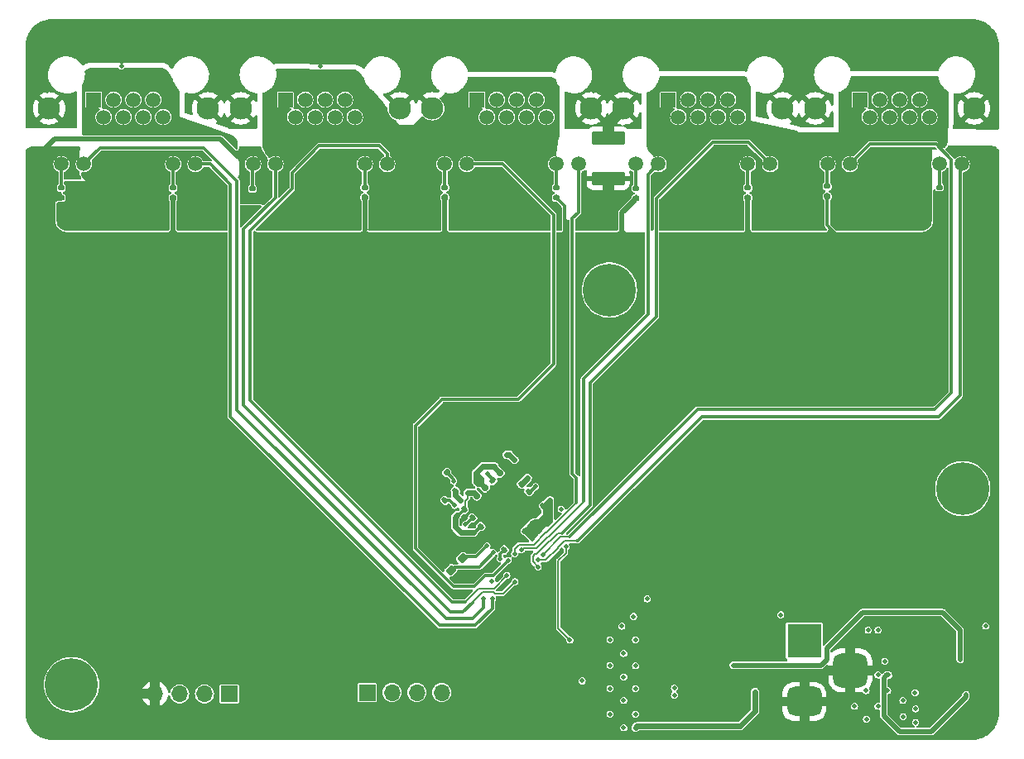
<source format=gbl>
G04 #@! TF.GenerationSoftware,KiCad,Pcbnew,(7.0.0)*
G04 #@! TF.CreationDate,2023-06-14T17:50:15+02:00*
G04 #@! TF.ProjectId,Switch ETHERNET,53776974-6368-4204-9554-4845524e4554,rev?*
G04 #@! TF.SameCoordinates,Original*
G04 #@! TF.FileFunction,Copper,L4,Bot*
G04 #@! TF.FilePolarity,Positive*
%FSLAX46Y46*%
G04 Gerber Fmt 4.6, Leading zero omitted, Abs format (unit mm)*
G04 Created by KiCad (PCBNEW (7.0.0)) date 2023-06-14 17:50:15*
%MOMM*%
%LPD*%
G01*
G04 APERTURE LIST*
G04 Aperture macros list*
%AMRoundRect*
0 Rectangle with rounded corners*
0 $1 Rounding radius*
0 $2 $3 $4 $5 $6 $7 $8 $9 X,Y pos of 4 corners*
0 Add a 4 corners polygon primitive as box body*
4,1,4,$2,$3,$4,$5,$6,$7,$8,$9,$2,$3,0*
0 Add four circle primitives for the rounded corners*
1,1,$1+$1,$2,$3*
1,1,$1+$1,$4,$5*
1,1,$1+$1,$6,$7*
1,1,$1+$1,$8,$9*
0 Add four rect primitives between the rounded corners*
20,1,$1+$1,$2,$3,$4,$5,0*
20,1,$1+$1,$4,$5,$6,$7,0*
20,1,$1+$1,$6,$7,$8,$9,0*
20,1,$1+$1,$8,$9,$2,$3,0*%
G04 Aperture macros list end*
G04 #@! TA.AperFunction,ComponentPad*
%ADD10C,0.800000*%
G04 #@! TD*
G04 #@! TA.AperFunction,ComponentPad*
%ADD11C,5.400000*%
G04 #@! TD*
G04 #@! TA.AperFunction,ComponentPad*
%ADD12R,1.700000X1.700000*%
G04 #@! TD*
G04 #@! TA.AperFunction,ComponentPad*
%ADD13O,1.700000X1.700000*%
G04 #@! TD*
G04 #@! TA.AperFunction,ComponentPad*
%ADD14R,1.500000X1.500000*%
G04 #@! TD*
G04 #@! TA.AperFunction,ComponentPad*
%ADD15C,1.500000*%
G04 #@! TD*
G04 #@! TA.AperFunction,ComponentPad*
%ADD16C,2.300000*%
G04 #@! TD*
G04 #@! TA.AperFunction,ComponentPad*
%ADD17R,3.500000X3.500000*%
G04 #@! TD*
G04 #@! TA.AperFunction,ComponentPad*
%ADD18RoundRect,0.750000X1.000000X-0.750000X1.000000X0.750000X-1.000000X0.750000X-1.000000X-0.750000X0*%
G04 #@! TD*
G04 #@! TA.AperFunction,ComponentPad*
%ADD19RoundRect,0.875000X0.875000X-0.875000X0.875000X0.875000X-0.875000X0.875000X-0.875000X-0.875000X0*%
G04 #@! TD*
G04 #@! TA.AperFunction,SMDPad,CuDef*
%ADD20RoundRect,0.135000X-0.185000X0.135000X-0.185000X-0.135000X0.185000X-0.135000X0.185000X0.135000X0*%
G04 #@! TD*
G04 #@! TA.AperFunction,SMDPad,CuDef*
%ADD21RoundRect,0.140000X-0.219203X-0.021213X-0.021213X-0.219203X0.219203X0.021213X0.021213X0.219203X0*%
G04 #@! TD*
G04 #@! TA.AperFunction,SMDPad,CuDef*
%ADD22RoundRect,0.140000X-0.021213X0.219203X-0.219203X0.021213X0.021213X-0.219203X0.219203X-0.021213X0*%
G04 #@! TD*
G04 #@! TA.AperFunction,SMDPad,CuDef*
%ADD23RoundRect,0.200000X-0.335876X-0.053033X-0.053033X-0.335876X0.335876X0.053033X0.053033X0.335876X0*%
G04 #@! TD*
G04 #@! TA.AperFunction,SMDPad,CuDef*
%ADD24RoundRect,0.249999X-1.450001X0.450001X-1.450001X-0.450001X1.450001X-0.450001X1.450001X0.450001X0*%
G04 #@! TD*
G04 #@! TA.AperFunction,SMDPad,CuDef*
%ADD25RoundRect,0.140000X0.021213X-0.219203X0.219203X-0.021213X-0.021213X0.219203X-0.219203X0.021213X0*%
G04 #@! TD*
G04 #@! TA.AperFunction,SMDPad,CuDef*
%ADD26RoundRect,0.140000X0.219203X0.021213X0.021213X0.219203X-0.219203X-0.021213X-0.021213X-0.219203X0*%
G04 #@! TD*
G04 #@! TA.AperFunction,SMDPad,CuDef*
%ADD27RoundRect,0.135000X0.226274X0.035355X0.035355X0.226274X-0.226274X-0.035355X-0.035355X-0.226274X0*%
G04 #@! TD*
G04 #@! TA.AperFunction,ViaPad*
%ADD28C,0.460000*%
G04 #@! TD*
G04 #@! TA.AperFunction,Conductor*
%ADD29C,0.600000*%
G04 #@! TD*
G04 #@! TA.AperFunction,Conductor*
%ADD30C,0.500000*%
G04 #@! TD*
G04 #@! TA.AperFunction,Conductor*
%ADD31C,0.300000*%
G04 #@! TD*
G04 #@! TA.AperFunction,Conductor*
%ADD32C,0.400000*%
G04 #@! TD*
G04 #@! TA.AperFunction,Conductor*
%ADD33C,1.200000*%
G04 #@! TD*
G04 #@! TA.AperFunction,Conductor*
%ADD34C,0.200000*%
G04 #@! TD*
G04 APERTURE END LIST*
D10*
X244043109Y-74068109D03*
X244636218Y-72636218D03*
X244636218Y-75500000D03*
X246068109Y-72043109D03*
D11*
X246068109Y-74068109D03*
D10*
X246068109Y-76093109D03*
X247500000Y-72636218D03*
X247500000Y-75500000D03*
X248093109Y-74068109D03*
D12*
X171058999Y-95082799D03*
D13*
X168518999Y-95082799D03*
X165978999Y-95082799D03*
X163438999Y-95082799D03*
D14*
X157193999Y-34229999D03*
D15*
X158210000Y-36010000D03*
X159226000Y-34230000D03*
X160242000Y-36010000D03*
X161258000Y-34230000D03*
X162274000Y-36010000D03*
X163290000Y-34230000D03*
X164306000Y-36010000D03*
X153894000Y-40830000D03*
X156184000Y-40830000D03*
X165324000Y-40830000D03*
X167614000Y-40830000D03*
D16*
X152624000Y-35120000D03*
X168884000Y-35120000D03*
D14*
X176781999Y-34229999D03*
D15*
X177798000Y-36010000D03*
X178814000Y-34230000D03*
X179830000Y-36010000D03*
X180846000Y-34230000D03*
X181862000Y-36010000D03*
X182878000Y-34230000D03*
X183894000Y-36010000D03*
X173482000Y-40830000D03*
X175772000Y-40830000D03*
X184912000Y-40830000D03*
X187202000Y-40830000D03*
D16*
X172212000Y-35120000D03*
X188472000Y-35120000D03*
D17*
X229869999Y-89661999D03*
D18*
X229870000Y-95862000D03*
D19*
X234570000Y-92662000D03*
D12*
X185165999Y-94955799D03*
D13*
X187705999Y-94955799D03*
X190245999Y-94955799D03*
X192785999Y-94955799D03*
D14*
X235539999Y-34229999D03*
D15*
X236556000Y-36010000D03*
X237572000Y-34230000D03*
X238588000Y-36010000D03*
X239604000Y-34230000D03*
X240620000Y-36010000D03*
X241636000Y-34230000D03*
X242652000Y-36010000D03*
X232240000Y-40830000D03*
X234530000Y-40830000D03*
X243670000Y-40830000D03*
X245960000Y-40830000D03*
D16*
X230970000Y-35120000D03*
X247230000Y-35120000D03*
D14*
X215965999Y-34229999D03*
D15*
X216982000Y-36010000D03*
X217998000Y-34230000D03*
X219014000Y-36010000D03*
X220030000Y-34230000D03*
X221046000Y-36010000D03*
X222062000Y-34230000D03*
X223078000Y-36010000D03*
X212666000Y-40830000D03*
X214956000Y-40830000D03*
X224096000Y-40830000D03*
X226386000Y-40830000D03*
D16*
X211396000Y-35120000D03*
X227656000Y-35120000D03*
D10*
X152900000Y-94150000D03*
X153493109Y-92718109D03*
X153493109Y-95581891D03*
X154925000Y-92125000D03*
D11*
X154925000Y-94150000D03*
D10*
X154925000Y-96175000D03*
X156356891Y-92718109D03*
X156356891Y-95581891D03*
X156950000Y-94150000D03*
D14*
X196379999Y-34229999D03*
D15*
X197396000Y-36010000D03*
X198412000Y-34230000D03*
X199428000Y-36010000D03*
X200444000Y-34230000D03*
X201460000Y-36010000D03*
X202476000Y-34230000D03*
X203492000Y-36010000D03*
X193080000Y-40830000D03*
X195370000Y-40830000D03*
X204510000Y-40830000D03*
X206800000Y-40830000D03*
D16*
X191810000Y-35120000D03*
X208070000Y-35120000D03*
D10*
X207906891Y-53718109D03*
X208500000Y-52286218D03*
X208500000Y-55150000D03*
X209931891Y-51693109D03*
D11*
X209931891Y-53718109D03*
D10*
X209931891Y-55743109D03*
X211363782Y-52286218D03*
X211363782Y-55150000D03*
X211956891Y-53718109D03*
D20*
X212670000Y-43315600D03*
X212670000Y-44335600D03*
X204520800Y-43264800D03*
X204520800Y-44284800D03*
D21*
X198745789Y-72470189D03*
X199424611Y-73149011D03*
D20*
X184912000Y-43214000D03*
X184912000Y-44234000D03*
X243687600Y-43214000D03*
X243687600Y-44234000D03*
D22*
X193100011Y-75286989D03*
X192421189Y-75965811D03*
D20*
X193090800Y-43214000D03*
X193090800Y-44234000D03*
D23*
X193750000Y-80050000D03*
X194916726Y-81216726D03*
D20*
X232206800Y-43112400D03*
X232206800Y-44132400D03*
D22*
X200186611Y-71070589D03*
X199507789Y-71749411D03*
D20*
X165303200Y-43264800D03*
X165303200Y-44284800D03*
D21*
X196408989Y-74804389D03*
X197087811Y-75483211D03*
D24*
X209800000Y-38200000D03*
X209800000Y-42300000D03*
D25*
X195062789Y-76194411D03*
X195741611Y-75515589D03*
D22*
X203183811Y-75845789D03*
X202504989Y-76524611D03*
X200948611Y-73610589D03*
X200269789Y-74289411D03*
D20*
X173431200Y-43366400D03*
X173431200Y-44386400D03*
D25*
X195926389Y-77058011D03*
X196605211Y-76379189D03*
D22*
X201710611Y-74372589D03*
X201031789Y-75051411D03*
D25*
X196789989Y-77921611D03*
X197468811Y-77242789D03*
D26*
X202066211Y-77642211D03*
X201387389Y-76963389D03*
D23*
X192550000Y-81250000D03*
X193716726Y-82416726D03*
D27*
X193294000Y-72400600D03*
X192572752Y-71679352D03*
D21*
X197221789Y-73982378D03*
X197900611Y-74661200D03*
D20*
X224078800Y-43264800D03*
X224078800Y-44284800D03*
D21*
X197983789Y-73226989D03*
X198662611Y-73905811D03*
D20*
X153873200Y-43264800D03*
X153873200Y-44284800D03*
D25*
X194196589Y-74289411D03*
X194875411Y-73610589D03*
X199202989Y-80334611D03*
X199881811Y-79655789D03*
D26*
X201320400Y-78369600D03*
X200641578Y-77690778D03*
D28*
X200152000Y-75474000D03*
X175260000Y-56170000D03*
X245500000Y-98250000D03*
X189400000Y-78550000D03*
X243840000Y-68870000D03*
X224409000Y-70775000D03*
X220091000Y-80010000D03*
X182880000Y-84110000D03*
X200710000Y-51160000D03*
X200152000Y-72426000D03*
X243840000Y-53630000D03*
X211709000Y-77724000D03*
X241300000Y-81570000D03*
X200914000Y-76236000D03*
X232664000Y-78105000D03*
X199100000Y-67300000D03*
X246507000Y-61468000D03*
X199390000Y-79284000D03*
X217000000Y-89494800D03*
X211963000Y-50201000D03*
X246380000Y-66330000D03*
X193090000Y-56240000D03*
X164465000Y-73950000D03*
X214249000Y-80010000D03*
X202438000Y-74712000D03*
X222377000Y-73315000D03*
X209850000Y-84850000D03*
X182372000Y-72390000D03*
X179959000Y-81026000D03*
X154940000Y-86650000D03*
X159004000Y-68616000D03*
X200660000Y-79284000D03*
X190950000Y-65100000D03*
X232918000Y-73533000D03*
X191750000Y-78400000D03*
X166497000Y-76109000D03*
X241350000Y-51160000D03*
X193090000Y-51160000D03*
X197900000Y-65950000D03*
X245500000Y-95250000D03*
X217551000Y-69342000D03*
X230632000Y-75819000D03*
X220649800Y-96606800D03*
X233680000Y-68870000D03*
X201676000Y-75474000D03*
X152400000Y-53630000D03*
X180390000Y-51160000D03*
X177800000Y-89190000D03*
X160020000Y-96810000D03*
X200152000Y-78522000D03*
X169037000Y-66711000D03*
X243840000Y-48550000D03*
X246380000Y-81570000D03*
X160020000Y-91730000D03*
X167640000Y-71410000D03*
X174498000Y-72045000D03*
X195580000Y-96810000D03*
X224790000Y-75347000D03*
X230886000Y-71791000D03*
X227457000Y-67981000D03*
X152400000Y-48550000D03*
X199390000Y-74712000D03*
X217000000Y-87250000D03*
X161671000Y-71283000D03*
X180340000Y-96810000D03*
X157530000Y-58780000D03*
X152400000Y-58710000D03*
X226110000Y-56240000D03*
X185950000Y-71000000D03*
X152400000Y-84110000D03*
X235331000Y-70993000D03*
X165100000Y-86650000D03*
X152400000Y-89190000D03*
X214630000Y-66838000D03*
X199390000Y-76236000D03*
X198120000Y-89190000D03*
X205359000Y-53630000D03*
X160020000Y-86650000D03*
X221030000Y-56240000D03*
X187960000Y-73950000D03*
X209042000Y-66838000D03*
X170180000Y-96810000D03*
X170942000Y-68870000D03*
X200660000Y-96810000D03*
X177673000Y-75728000D03*
X243840000Y-63790000D03*
X228854000Y-70394000D03*
X224790000Y-79883000D03*
X162610000Y-51160000D03*
X152400000Y-63790000D03*
X217000000Y-88250000D03*
X205359000Y-50328000D03*
X170180000Y-86650000D03*
X180390000Y-56240000D03*
X220573600Y-87843800D03*
X246380000Y-56134000D03*
X217551000Y-77633000D03*
X152400000Y-79030000D03*
X177800000Y-66330000D03*
X217424000Y-73442000D03*
X223520000Y-84110000D03*
X200710000Y-56240000D03*
X241500000Y-89750000D03*
X202565000Y-65300000D03*
X162610000Y-58780000D03*
X198628000Y-78522000D03*
X227330000Y-77633000D03*
X187700000Y-65300000D03*
X246380000Y-86650000D03*
X208280000Y-58710000D03*
X199400000Y-77750000D03*
X171900000Y-40050000D03*
X231190000Y-56240000D03*
X236270000Y-51160000D03*
X175260000Y-91730000D03*
X219837000Y-71410000D03*
X222250000Y-77633000D03*
X241350000Y-56240000D03*
X236150000Y-84100000D03*
X239776000Y-67600000D03*
X241300000Y-76490000D03*
X197866000Y-76236000D03*
X167690000Y-58780000D03*
X182880000Y-94270000D03*
X152400000Y-74200000D03*
X182880000Y-89190000D03*
X165100000Y-96810000D03*
X187960000Y-89190000D03*
X224100000Y-49250000D03*
X204343000Y-62901000D03*
X185470000Y-56240000D03*
X175260000Y-96810000D03*
X175260000Y-51090000D03*
X202590400Y-67157600D03*
X175260000Y-61250000D03*
X174879000Y-81153000D03*
X172720000Y-89190000D03*
X187706000Y-76109000D03*
X236270000Y-56240000D03*
X211709000Y-69251000D03*
X238760000Y-84110000D03*
X180340000Y-68870000D03*
X185420000Y-96810000D03*
X237617000Y-73061000D03*
X238760000Y-79030000D03*
X220649800Y-94701800D03*
X198628000Y-75474000D03*
X209600800Y-73456800D03*
X208350000Y-85900000D03*
X217000000Y-86250000D03*
X157480000Y-89190000D03*
X243840000Y-58710000D03*
X219964000Y-75347000D03*
X214630000Y-63373000D03*
X160020000Y-76490000D03*
X182400000Y-67450000D03*
X201676000Y-76236000D03*
X167690000Y-53700000D03*
X157530000Y-51160000D03*
X228600000Y-73950000D03*
X162560000Y-79030000D03*
X186400000Y-67500000D03*
X228854000Y-79883000D03*
X157500000Y-84250000D03*
X157480000Y-79030000D03*
X241500000Y-87750000D03*
X226000000Y-85750000D03*
X197866000Y-79284000D03*
X223647000Y-67600000D03*
X175260000Y-86650000D03*
X194970400Y-83398800D03*
X194995800Y-84897400D03*
X188050000Y-69150000D03*
X205740000Y-96810000D03*
X162560000Y-89190000D03*
X165100000Y-68870000D03*
X152400000Y-68870000D03*
X190500000Y-96810000D03*
X209600800Y-71475600D03*
X235331000Y-75438000D03*
X230759000Y-67854000D03*
X194800000Y-65800000D03*
X241500000Y-88750000D03*
X236220000Y-81570000D03*
X218400000Y-84050000D03*
X185470000Y-51160000D03*
X205359000Y-58710000D03*
X214376000Y-75474000D03*
X243840000Y-79030000D03*
X200152000Y-73188000D03*
X174752000Y-78141000D03*
X170180000Y-73950000D03*
X226949000Y-72172000D03*
X194005200Y-73304400D03*
X198033521Y-80587095D03*
X197408800Y-79944400D03*
X211400000Y-98550000D03*
X212400000Y-87150000D03*
X210000000Y-92150000D03*
X212600000Y-89550000D03*
X211400000Y-95750000D03*
X211400000Y-93350000D03*
X212598000Y-92202000D03*
X211400000Y-90950000D03*
X212600000Y-97150000D03*
X194665600Y-75220000D03*
X210000000Y-94550000D03*
X201574400Y-72984800D03*
X210000000Y-89550000D03*
X210000000Y-97150000D03*
X224840800Y-94854200D03*
X211200000Y-88150000D03*
X212600000Y-94550000D03*
X213800000Y-85350000D03*
X197900000Y-83550000D03*
X212600000Y-98550000D03*
X241300000Y-30770000D03*
X208280000Y-33310000D03*
X228600000Y-33310000D03*
X243840000Y-28230000D03*
X180340000Y-30770000D03*
X223520000Y-28230000D03*
X236220000Y-30770000D03*
X195580000Y-30770000D03*
X246150000Y-28200000D03*
X228600000Y-28230000D03*
X238760000Y-28230000D03*
X193040000Y-28230000D03*
X215900000Y-30770000D03*
X182880000Y-28230000D03*
X220980000Y-30770000D03*
X213360000Y-28230000D03*
X177800000Y-28230000D03*
X233680000Y-28230000D03*
X152400000Y-28230000D03*
X152400000Y-33310000D03*
X208280000Y-28230000D03*
X218440000Y-28230000D03*
X198120000Y-28230000D03*
X172720000Y-28230000D03*
X160020000Y-30770000D03*
X187960000Y-28230000D03*
X157480000Y-28230000D03*
X165100000Y-30770000D03*
X167640000Y-28230000D03*
X200660000Y-30770000D03*
X203200000Y-28230000D03*
X162560000Y-28230000D03*
X166751000Y-43546200D03*
X208280000Y-46609000D03*
X183700000Y-39700000D03*
X240600000Y-42800000D03*
X178100000Y-42545000D03*
X161417000Y-43495400D03*
X229700000Y-43600000D03*
X172720000Y-46264000D03*
X236200000Y-38300000D03*
X222900000Y-39600000D03*
X223520000Y-33310000D03*
X203200000Y-33310000D03*
X180800000Y-42545000D03*
X159156400Y-43546200D03*
X162560000Y-33310000D03*
X193900000Y-42600000D03*
X189900000Y-41900000D03*
X238760000Y-33310000D03*
X201200000Y-41700000D03*
X236200000Y-40000000D03*
X194400000Y-38900000D03*
X225200000Y-43900000D03*
X220700000Y-43600000D03*
X237400000Y-42800000D03*
X227600000Y-42400000D03*
X219000000Y-43600000D03*
X155346400Y-43571600D03*
X196900000Y-42545000D03*
X183500000Y-43700000D03*
X241200000Y-94950000D03*
X216585800Y-95209800D03*
X239953800Y-95750000D03*
X239979200Y-97419600D03*
X216585800Y-94473200D03*
X241249200Y-98003800D03*
X227457000Y-86980200D03*
X241249200Y-96606800D03*
X203143266Y-80802066D03*
X202641200Y-81316000D03*
X200957833Y-80328892D03*
X202646500Y-82072700D03*
X199593200Y-81417600D03*
X200231600Y-80735200D03*
X200273274Y-83595802D03*
X199440800Y-82941600D03*
X197034386Y-85328700D03*
X197967600Y-85329200D03*
X245800000Y-91550000D03*
X222600000Y-92150000D03*
X205486000Y-80010000D03*
X205892400Y-89571000D03*
X237400000Y-88550000D03*
X237400000Y-93150000D03*
X236220000Y-97663000D03*
X238100000Y-91750000D03*
X238400000Y-93150000D03*
X235000000Y-96350000D03*
X246400000Y-95150000D03*
X198780400Y-81223611D03*
X236200000Y-94750000D03*
X207150000Y-93750000D03*
X236400000Y-88550000D03*
X237400000Y-96350000D03*
X248412000Y-88138000D03*
X238400000Y-94750000D03*
X195199000Y-77709200D03*
X203860400Y-75270800D03*
X196469000Y-73518200D03*
X202050671Y-79214129D03*
X203773127Y-77542473D03*
X198170800Y-71765600D03*
X194106800Y-75778800D03*
X194350000Y-76800000D03*
X196062600Y-78572800D03*
X205000000Y-76150000D03*
X202387200Y-73848400D03*
X195414900Y-74483400D03*
X197459600Y-72578400D03*
X199440800Y-70597200D03*
D29*
X197866000Y-77639978D02*
X197468811Y-77242789D01*
D30*
X165303200Y-50346800D02*
X162100000Y-53550000D01*
D29*
X196605211Y-75972789D02*
X200152000Y-72426000D01*
X201964611Y-76524611D02*
X201820000Y-76380000D01*
D31*
X232206800Y-47096800D02*
X236270000Y-51160000D01*
X205359000Y-45123000D02*
X205359000Y-50328000D01*
D30*
X212670000Y-44335600D02*
X211200000Y-45805600D01*
X151400000Y-43050000D02*
X152700000Y-44350000D01*
D29*
X202504989Y-76524611D02*
X201964611Y-76524611D01*
X197866000Y-79284000D02*
X197866000Y-77639978D01*
X199507789Y-71781789D02*
X200152000Y-72426000D01*
X196605211Y-76379189D02*
X196605211Y-75972789D01*
X199881811Y-79655789D02*
X199761789Y-79655789D01*
D30*
X211200000Y-49438000D02*
X211963000Y-50201000D01*
D29*
X199390000Y-79284000D02*
X199390000Y-78942356D01*
D30*
X170100000Y-38250000D02*
X153200000Y-38250000D01*
X193090800Y-50640800D02*
X193090000Y-50640000D01*
X224100000Y-44306000D02*
X224078800Y-44284800D01*
D29*
X197468811Y-77242789D02*
X196605211Y-76379189D01*
X199390000Y-78942356D02*
X200641578Y-77690778D01*
X195741611Y-75515589D02*
X196605211Y-76379189D01*
D30*
X171900000Y-40050000D02*
X170100000Y-38250000D01*
X162100000Y-53550000D02*
X154600000Y-53550000D01*
D29*
X200641578Y-77690778D02*
X200641578Y-77558422D01*
X199761789Y-79655789D02*
X199390000Y-79284000D01*
X201820000Y-76380000D02*
X199390000Y-73950000D01*
X199507789Y-71749411D02*
X199507789Y-71781789D01*
D30*
X193090000Y-50640000D02*
X193090000Y-51160000D01*
X152700000Y-44350000D02*
X153808000Y-44350000D01*
D31*
X232206800Y-44132400D02*
X232206800Y-47096800D01*
D30*
X154600000Y-53550000D02*
X151700000Y-50650000D01*
D29*
X200269789Y-74289411D02*
X201031789Y-75051411D01*
D31*
X204520800Y-44284800D02*
X205359000Y-45123000D01*
D29*
X200641578Y-77558422D02*
X201820000Y-76380000D01*
D30*
X153200000Y-38250000D02*
X151400000Y-40050000D01*
X211200000Y-45805600D02*
X211200000Y-49438000D01*
X193090800Y-44234000D02*
X193090800Y-50640800D01*
D32*
X184912000Y-44234000D02*
X184912000Y-47462000D01*
D30*
X165303200Y-44284800D02*
X165303200Y-50346800D01*
X151400000Y-40050000D02*
X151400000Y-43050000D01*
X153808000Y-44350000D02*
X153873200Y-44284800D01*
X224100000Y-49250000D02*
X224100000Y-44306000D01*
D31*
X194005200Y-73304400D02*
X194005200Y-73111800D01*
X194005200Y-73111800D02*
X193294000Y-72400600D01*
X196627356Y-82090000D02*
X198090878Y-80626478D01*
X196317437Y-81035763D02*
X195096563Y-81035763D01*
X194094800Y-82090000D02*
X196627356Y-82090000D01*
X194056000Y-82128800D02*
X194094800Y-82090000D01*
X197408800Y-79944400D02*
X196317437Y-81035763D01*
D29*
X212750400Y-98399600D02*
X212600000Y-98550000D01*
X224840800Y-94854200D02*
X224840800Y-96824800D01*
X194665600Y-75220000D02*
X194196589Y-74750989D01*
X223266000Y-98399600D02*
X212750400Y-98399600D01*
X194196589Y-74750989D02*
X194196589Y-74289411D01*
X224840800Y-96824800D02*
X223266000Y-98399600D01*
X200948611Y-73610589D02*
X201574400Y-72984800D01*
D33*
X209800000Y-36716000D02*
X211396000Y-35120000D01*
X209800000Y-38200000D02*
X209800000Y-36716000D01*
X209800000Y-42700000D02*
X209800000Y-44350000D01*
D31*
X232206800Y-43112400D02*
X232206800Y-40863200D01*
X232206800Y-40863200D02*
X232240000Y-40830000D01*
X236563600Y-38796400D02*
X234530000Y-40830000D01*
D34*
X203143266Y-80802066D02*
X204932131Y-79013201D01*
D31*
X243230400Y-65923600D02*
X244906800Y-64247200D01*
D34*
X204932131Y-79013201D02*
X205851513Y-79013201D01*
D31*
X244906800Y-40371200D02*
X243332000Y-38796400D01*
X244906800Y-64247200D02*
X244906800Y-40371200D01*
X218941114Y-65923600D02*
X243230400Y-65923600D01*
X243332000Y-38796400D02*
X236563600Y-38796400D01*
X205851513Y-79013201D02*
X218941114Y-65923600D01*
X243687600Y-43214000D02*
X243687600Y-40847600D01*
X243687600Y-40847600D02*
X243670000Y-40830000D01*
X219373600Y-66736400D02*
X243586000Y-66736400D01*
D34*
X205320799Y-79413201D02*
X206626799Y-79413201D01*
D31*
X243586000Y-66736400D02*
X245821200Y-64501200D01*
D34*
X204696845Y-80123955D02*
X204696845Y-80037155D01*
D31*
X245821200Y-40968800D02*
X245960000Y-40830000D01*
X206696799Y-79413201D02*
X219373600Y-66736400D01*
D34*
X202641200Y-81316000D02*
X202714000Y-81388800D01*
X202714000Y-81388800D02*
X203432000Y-81388800D01*
D31*
X245821200Y-64501200D02*
X245821200Y-40968800D01*
D34*
X204696845Y-80037155D02*
X205320799Y-79413201D01*
X203432000Y-81388800D02*
X204696845Y-80123955D01*
D31*
X206626799Y-79413201D02*
X206696799Y-79413201D01*
X212670000Y-43315600D02*
X212670000Y-40834000D01*
X212670000Y-40834000D02*
X212666000Y-40830000D01*
D34*
X207270000Y-75431530D02*
X207270000Y-75360819D01*
X201091768Y-80194957D02*
X202435155Y-80194957D01*
X202435155Y-80194957D02*
X203637817Y-78992295D01*
D31*
X207270000Y-75360819D02*
X207270000Y-62818800D01*
D34*
X203709235Y-78992295D02*
X207270000Y-75431530D01*
D31*
X213868000Y-56220800D02*
X213868000Y-41918000D01*
D34*
X200957833Y-80328892D02*
X201091768Y-80194957D01*
D31*
X213868000Y-41918000D02*
X214956000Y-40830000D01*
X207270000Y-62818800D02*
X213868000Y-56220800D01*
D34*
X203637817Y-78992295D02*
X203709235Y-78992295D01*
D31*
X224078800Y-43264800D02*
X224078800Y-40847200D01*
X224078800Y-40847200D02*
X224096000Y-40830000D01*
X207975200Y-75734800D02*
X207975200Y-67084556D01*
D34*
X203803503Y-79392295D02*
X203896846Y-79392295D01*
X202336400Y-80747357D02*
X202448441Y-80747357D01*
D31*
X214731600Y-44333600D02*
X220475200Y-38590000D01*
X207975200Y-67084556D02*
X207980000Y-67079756D01*
D34*
X204675941Y-78613201D02*
X205096799Y-78613201D01*
D31*
X207980000Y-63226400D02*
X214731600Y-56474800D01*
D34*
X202646500Y-82072700D02*
X202111200Y-81537400D01*
D31*
X214731600Y-56474800D02*
X214731600Y-44333600D01*
D34*
X203896846Y-79392295D02*
X204675941Y-78613201D01*
D31*
X224146000Y-38590000D02*
X226386000Y-40830000D01*
X220475200Y-38590000D02*
X224146000Y-38590000D01*
D34*
X202111200Y-81537400D02*
X202111200Y-80972557D01*
X202448441Y-80747357D02*
X203803503Y-79392295D01*
D31*
X205096799Y-78613201D02*
X207975200Y-75734800D01*
D34*
X202111200Y-80972557D02*
X202336400Y-80747357D01*
D31*
X207980000Y-67079756D02*
X207980000Y-63226400D01*
X193090800Y-43214000D02*
X193090800Y-40840800D01*
X193090800Y-40840800D02*
X193080000Y-40830000D01*
X196145400Y-84084600D02*
X193979800Y-84084600D01*
X199593200Y-81417600D02*
X198090000Y-82920800D01*
X198090000Y-82980000D02*
X197250000Y-82980000D01*
X193979800Y-84084600D02*
X190093600Y-80198400D01*
D34*
X198090000Y-82920800D02*
X198090000Y-82980000D01*
D31*
X200609200Y-64907600D02*
X204216000Y-61300800D01*
X204216000Y-46010000D02*
X199036000Y-40830000D01*
X199036000Y-40830000D02*
X195370000Y-40830000D01*
X197250000Y-82980000D02*
X196145400Y-84084600D01*
X190093600Y-80198400D02*
X190093600Y-67600000D01*
X204216000Y-61300800D02*
X204216000Y-46010000D01*
X192786000Y-64907600D02*
X200609200Y-64907600D01*
X190093600Y-67600000D02*
X192786000Y-64907600D01*
X204520800Y-40840800D02*
X204510000Y-40830000D01*
X204520800Y-43264800D02*
X204520800Y-40840800D01*
D34*
X200231600Y-80735200D02*
X200231600Y-80232866D01*
D31*
X206552800Y-72948800D02*
X206150000Y-72546000D01*
D34*
X202219377Y-79794957D02*
X203419534Y-78594800D01*
D31*
X206150000Y-46412800D02*
X206800000Y-45762800D01*
D34*
X200834314Y-79814000D02*
X200853358Y-79794957D01*
D31*
X206800000Y-45762800D02*
X206800000Y-40830000D01*
X206150000Y-72546000D02*
X206150000Y-46412800D01*
D34*
X203470334Y-78594800D02*
X206552800Y-75512334D01*
X200231600Y-80232866D02*
X200650466Y-79814000D01*
X200853358Y-79794957D02*
X202219377Y-79794957D01*
X200650466Y-79814000D02*
X200834314Y-79814000D01*
D31*
X206552800Y-75512334D02*
X206552800Y-72948800D01*
D34*
X203419534Y-78594800D02*
X203470334Y-78594800D01*
D31*
X173431200Y-43366400D02*
X173431200Y-40880800D01*
X173431200Y-40880800D02*
X173482000Y-40830000D01*
D34*
X198057534Y-84669600D02*
X198209134Y-84821200D01*
X196943952Y-84669600D02*
X198057534Y-84669600D01*
D31*
X194970000Y-86660000D02*
X193630000Y-86660000D01*
D34*
X198209134Y-84821200D02*
X199047876Y-84821200D01*
D31*
X172516800Y-65546800D02*
X172516800Y-47483200D01*
X193630000Y-86660000D02*
X172516800Y-65546800D01*
D34*
X195910000Y-85703552D02*
X196943952Y-84669600D01*
D31*
X175772000Y-44228000D02*
X175772000Y-40830000D01*
X172516800Y-47483200D02*
X175772000Y-44228000D01*
D34*
X195910000Y-85720000D02*
X195910000Y-85703552D01*
D31*
X195910000Y-85720000D02*
X194970000Y-86660000D01*
D34*
X199047876Y-84821200D02*
X200273274Y-83595802D01*
D31*
X184912000Y-43214000D02*
X184912000Y-40830000D01*
D34*
X198112800Y-84269600D02*
X196571038Y-84269600D01*
X199440800Y-82941600D02*
X198112800Y-84269600D01*
D31*
X173210000Y-47653600D02*
X177495200Y-43368400D01*
X177495200Y-41692000D02*
X180238400Y-38948800D01*
X195151038Y-85680000D02*
X193867107Y-85680000D01*
X177495200Y-43368400D02*
X177495200Y-41692000D01*
X173210000Y-65022893D02*
X173210000Y-47653600D01*
X195155838Y-85684800D02*
X195151038Y-85680000D01*
X186385200Y-38948800D02*
X187202000Y-39765600D01*
X193867107Y-85680000D02*
X173210000Y-65022893D01*
D34*
X196571038Y-84269600D02*
X195155838Y-85684800D01*
D31*
X180238400Y-38948800D02*
X186385200Y-38948800D01*
X187202000Y-39765600D02*
X187202000Y-40830000D01*
X153873200Y-43264800D02*
X153873200Y-40850800D01*
X193220000Y-87390000D02*
X171856400Y-66026400D01*
X157862000Y-39152000D02*
X156184000Y-40830000D01*
X171856400Y-42555600D02*
X168452800Y-39152000D01*
X171856400Y-66026400D02*
X171856400Y-42555600D01*
X168452800Y-39152000D02*
X157862000Y-39152000D01*
D34*
X197034386Y-85328700D02*
X197034386Y-85354900D01*
D31*
X197034386Y-85354900D02*
X197034386Y-86295614D01*
X195940000Y-87390000D02*
X193220000Y-87390000D01*
X197034386Y-86295614D02*
X195940000Y-87390000D01*
X165303200Y-40850800D02*
X165324000Y-40830000D01*
X165303200Y-43264800D02*
X165303200Y-40850800D01*
X197967600Y-86332400D02*
X196230000Y-88070000D01*
X197967600Y-85329200D02*
X197967600Y-86332400D01*
X171145200Y-42905200D02*
X169070000Y-40830000D01*
X192530000Y-88070000D02*
X171145200Y-66685200D01*
X171145200Y-66685200D02*
X171145200Y-42905200D01*
X196230000Y-88070000D02*
X192530000Y-88070000D01*
X169070000Y-40830000D02*
X167614000Y-40830000D01*
D30*
X245800000Y-88550000D02*
X244000000Y-86750000D01*
X232156000Y-90424000D02*
X232156000Y-91556000D01*
X235830000Y-86750000D02*
X232156000Y-90424000D01*
X244000000Y-86750000D02*
X235830000Y-86750000D01*
X245800000Y-91550000D02*
X245800000Y-88550000D01*
X231562000Y-92150000D02*
X222600000Y-92150000D01*
X232156000Y-91556000D02*
X231562000Y-92150000D01*
D34*
X205486000Y-80630200D02*
X204698600Y-81417600D01*
X204698600Y-81417600D02*
X204698600Y-88377200D01*
X205486000Y-80010000D02*
X205486000Y-80630200D01*
X204698600Y-88377200D02*
X205892400Y-89571000D01*
D30*
X239600000Y-98950000D02*
X242838334Y-98950000D01*
X238320000Y-93150000D02*
X237998000Y-93472000D01*
X242838334Y-98950000D02*
X246400000Y-95388334D01*
X238000000Y-97350000D02*
X239600000Y-98950000D01*
D31*
X198780400Y-80757200D02*
X199202989Y-80334611D01*
D30*
X237998000Y-93472000D02*
X238000000Y-93474000D01*
X238000000Y-93474000D02*
X238000000Y-97350000D01*
D31*
X198780400Y-81223611D02*
X198780400Y-80757200D01*
D30*
X246400000Y-95388334D02*
X246400000Y-95150000D01*
X238478000Y-93150000D02*
X238320000Y-93150000D01*
D31*
X203773127Y-77542473D02*
X203613854Y-77383200D01*
X202325222Y-77383200D02*
X202066211Y-77642211D01*
D29*
X201650400Y-78699600D02*
X201650800Y-78700000D01*
X196984400Y-71765600D02*
X196300000Y-72450000D01*
X203574395Y-77642211D02*
X203860400Y-77356206D01*
X201338822Y-78369600D02*
X201704211Y-78004211D01*
X201704211Y-78004211D02*
X201862536Y-78162536D01*
X198170800Y-71765600D02*
X196984400Y-71765600D01*
X196757611Y-73007611D02*
X196757611Y-73518200D01*
X202275072Y-78700000D02*
X201980671Y-78994401D01*
D31*
X195199000Y-77709200D02*
X195275200Y-77709200D01*
D29*
X201320400Y-78369600D02*
X201650400Y-78699600D01*
D31*
X193614989Y-75286989D02*
X194106800Y-75778800D01*
D29*
X202812536Y-78162536D02*
X203332861Y-77642211D01*
X196469000Y-73518200D02*
X196757611Y-73518200D01*
X203285411Y-75845789D02*
X203364192Y-75924570D01*
X203364192Y-76810920D02*
X203364192Y-76700000D01*
X203364192Y-77133538D02*
X203613854Y-77383200D01*
X203860400Y-77356206D02*
X203860400Y-75270800D01*
X202066211Y-77642211D02*
X202532901Y-77642211D01*
X198170800Y-71765600D02*
X198170800Y-71895200D01*
X202605472Y-78369600D02*
X202812536Y-78162536D01*
X201320400Y-78369600D02*
X202605472Y-78369600D01*
X201704211Y-78004211D02*
X202066211Y-77642211D01*
X196757611Y-73518200D02*
X197221789Y-73982378D01*
D31*
X202050671Y-79099871D02*
X201320400Y-78369600D01*
D29*
X198170800Y-71895200D02*
X198745789Y-72470189D01*
X203332861Y-77642211D02*
X203574395Y-77642211D01*
X203364192Y-76700000D02*
X203364192Y-77133538D01*
X196300000Y-72450000D02*
X196300000Y-72550000D01*
D31*
X198170800Y-71918000D02*
X198170800Y-71765600D01*
D29*
X201650800Y-78700000D02*
X202275072Y-78700000D01*
D31*
X193100011Y-75286989D02*
X193614989Y-75286989D01*
D29*
X203364192Y-75924570D02*
X203364192Y-76700000D01*
D31*
X198722989Y-72470189D02*
X198170800Y-71918000D01*
D29*
X203183811Y-75845789D02*
X203285411Y-75845789D01*
D31*
X203613854Y-77383200D02*
X202325222Y-77383200D01*
D34*
X198745789Y-72470189D02*
X198722989Y-72470189D01*
D29*
X202532901Y-77642211D02*
X203364192Y-76810920D01*
X201320400Y-78369600D02*
X201338822Y-78369600D01*
D31*
X195275200Y-77709200D02*
X195926389Y-77058011D01*
D29*
X201862536Y-78162536D02*
X202812536Y-78162536D01*
X196300000Y-72550000D02*
X196757611Y-73007611D01*
X196300000Y-72550000D02*
X196300000Y-73349200D01*
X203285411Y-75845789D02*
X203860400Y-75270800D01*
X202066211Y-77642211D02*
X203574395Y-77642211D01*
X196300000Y-73349200D02*
X196469000Y-73518200D01*
D31*
X202050671Y-79214129D02*
X202050671Y-79099871D01*
D29*
X201650400Y-78699600D02*
X201980671Y-79029871D01*
D31*
X196138800Y-78572800D02*
X196789989Y-77921611D01*
D34*
X194350000Y-76800000D02*
X194456800Y-76693200D01*
D31*
X197983789Y-73226989D02*
X197983789Y-73102589D01*
D29*
X199440800Y-70597200D02*
X199713222Y-70597200D01*
X194350000Y-76800000D02*
X194150000Y-77000000D01*
X196088000Y-74483400D02*
X196408989Y-74804389D01*
X195414900Y-74483400D02*
X196088000Y-74483400D01*
D34*
X195414900Y-74483400D02*
X195427600Y-74496100D01*
D29*
X194722800Y-78572800D02*
X196062600Y-78572800D01*
X194150000Y-77000000D02*
X194150000Y-78000000D01*
D34*
X195192409Y-76064791D02*
X195062789Y-76194411D01*
D31*
X201863011Y-74372589D02*
X202387200Y-73848400D01*
D34*
X194456800Y-76693200D02*
X194564000Y-76693200D01*
D29*
X194150000Y-78000000D02*
X194722800Y-78572800D01*
D31*
X194564000Y-76693200D02*
X195062789Y-76194411D01*
D34*
X195427600Y-74496100D02*
X195427600Y-75122494D01*
D31*
X196062600Y-78572800D02*
X196138800Y-78572800D01*
X197983789Y-73102589D02*
X197459600Y-72578400D01*
D34*
X195192409Y-75357685D02*
X195192409Y-76064791D01*
D29*
X199713222Y-70597200D02*
X200186611Y-71070589D01*
D34*
X195427600Y-75122494D02*
X195192409Y-75357685D01*
X201710611Y-74372589D02*
X201863011Y-74372589D01*
G04 #@! TA.AperFunction,Conductor*
G36*
X223406061Y-31780597D02*
G01*
X223582941Y-31798018D01*
X223606769Y-31802757D01*
X223771001Y-31852576D01*
X223793450Y-31861875D01*
X223944798Y-31942772D01*
X223965007Y-31956275D01*
X223982186Y-31970373D01*
X224007942Y-31999350D01*
X224023491Y-32034864D01*
X224057134Y-32163548D01*
X224092409Y-32298477D01*
X224094174Y-32302631D01*
X224094177Y-32302639D01*
X224145221Y-32422755D01*
X224200011Y-32551686D01*
X224343334Y-32786529D01*
X224346225Y-32790003D01*
X224346233Y-32790014D01*
X224371313Y-32820151D01*
X224392608Y-32857296D01*
X224400000Y-32899469D01*
X224400000Y-36350000D01*
X229094519Y-37432603D01*
X229146000Y-37444475D01*
X229172521Y-37453867D01*
X229197970Y-37466287D01*
X229241388Y-37501497D01*
X229264107Y-37530647D01*
X229267499Y-37534999D01*
X229300000Y-37605000D01*
X229377177Y-37605000D01*
X229385998Y-37605000D01*
X232326950Y-37605000D01*
X232330000Y-37605000D01*
X233330000Y-37605000D01*
X233330000Y-34982829D01*
X234699500Y-34982829D01*
X234699501Y-34988912D01*
X234700688Y-34994882D01*
X234700689Y-34994889D01*
X234702367Y-35003327D01*
X234702368Y-35003330D01*
X234704751Y-35015311D01*
X234724753Y-35045247D01*
X234754689Y-35065249D01*
X234781087Y-35070500D01*
X236037535Y-35070499D01*
X236097272Y-35085837D01*
X236142232Y-35128056D01*
X236161290Y-35186713D01*
X236149734Y-35247295D01*
X236110421Y-35294816D01*
X235990498Y-35381946D01*
X235986154Y-35386769D01*
X235986151Y-35386773D01*
X235876621Y-35508417D01*
X235876616Y-35508423D01*
X235872275Y-35513245D01*
X235869028Y-35518868D01*
X235869025Y-35518873D01*
X235787183Y-35660628D01*
X235787180Y-35660633D01*
X235783935Y-35666255D01*
X235781929Y-35672427D01*
X235781927Y-35672433D01*
X235731345Y-35828108D01*
X235731343Y-35828116D01*
X235729338Y-35834288D01*
X235728660Y-35840738D01*
X235728658Y-35840748D01*
X235719443Y-35928431D01*
X235710870Y-36010000D01*
X235711549Y-36016460D01*
X235728658Y-36179251D01*
X235728659Y-36179259D01*
X235729338Y-36185712D01*
X235731343Y-36191885D01*
X235731345Y-36191891D01*
X235781676Y-36346792D01*
X235783935Y-36353745D01*
X235787182Y-36359369D01*
X235787183Y-36359371D01*
X235860067Y-36485610D01*
X235872275Y-36506755D01*
X235990498Y-36638054D01*
X236133435Y-36741904D01*
X236294840Y-36813766D01*
X236301198Y-36815117D01*
X236301200Y-36815118D01*
X236336260Y-36822570D01*
X236467660Y-36850500D01*
X236637837Y-36850500D01*
X236644340Y-36850500D01*
X236817160Y-36813766D01*
X236978565Y-36741904D01*
X237121502Y-36638054D01*
X237239725Y-36506755D01*
X237328065Y-36353745D01*
X237382662Y-36185712D01*
X237401130Y-36010000D01*
X237742870Y-36010000D01*
X237743549Y-36016460D01*
X237760658Y-36179251D01*
X237760659Y-36179259D01*
X237761338Y-36185712D01*
X237763343Y-36191885D01*
X237763345Y-36191891D01*
X237813676Y-36346792D01*
X237815935Y-36353745D01*
X237819182Y-36359369D01*
X237819183Y-36359371D01*
X237892067Y-36485610D01*
X237904275Y-36506755D01*
X238022498Y-36638054D01*
X238165435Y-36741904D01*
X238326840Y-36813766D01*
X238333198Y-36815117D01*
X238333200Y-36815118D01*
X238368260Y-36822570D01*
X238499660Y-36850500D01*
X238669837Y-36850500D01*
X238676340Y-36850500D01*
X238849160Y-36813766D01*
X239010565Y-36741904D01*
X239153502Y-36638054D01*
X239271725Y-36506755D01*
X239360065Y-36353745D01*
X239414662Y-36185712D01*
X239433130Y-36010000D01*
X239774870Y-36010000D01*
X239775549Y-36016460D01*
X239792658Y-36179251D01*
X239792659Y-36179259D01*
X239793338Y-36185712D01*
X239795343Y-36191885D01*
X239795345Y-36191891D01*
X239845676Y-36346792D01*
X239847935Y-36353745D01*
X239851182Y-36359369D01*
X239851183Y-36359371D01*
X239924067Y-36485610D01*
X239936275Y-36506755D01*
X240054498Y-36638054D01*
X240197435Y-36741904D01*
X240358840Y-36813766D01*
X240365198Y-36815117D01*
X240365200Y-36815118D01*
X240400260Y-36822570D01*
X240531660Y-36850500D01*
X240701837Y-36850500D01*
X240708340Y-36850500D01*
X240881160Y-36813766D01*
X241042565Y-36741904D01*
X241185502Y-36638054D01*
X241303725Y-36506755D01*
X241392065Y-36353745D01*
X241446662Y-36185712D01*
X241465130Y-36010000D01*
X241806870Y-36010000D01*
X241807549Y-36016460D01*
X241824658Y-36179251D01*
X241824659Y-36179259D01*
X241825338Y-36185712D01*
X241827343Y-36191885D01*
X241827345Y-36191891D01*
X241877676Y-36346792D01*
X241879935Y-36353745D01*
X241883182Y-36359369D01*
X241883183Y-36359371D01*
X241956067Y-36485610D01*
X241968275Y-36506755D01*
X242086498Y-36638054D01*
X242229435Y-36741904D01*
X242390840Y-36813766D01*
X242397198Y-36815117D01*
X242397200Y-36815118D01*
X242432260Y-36822570D01*
X242563660Y-36850500D01*
X242733837Y-36850500D01*
X242740340Y-36850500D01*
X242913160Y-36813766D01*
X243074565Y-36741904D01*
X243217502Y-36638054D01*
X243335725Y-36506755D01*
X243424065Y-36353745D01*
X243478662Y-36185712D01*
X243497130Y-36010000D01*
X243478662Y-35834288D01*
X243424065Y-35666255D01*
X243335725Y-35513245D01*
X243217502Y-35381946D01*
X243107979Y-35302373D01*
X243079823Y-35281916D01*
X243079821Y-35281915D01*
X243074565Y-35278096D01*
X243068633Y-35275454D01*
X243068628Y-35275452D01*
X242919098Y-35208877D01*
X242919091Y-35208874D01*
X242913160Y-35206234D01*
X242906807Y-35204883D01*
X242906799Y-35204881D01*
X242746702Y-35170852D01*
X242746699Y-35170851D01*
X242740340Y-35169500D01*
X242563660Y-35169500D01*
X242557301Y-35170851D01*
X242557297Y-35170852D01*
X242397200Y-35204881D01*
X242397189Y-35204884D01*
X242390840Y-35206234D01*
X242384911Y-35208873D01*
X242384901Y-35208877D01*
X242235371Y-35275452D01*
X242235362Y-35275456D01*
X242229435Y-35278096D01*
X242224181Y-35281912D01*
X242224176Y-35281916D01*
X242156836Y-35330842D01*
X242086498Y-35381946D01*
X242082154Y-35386769D01*
X242082151Y-35386773D01*
X241972621Y-35508417D01*
X241972616Y-35508423D01*
X241968275Y-35513245D01*
X241965028Y-35518868D01*
X241965025Y-35518873D01*
X241883183Y-35660628D01*
X241883180Y-35660633D01*
X241879935Y-35666255D01*
X241877929Y-35672427D01*
X241877927Y-35672433D01*
X241827345Y-35828108D01*
X241827343Y-35828116D01*
X241825338Y-35834288D01*
X241824660Y-35840738D01*
X241824658Y-35840748D01*
X241815443Y-35928431D01*
X241806870Y-36010000D01*
X241465130Y-36010000D01*
X241446662Y-35834288D01*
X241392065Y-35666255D01*
X241303725Y-35513245D01*
X241185502Y-35381946D01*
X241075979Y-35302373D01*
X241047823Y-35281916D01*
X241047821Y-35281915D01*
X241042565Y-35278096D01*
X241036633Y-35275454D01*
X241036628Y-35275452D01*
X240887098Y-35208877D01*
X240887091Y-35208874D01*
X240881160Y-35206234D01*
X240874807Y-35204883D01*
X240874799Y-35204881D01*
X240714702Y-35170852D01*
X240714699Y-35170851D01*
X240708340Y-35169500D01*
X240531660Y-35169500D01*
X240525301Y-35170851D01*
X240525297Y-35170852D01*
X240365200Y-35204881D01*
X240365189Y-35204884D01*
X240358840Y-35206234D01*
X240352911Y-35208873D01*
X240352901Y-35208877D01*
X240203371Y-35275452D01*
X240203362Y-35275456D01*
X240197435Y-35278096D01*
X240192181Y-35281912D01*
X240192176Y-35281916D01*
X240124836Y-35330842D01*
X240054498Y-35381946D01*
X240050154Y-35386769D01*
X240050151Y-35386773D01*
X239940621Y-35508417D01*
X239940616Y-35508423D01*
X239936275Y-35513245D01*
X239933028Y-35518868D01*
X239933025Y-35518873D01*
X239851183Y-35660628D01*
X239851180Y-35660633D01*
X239847935Y-35666255D01*
X239845929Y-35672427D01*
X239845927Y-35672433D01*
X239795345Y-35828108D01*
X239795343Y-35828116D01*
X239793338Y-35834288D01*
X239792660Y-35840738D01*
X239792658Y-35840748D01*
X239783443Y-35928431D01*
X239774870Y-36010000D01*
X239433130Y-36010000D01*
X239414662Y-35834288D01*
X239360065Y-35666255D01*
X239271725Y-35513245D01*
X239153502Y-35381946D01*
X239043979Y-35302373D01*
X239015823Y-35281916D01*
X239015821Y-35281915D01*
X239010565Y-35278096D01*
X239004633Y-35275454D01*
X239004628Y-35275452D01*
X238855098Y-35208877D01*
X238855091Y-35208874D01*
X238849160Y-35206234D01*
X238842807Y-35204883D01*
X238842799Y-35204881D01*
X238682702Y-35170852D01*
X238682699Y-35170851D01*
X238676340Y-35169500D01*
X238499660Y-35169500D01*
X238493301Y-35170851D01*
X238493297Y-35170852D01*
X238333200Y-35204881D01*
X238333189Y-35204884D01*
X238326840Y-35206234D01*
X238320911Y-35208873D01*
X238320901Y-35208877D01*
X238171371Y-35275452D01*
X238171362Y-35275456D01*
X238165435Y-35278096D01*
X238160181Y-35281912D01*
X238160176Y-35281916D01*
X238092836Y-35330842D01*
X238022498Y-35381946D01*
X238018154Y-35386769D01*
X238018151Y-35386773D01*
X237908621Y-35508417D01*
X237908616Y-35508423D01*
X237904275Y-35513245D01*
X237901028Y-35518868D01*
X237901025Y-35518873D01*
X237819183Y-35660628D01*
X237819180Y-35660633D01*
X237815935Y-35666255D01*
X237813929Y-35672427D01*
X237813927Y-35672433D01*
X237763345Y-35828108D01*
X237763343Y-35828116D01*
X237761338Y-35834288D01*
X237760660Y-35840738D01*
X237760658Y-35840748D01*
X237751443Y-35928431D01*
X237742870Y-36010000D01*
X237401130Y-36010000D01*
X237382662Y-35834288D01*
X237328065Y-35666255D01*
X237239725Y-35513245D01*
X237121502Y-35381946D01*
X237011979Y-35302373D01*
X236983823Y-35281916D01*
X236983821Y-35281915D01*
X236978565Y-35278096D01*
X236972633Y-35275454D01*
X236972628Y-35275452D01*
X236823098Y-35208877D01*
X236823091Y-35208874D01*
X236817160Y-35206234D01*
X236810807Y-35204883D01*
X236810799Y-35204881D01*
X236650702Y-35170852D01*
X236650699Y-35170851D01*
X236644340Y-35169500D01*
X236494382Y-35169500D01*
X236435929Y-35154858D01*
X236391280Y-35114391D01*
X236370979Y-35057655D01*
X236377202Y-35015699D01*
X236375249Y-35015311D01*
X236375248Y-35015311D01*
X236380500Y-34988913D01*
X236380499Y-34230000D01*
X236726870Y-34230000D01*
X236727549Y-34236460D01*
X236744658Y-34399251D01*
X236744659Y-34399259D01*
X236745338Y-34405712D01*
X236747343Y-34411885D01*
X236747345Y-34411891D01*
X236797927Y-34567566D01*
X236799935Y-34573745D01*
X236888275Y-34726755D01*
X237006498Y-34858054D01*
X237149435Y-34961904D01*
X237155370Y-34964546D01*
X237155371Y-34964547D01*
X237292204Y-35025469D01*
X237310840Y-35033766D01*
X237317198Y-35035117D01*
X237317200Y-35035118D01*
X237352260Y-35042570D01*
X237483660Y-35070500D01*
X237653837Y-35070500D01*
X237660340Y-35070500D01*
X237833160Y-35033766D01*
X237994565Y-34961904D01*
X238137502Y-34858054D01*
X238255725Y-34726755D01*
X238344065Y-34573745D01*
X238398662Y-34405712D01*
X238417130Y-34230000D01*
X238758870Y-34230000D01*
X238759549Y-34236460D01*
X238776658Y-34399251D01*
X238776659Y-34399259D01*
X238777338Y-34405712D01*
X238779343Y-34411885D01*
X238779345Y-34411891D01*
X238829927Y-34567566D01*
X238831935Y-34573745D01*
X238920275Y-34726755D01*
X239038498Y-34858054D01*
X239181435Y-34961904D01*
X239187370Y-34964546D01*
X239187371Y-34964547D01*
X239324204Y-35025469D01*
X239342840Y-35033766D01*
X239349198Y-35035117D01*
X239349200Y-35035118D01*
X239384260Y-35042570D01*
X239515660Y-35070500D01*
X239685837Y-35070500D01*
X239692340Y-35070500D01*
X239865160Y-35033766D01*
X240026565Y-34961904D01*
X240169502Y-34858054D01*
X240287725Y-34726755D01*
X240376065Y-34573745D01*
X240430662Y-34405712D01*
X240449130Y-34230000D01*
X240790870Y-34230000D01*
X240791549Y-34236460D01*
X240808658Y-34399251D01*
X240808659Y-34399259D01*
X240809338Y-34405712D01*
X240811343Y-34411885D01*
X240811345Y-34411891D01*
X240861927Y-34567566D01*
X240863935Y-34573745D01*
X240952275Y-34726755D01*
X241070498Y-34858054D01*
X241213435Y-34961904D01*
X241219370Y-34964546D01*
X241219371Y-34964547D01*
X241356204Y-35025469D01*
X241374840Y-35033766D01*
X241381198Y-35035117D01*
X241381200Y-35035118D01*
X241416260Y-35042570D01*
X241547660Y-35070500D01*
X241717837Y-35070500D01*
X241724340Y-35070500D01*
X241897160Y-35033766D01*
X242058565Y-34961904D01*
X242201502Y-34858054D01*
X242319725Y-34726755D01*
X242408065Y-34573745D01*
X242462662Y-34405712D01*
X242481130Y-34230000D01*
X242462662Y-34054288D01*
X242408065Y-33886255D01*
X242319725Y-33733245D01*
X242201502Y-33601946D01*
X242091979Y-33522373D01*
X242063823Y-33501916D01*
X242063821Y-33501915D01*
X242058565Y-33498096D01*
X242052633Y-33495454D01*
X242052628Y-33495452D01*
X241903098Y-33428877D01*
X241903091Y-33428874D01*
X241897160Y-33426234D01*
X241890807Y-33424883D01*
X241890799Y-33424881D01*
X241730702Y-33390852D01*
X241730699Y-33390851D01*
X241724340Y-33389500D01*
X241547660Y-33389500D01*
X241541301Y-33390851D01*
X241541297Y-33390852D01*
X241381200Y-33424881D01*
X241381189Y-33424884D01*
X241374840Y-33426234D01*
X241368911Y-33428873D01*
X241368901Y-33428877D01*
X241219371Y-33495452D01*
X241219362Y-33495456D01*
X241213435Y-33498096D01*
X241208181Y-33501912D01*
X241208176Y-33501916D01*
X241123524Y-33563420D01*
X241070498Y-33601946D01*
X241066154Y-33606769D01*
X241066151Y-33606773D01*
X240956621Y-33728417D01*
X240956616Y-33728423D01*
X240952275Y-33733245D01*
X240949028Y-33738868D01*
X240949025Y-33738873D01*
X240867183Y-33880628D01*
X240867180Y-33880633D01*
X240863935Y-33886255D01*
X240861929Y-33892427D01*
X240861927Y-33892433D01*
X240811345Y-34048108D01*
X240811343Y-34048116D01*
X240809338Y-34054288D01*
X240808660Y-34060738D01*
X240808658Y-34060748D01*
X240797587Y-34166092D01*
X240790870Y-34230000D01*
X240449130Y-34230000D01*
X240430662Y-34054288D01*
X240376065Y-33886255D01*
X240287725Y-33733245D01*
X240169502Y-33601946D01*
X240059979Y-33522373D01*
X240031823Y-33501916D01*
X240031821Y-33501915D01*
X240026565Y-33498096D01*
X240020633Y-33495454D01*
X240020628Y-33495452D01*
X239871098Y-33428877D01*
X239871091Y-33428874D01*
X239865160Y-33426234D01*
X239858807Y-33424883D01*
X239858799Y-33424881D01*
X239698702Y-33390852D01*
X239698699Y-33390851D01*
X239692340Y-33389500D01*
X239515660Y-33389500D01*
X239509301Y-33390851D01*
X239509297Y-33390852D01*
X239349200Y-33424881D01*
X239349189Y-33424884D01*
X239342840Y-33426234D01*
X239336911Y-33428873D01*
X239336901Y-33428877D01*
X239187371Y-33495452D01*
X239187362Y-33495456D01*
X239181435Y-33498096D01*
X239176181Y-33501912D01*
X239176176Y-33501916D01*
X239091524Y-33563420D01*
X239038498Y-33601946D01*
X239034154Y-33606769D01*
X239034151Y-33606773D01*
X238924621Y-33728417D01*
X238924616Y-33728423D01*
X238920275Y-33733245D01*
X238917028Y-33738868D01*
X238917025Y-33738873D01*
X238835183Y-33880628D01*
X238835180Y-33880633D01*
X238831935Y-33886255D01*
X238829929Y-33892427D01*
X238829927Y-33892433D01*
X238779345Y-34048108D01*
X238779343Y-34048116D01*
X238777338Y-34054288D01*
X238776660Y-34060738D01*
X238776658Y-34060748D01*
X238765587Y-34166092D01*
X238758870Y-34230000D01*
X238417130Y-34230000D01*
X238398662Y-34054288D01*
X238344065Y-33886255D01*
X238255725Y-33733245D01*
X238137502Y-33601946D01*
X238027979Y-33522373D01*
X237999823Y-33501916D01*
X237999821Y-33501915D01*
X237994565Y-33498096D01*
X237988633Y-33495454D01*
X237988628Y-33495452D01*
X237839098Y-33428877D01*
X237839091Y-33428874D01*
X237833160Y-33426234D01*
X237826807Y-33424883D01*
X237826799Y-33424881D01*
X237666702Y-33390852D01*
X237666699Y-33390851D01*
X237660340Y-33389500D01*
X237483660Y-33389500D01*
X237477301Y-33390851D01*
X237477297Y-33390852D01*
X237317200Y-33424881D01*
X237317189Y-33424884D01*
X237310840Y-33426234D01*
X237304911Y-33428873D01*
X237304901Y-33428877D01*
X237155371Y-33495452D01*
X237155362Y-33495456D01*
X237149435Y-33498096D01*
X237144181Y-33501912D01*
X237144176Y-33501916D01*
X237059524Y-33563420D01*
X237006498Y-33601946D01*
X237002154Y-33606769D01*
X237002151Y-33606773D01*
X236892621Y-33728417D01*
X236892616Y-33728423D01*
X236888275Y-33733245D01*
X236885028Y-33738868D01*
X236885025Y-33738873D01*
X236803183Y-33880628D01*
X236803180Y-33880633D01*
X236799935Y-33886255D01*
X236797929Y-33892427D01*
X236797927Y-33892433D01*
X236747345Y-34048108D01*
X236747343Y-34048116D01*
X236745338Y-34054288D01*
X236744660Y-34060738D01*
X236744658Y-34060748D01*
X236733587Y-34166092D01*
X236726870Y-34230000D01*
X236380499Y-34230000D01*
X236380499Y-33471088D01*
X236375249Y-33444689D01*
X236355247Y-33414753D01*
X236325311Y-33394751D01*
X236313332Y-33392368D01*
X236304892Y-33390689D01*
X236304888Y-33390688D01*
X236298913Y-33389500D01*
X236292817Y-33389500D01*
X234787180Y-33389500D01*
X234787169Y-33389500D01*
X234781088Y-33389501D01*
X234775118Y-33390688D01*
X234775110Y-33390689D01*
X234766672Y-33392367D01*
X234766667Y-33392368D01*
X234754689Y-33394751D01*
X234744533Y-33401536D01*
X234744530Y-33401538D01*
X234734908Y-33407967D01*
X234734905Y-33407969D01*
X234724753Y-33414753D01*
X234717969Y-33424905D01*
X234717967Y-33424908D01*
X234711536Y-33434533D01*
X234711534Y-33434536D01*
X234704751Y-33444689D01*
X234702368Y-33456665D01*
X234702368Y-33456667D01*
X234700689Y-33465107D01*
X234700689Y-33465110D01*
X234699500Y-33471087D01*
X234699500Y-33477180D01*
X234699500Y-33477182D01*
X234699500Y-34982819D01*
X234699500Y-34982829D01*
X233330000Y-34982829D01*
X233330000Y-33565780D01*
X233339877Y-33517283D01*
X233367935Y-33476512D01*
X233409702Y-33449962D01*
X233549900Y-33396342D01*
X233789821Y-33261691D01*
X234007580Y-33093543D01*
X234198536Y-32895481D01*
X234358619Y-32671726D01*
X234484417Y-32427047D01*
X234573249Y-32166660D01*
X234623222Y-31896113D01*
X234623388Y-31891566D01*
X234623512Y-31890441D01*
X234644193Y-31834329D01*
X234688731Y-31794421D01*
X234746769Y-31780000D01*
X243457956Y-31780000D01*
X243515993Y-31794420D01*
X243560531Y-31834327D01*
X243581211Y-31890436D01*
X243581498Y-31893039D01*
X243596324Y-32027788D01*
X243596325Y-32027795D01*
X243596821Y-32032300D01*
X243597966Y-32036680D01*
X243597968Y-32036690D01*
X243631947Y-32166660D01*
X243666409Y-32298477D01*
X243668174Y-32302631D01*
X243668177Y-32302639D01*
X243719221Y-32422755D01*
X243774011Y-32551686D01*
X243917334Y-32786529D01*
X244093322Y-32998002D01*
X244096689Y-33001019D01*
X244096695Y-33001025D01*
X244294846Y-33178568D01*
X244298227Y-33181597D01*
X244527679Y-33333401D01*
X244531776Y-33335322D01*
X244531784Y-33335326D01*
X244563634Y-33350257D01*
X244615648Y-33396014D01*
X244635000Y-33462532D01*
X244635000Y-35727265D01*
X244634992Y-35728637D01*
X244634771Y-35748612D01*
X244634711Y-35751347D01*
X244634047Y-35771384D01*
X244633994Y-35772752D01*
X244510071Y-38576510D01*
X244508739Y-38589959D01*
X244484504Y-38746899D01*
X244477507Y-38772966D01*
X244422357Y-38914606D01*
X244409886Y-38938541D01*
X244325396Y-39064895D01*
X244308040Y-39085565D01*
X244245211Y-39145678D01*
X244189814Y-39176316D01*
X244126513Y-39175617D01*
X244071807Y-39143763D01*
X243561728Y-38633684D01*
X243559971Y-38631665D01*
X243557286Y-38626272D01*
X243548796Y-38618532D01*
X243548795Y-38618531D01*
X243525789Y-38597559D01*
X243521646Y-38593602D01*
X243514094Y-38586050D01*
X243514093Y-38586049D01*
X243510039Y-38581995D01*
X243505424Y-38578833D01*
X243501551Y-38575463D01*
X243480615Y-38556378D01*
X243469903Y-38552227D01*
X243462973Y-38547937D01*
X243455508Y-38544641D01*
X243446029Y-38538148D01*
X243422663Y-38532652D01*
X243406266Y-38527574D01*
X243394590Y-38523050D01*
X243394583Y-38523048D01*
X243383874Y-38518900D01*
X243372386Y-38518900D01*
X243364376Y-38517403D01*
X243356223Y-38517025D01*
X243345038Y-38514395D01*
X243333659Y-38515982D01*
X243333655Y-38515982D01*
X243321266Y-38517711D01*
X243304135Y-38518900D01*
X236610985Y-38518900D01*
X236608316Y-38518714D01*
X236602603Y-38516800D01*
X236591130Y-38517330D01*
X236591127Y-38517330D01*
X236560041Y-38518768D01*
X236554314Y-38518900D01*
X236537885Y-38518900D01*
X236532395Y-38519925D01*
X236527253Y-38520282D01*
X236510444Y-38521059D01*
X236510433Y-38521061D01*
X236498966Y-38521592D01*
X236488463Y-38526228D01*
X236480515Y-38528098D01*
X236472904Y-38531046D01*
X236461619Y-38533157D01*
X236451853Y-38539203D01*
X236451852Y-38539204D01*
X236441208Y-38545795D01*
X236426022Y-38553799D01*
X236421081Y-38555980D01*
X236414569Y-38558856D01*
X236414567Y-38558857D01*
X236404059Y-38563497D01*
X236395936Y-38571619D01*
X236389202Y-38576232D01*
X236383173Y-38581727D01*
X236373411Y-38587773D01*
X236366490Y-38596937D01*
X236366487Y-38596940D01*
X236358940Y-38606934D01*
X236347671Y-38619883D01*
X234955323Y-40012231D01*
X234914094Y-40039521D01*
X234865479Y-40048531D01*
X234817208Y-40037830D01*
X234797099Y-40028877D01*
X234797088Y-40028873D01*
X234791160Y-40026234D01*
X234784806Y-40024883D01*
X234784805Y-40024883D01*
X234624702Y-39990852D01*
X234624699Y-39990851D01*
X234618340Y-39989500D01*
X234441660Y-39989500D01*
X234435301Y-39990851D01*
X234435297Y-39990852D01*
X234275200Y-40024881D01*
X234275189Y-40024884D01*
X234268840Y-40026234D01*
X234262911Y-40028873D01*
X234262901Y-40028877D01*
X234113371Y-40095452D01*
X234113362Y-40095456D01*
X234107435Y-40098096D01*
X234102181Y-40101912D01*
X234102176Y-40101916D01*
X233970283Y-40197743D01*
X233964498Y-40201946D01*
X233960154Y-40206769D01*
X233960151Y-40206773D01*
X233850621Y-40328417D01*
X233850616Y-40328423D01*
X233846275Y-40333245D01*
X233843028Y-40338868D01*
X233843025Y-40338873D01*
X233761183Y-40480628D01*
X233761180Y-40480633D01*
X233757935Y-40486255D01*
X233755929Y-40492427D01*
X233755927Y-40492433D01*
X233705345Y-40648108D01*
X233705343Y-40648116D01*
X233703338Y-40654288D01*
X233702660Y-40660738D01*
X233702658Y-40660748D01*
X233686024Y-40819018D01*
X233684870Y-40830000D01*
X233685549Y-40836460D01*
X233702658Y-40999251D01*
X233702659Y-40999259D01*
X233703338Y-41005712D01*
X233705343Y-41011885D01*
X233705345Y-41011891D01*
X233748211Y-41143819D01*
X233757935Y-41173745D01*
X233846275Y-41326755D01*
X233964498Y-41458054D01*
X234107435Y-41561904D01*
X234113370Y-41564546D01*
X234113371Y-41564547D01*
X234257097Y-41628538D01*
X234268840Y-41633766D01*
X234275198Y-41635117D01*
X234275200Y-41635118D01*
X234277755Y-41635661D01*
X234441660Y-41670500D01*
X234611837Y-41670500D01*
X234618340Y-41670500D01*
X234791160Y-41633766D01*
X234952565Y-41561904D01*
X235095502Y-41458054D01*
X235213725Y-41326755D01*
X235302065Y-41173745D01*
X235356662Y-41005712D01*
X235375130Y-40830000D01*
X235356662Y-40654288D01*
X235347861Y-40627202D01*
X235316748Y-40531444D01*
X235314105Y-40464179D01*
X235346996Y-40405447D01*
X236642225Y-39110219D01*
X236682454Y-39083339D01*
X236729907Y-39073900D01*
X243165693Y-39073900D01*
X243213146Y-39083339D01*
X243253374Y-39110219D01*
X243388410Y-39245255D01*
X243418873Y-39295280D01*
X243422977Y-39353707D01*
X243415959Y-39370000D01*
X242900000Y-39370000D01*
X242900000Y-40157500D01*
X242900000Y-40160985D01*
X242900000Y-40460260D01*
X242893931Y-40498578D01*
X242845345Y-40648108D01*
X242845343Y-40648116D01*
X242843338Y-40654288D01*
X242842660Y-40660738D01*
X242842658Y-40660748D01*
X242826024Y-40819018D01*
X242824870Y-40830000D01*
X242825549Y-40836460D01*
X242842658Y-40999251D01*
X242842659Y-40999259D01*
X242843338Y-41005712D01*
X242845343Y-41011885D01*
X242845345Y-41011891D01*
X242893931Y-41161422D01*
X242900000Y-41199740D01*
X242900000Y-46643907D01*
X242899403Y-46656061D01*
X242881982Y-46832934D01*
X242877240Y-46856775D01*
X242827424Y-47020998D01*
X242818121Y-47043456D01*
X242737227Y-47194798D01*
X242723722Y-47215010D01*
X242614854Y-47347666D01*
X242597666Y-47364854D01*
X242465010Y-47473722D01*
X242444798Y-47487227D01*
X242293456Y-47568121D01*
X242270998Y-47577424D01*
X242106775Y-47627240D01*
X242082934Y-47631982D01*
X241906061Y-47649403D01*
X241893907Y-47650000D01*
X233203806Y-47650000D01*
X233156353Y-47640561D01*
X233116125Y-47613681D01*
X232520619Y-47018175D01*
X232493739Y-46977947D01*
X232484300Y-46930494D01*
X232484300Y-44587579D01*
X232498942Y-44529126D01*
X232539409Y-44484477D01*
X232543751Y-44481576D01*
X232581052Y-44456652D01*
X232639070Y-44369823D01*
X232654300Y-44293256D01*
X232654300Y-43971544D01*
X232639070Y-43894977D01*
X232581052Y-43808148D01*
X232494223Y-43750130D01*
X232463486Y-43744016D01*
X232403510Y-43713456D01*
X232368337Y-43656059D01*
X232368337Y-43588741D01*
X232403510Y-43531344D01*
X232463486Y-43500783D01*
X232494223Y-43494670D01*
X232581052Y-43436652D01*
X232639070Y-43349823D01*
X232654300Y-43273256D01*
X232654300Y-42951544D01*
X232639070Y-42874977D01*
X232581052Y-42788148D01*
X232539408Y-42760322D01*
X232498942Y-42715674D01*
X232484300Y-42657221D01*
X232484300Y-41721799D01*
X232493329Y-41675348D01*
X232519102Y-41635661D01*
X232557863Y-41608519D01*
X232662565Y-41561904D01*
X232805502Y-41458054D01*
X232923725Y-41326755D01*
X233012065Y-41173745D01*
X233066662Y-41005712D01*
X233085130Y-40830000D01*
X233066662Y-40654288D01*
X233012065Y-40486255D01*
X232923725Y-40333245D01*
X232805502Y-40201946D01*
X232662565Y-40098096D01*
X232656633Y-40095454D01*
X232656628Y-40095452D01*
X232507098Y-40028877D01*
X232507091Y-40028874D01*
X232501160Y-40026234D01*
X232494807Y-40024883D01*
X232494799Y-40024881D01*
X232334702Y-39990852D01*
X232334699Y-39990851D01*
X232328340Y-39989500D01*
X232151660Y-39989500D01*
X232145301Y-39990851D01*
X232145297Y-39990852D01*
X231985200Y-40024881D01*
X231985189Y-40024884D01*
X231978840Y-40026234D01*
X231972911Y-40028873D01*
X231972901Y-40028877D01*
X231823371Y-40095452D01*
X231823362Y-40095456D01*
X231817435Y-40098096D01*
X231812181Y-40101912D01*
X231812176Y-40101916D01*
X231680283Y-40197743D01*
X231674498Y-40201946D01*
X231670154Y-40206769D01*
X231670151Y-40206773D01*
X231560621Y-40328417D01*
X231560616Y-40328423D01*
X231556275Y-40333245D01*
X231553028Y-40338868D01*
X231553025Y-40338873D01*
X231471183Y-40480628D01*
X231471180Y-40480633D01*
X231467935Y-40486255D01*
X231465929Y-40492427D01*
X231465927Y-40492433D01*
X231415345Y-40648108D01*
X231415343Y-40648116D01*
X231413338Y-40654288D01*
X231412660Y-40660738D01*
X231412658Y-40660748D01*
X231396024Y-40819018D01*
X231394870Y-40830000D01*
X231395549Y-40836460D01*
X231412658Y-40999251D01*
X231412659Y-40999259D01*
X231413338Y-41005712D01*
X231415343Y-41011885D01*
X231415345Y-41011891D01*
X231458211Y-41143819D01*
X231467935Y-41173745D01*
X231556275Y-41326755D01*
X231674498Y-41458054D01*
X231817435Y-41561904D01*
X231855735Y-41578956D01*
X231894498Y-41606098D01*
X231920271Y-41645785D01*
X231929300Y-41692236D01*
X231929300Y-42657221D01*
X231914658Y-42715674D01*
X231874191Y-42760322D01*
X231866172Y-42765680D01*
X231842701Y-42781363D01*
X231842698Y-42781365D01*
X231832548Y-42788148D01*
X231825765Y-42798298D01*
X231825763Y-42798301D01*
X231781314Y-42864823D01*
X231781312Y-42864826D01*
X231774530Y-42874977D01*
X231772147Y-42886952D01*
X231772147Y-42886955D01*
X231760489Y-42945563D01*
X231760488Y-42945569D01*
X231759300Y-42951544D01*
X231759300Y-43273256D01*
X231760488Y-43279231D01*
X231760489Y-43279236D01*
X231772020Y-43337206D01*
X231774530Y-43349823D01*
X231781313Y-43359975D01*
X231781314Y-43359976D01*
X231825200Y-43425656D01*
X231832548Y-43436652D01*
X231919377Y-43494670D01*
X231946168Y-43499999D01*
X231950109Y-43500783D01*
X232010089Y-43531344D01*
X232045262Y-43588741D01*
X232045262Y-43656059D01*
X232010089Y-43713456D01*
X231950109Y-43744017D01*
X231931355Y-43747747D01*
X231931352Y-43747747D01*
X231919377Y-43750130D01*
X231909226Y-43756912D01*
X231909223Y-43756914D01*
X231842701Y-43801363D01*
X231842698Y-43801365D01*
X231832548Y-43808148D01*
X231825765Y-43818298D01*
X231825763Y-43818301D01*
X231781314Y-43884823D01*
X231781312Y-43884826D01*
X231774530Y-43894977D01*
X231772147Y-43906952D01*
X231772147Y-43906955D01*
X231760489Y-43965563D01*
X231760488Y-43965569D01*
X231759300Y-43971544D01*
X231759300Y-44293256D01*
X231760488Y-44299231D01*
X231760489Y-44299236D01*
X231768569Y-44339856D01*
X231774530Y-44369823D01*
X231781313Y-44379975D01*
X231781314Y-44379976D01*
X231825200Y-44445656D01*
X231832548Y-44456652D01*
X231869844Y-44481573D01*
X231874191Y-44484477D01*
X231914658Y-44529126D01*
X231929300Y-44587579D01*
X231929300Y-47049415D01*
X231929114Y-47052083D01*
X231927200Y-47057797D01*
X231927730Y-47069268D01*
X231927730Y-47069272D01*
X231929168Y-47100359D01*
X231929300Y-47106086D01*
X231929300Y-47122515D01*
X231930326Y-47128007D01*
X231930683Y-47133138D01*
X231931992Y-47161435D01*
X231936631Y-47171942D01*
X231938497Y-47179874D01*
X231941445Y-47187485D01*
X231943557Y-47198781D01*
X231949604Y-47208548D01*
X231949606Y-47208552D01*
X231956194Y-47219192D01*
X231964200Y-47234381D01*
X231973897Y-47256342D01*
X231982022Y-47264467D01*
X231986628Y-47271191D01*
X231992124Y-47277219D01*
X231998173Y-47286989D01*
X232007342Y-47293913D01*
X232007343Y-47293914D01*
X232017329Y-47301455D01*
X232030283Y-47312728D01*
X232155874Y-47438319D01*
X232186124Y-47487682D01*
X232190666Y-47545398D01*
X232168511Y-47598885D01*
X232124488Y-47636485D01*
X232068193Y-47650000D01*
X224601500Y-47650000D01*
X224539500Y-47633387D01*
X224494113Y-47588000D01*
X224477500Y-47526000D01*
X224477500Y-44610080D01*
X224482839Y-44574085D01*
X224498398Y-44541189D01*
X224504283Y-44532380D01*
X224504282Y-44532380D01*
X224511070Y-44522223D01*
X224526300Y-44445656D01*
X224526300Y-44123944D01*
X224511070Y-44047377D01*
X224453052Y-43960548D01*
X224438686Y-43950949D01*
X224376376Y-43909314D01*
X224376375Y-43909313D01*
X224366223Y-43902530D01*
X224335486Y-43896416D01*
X224275510Y-43865856D01*
X224240337Y-43808459D01*
X224240337Y-43741141D01*
X224275510Y-43683744D01*
X224335486Y-43653183D01*
X224366223Y-43647070D01*
X224453052Y-43589052D01*
X224511070Y-43502223D01*
X224526300Y-43425656D01*
X224526300Y-43103944D01*
X224511070Y-43027377D01*
X224453052Y-42940548D01*
X224439295Y-42931356D01*
X224411409Y-42912723D01*
X224370942Y-42868074D01*
X224356300Y-42809621D01*
X224356300Y-41714676D01*
X224365329Y-41668225D01*
X224391102Y-41628538D01*
X224429864Y-41601396D01*
X224429988Y-41601341D01*
X224518565Y-41561904D01*
X224661502Y-41458054D01*
X224779725Y-41326755D01*
X224868065Y-41173745D01*
X224922662Y-41005712D01*
X224941130Y-40830000D01*
X224922662Y-40654288D01*
X224868065Y-40486255D01*
X224779725Y-40333245D01*
X224661502Y-40201946D01*
X224518565Y-40098096D01*
X224512633Y-40095454D01*
X224512628Y-40095452D01*
X224363098Y-40028877D01*
X224363091Y-40028874D01*
X224357160Y-40026234D01*
X224350807Y-40024883D01*
X224350799Y-40024881D01*
X224190702Y-39990852D01*
X224190699Y-39990851D01*
X224184340Y-39989500D01*
X224007660Y-39989500D01*
X224001301Y-39990851D01*
X224001297Y-39990852D01*
X223841200Y-40024881D01*
X223841189Y-40024884D01*
X223834840Y-40026234D01*
X223828911Y-40028873D01*
X223828901Y-40028877D01*
X223679371Y-40095452D01*
X223679362Y-40095456D01*
X223673435Y-40098096D01*
X223668181Y-40101912D01*
X223668176Y-40101916D01*
X223536283Y-40197743D01*
X223530498Y-40201946D01*
X223526154Y-40206769D01*
X223526151Y-40206773D01*
X223416621Y-40328417D01*
X223416616Y-40328423D01*
X223412275Y-40333245D01*
X223409028Y-40338868D01*
X223409025Y-40338873D01*
X223327183Y-40480628D01*
X223327180Y-40480633D01*
X223323935Y-40486255D01*
X223321929Y-40492427D01*
X223321927Y-40492433D01*
X223271345Y-40648108D01*
X223271343Y-40648116D01*
X223269338Y-40654288D01*
X223268660Y-40660738D01*
X223268658Y-40660748D01*
X223252024Y-40819018D01*
X223250870Y-40830000D01*
X223251549Y-40836460D01*
X223268658Y-40999251D01*
X223268659Y-40999259D01*
X223269338Y-41005712D01*
X223271343Y-41011885D01*
X223271345Y-41011891D01*
X223314211Y-41143819D01*
X223323935Y-41173745D01*
X223412275Y-41326755D01*
X223530498Y-41458054D01*
X223673435Y-41561904D01*
X223679370Y-41564546D01*
X223679371Y-41564547D01*
X223727735Y-41586080D01*
X223766498Y-41613222D01*
X223792271Y-41652909D01*
X223801300Y-41699360D01*
X223801300Y-42809621D01*
X223786658Y-42868074D01*
X223746191Y-42912723D01*
X223714701Y-42933763D01*
X223714698Y-42933765D01*
X223704548Y-42940548D01*
X223697765Y-42950698D01*
X223697763Y-42950701D01*
X223653314Y-43017223D01*
X223653312Y-43017226D01*
X223646530Y-43027377D01*
X223644147Y-43039352D01*
X223644147Y-43039355D01*
X223632489Y-43097963D01*
X223632488Y-43097969D01*
X223631300Y-43103944D01*
X223631300Y-43425656D01*
X223632488Y-43431631D01*
X223632489Y-43431636D01*
X223643577Y-43487377D01*
X223646530Y-43502223D01*
X223653313Y-43512375D01*
X223653314Y-43512376D01*
X223685192Y-43560085D01*
X223704548Y-43589052D01*
X223791377Y-43647070D01*
X223819880Y-43652739D01*
X223822109Y-43653183D01*
X223882089Y-43683744D01*
X223917262Y-43741141D01*
X223917262Y-43808459D01*
X223882089Y-43865856D01*
X223822109Y-43896417D01*
X223803355Y-43900147D01*
X223803352Y-43900147D01*
X223791377Y-43902530D01*
X223781226Y-43909312D01*
X223781223Y-43909314D01*
X223714701Y-43953763D01*
X223714698Y-43953765D01*
X223704548Y-43960548D01*
X223697765Y-43970698D01*
X223697763Y-43970701D01*
X223653314Y-44037223D01*
X223653312Y-44037226D01*
X223646530Y-44047377D01*
X223644147Y-44059352D01*
X223644147Y-44059355D01*
X223632489Y-44117963D01*
X223632488Y-44117969D01*
X223631300Y-44123944D01*
X223631300Y-44445656D01*
X223632488Y-44451631D01*
X223632489Y-44451636D01*
X223642091Y-44499907D01*
X223646530Y-44522223D01*
X223653313Y-44532375D01*
X223653314Y-44532376D01*
X223701602Y-44604643D01*
X223717160Y-44637538D01*
X223722500Y-44673534D01*
X223722500Y-47526000D01*
X223705887Y-47588000D01*
X223660500Y-47633387D01*
X223598500Y-47650000D01*
X215133100Y-47650000D01*
X215071100Y-47633387D01*
X215025713Y-47588000D01*
X215009100Y-47526000D01*
X215009100Y-44499907D01*
X215018539Y-44452454D01*
X215045419Y-44412226D01*
X220553825Y-38903819D01*
X220594053Y-38876939D01*
X220641506Y-38867500D01*
X223979693Y-38867500D01*
X224027146Y-38876939D01*
X224067374Y-38903819D01*
X224827174Y-39663619D01*
X225569001Y-40405445D01*
X225601894Y-40464178D01*
X225599251Y-40531443D01*
X225561346Y-40648105D01*
X225561345Y-40648111D01*
X225559338Y-40654288D01*
X225558660Y-40660738D01*
X225558658Y-40660748D01*
X225542024Y-40819018D01*
X225540870Y-40830000D01*
X225541549Y-40836460D01*
X225558658Y-40999251D01*
X225558659Y-40999259D01*
X225559338Y-41005712D01*
X225561343Y-41011885D01*
X225561345Y-41011891D01*
X225604211Y-41143819D01*
X225613935Y-41173745D01*
X225702275Y-41326755D01*
X225820498Y-41458054D01*
X225963435Y-41561904D01*
X225969370Y-41564546D01*
X225969371Y-41564547D01*
X226113097Y-41628538D01*
X226124840Y-41633766D01*
X226131198Y-41635117D01*
X226131200Y-41635118D01*
X226133755Y-41635661D01*
X226297660Y-41670500D01*
X226467837Y-41670500D01*
X226474340Y-41670500D01*
X226647160Y-41633766D01*
X226808565Y-41561904D01*
X226951502Y-41458054D01*
X227069725Y-41326755D01*
X227158065Y-41173745D01*
X227212662Y-41005712D01*
X227231130Y-40830000D01*
X227212662Y-40654288D01*
X227158065Y-40486255D01*
X227069725Y-40333245D01*
X226951502Y-40201946D01*
X226808565Y-40098096D01*
X226802633Y-40095454D01*
X226802628Y-40095452D01*
X226653098Y-40028877D01*
X226653091Y-40028874D01*
X226647160Y-40026234D01*
X226640807Y-40024883D01*
X226640799Y-40024881D01*
X226480702Y-39990852D01*
X226480699Y-39990851D01*
X226474340Y-39989500D01*
X226297660Y-39989500D01*
X226291301Y-39990851D01*
X226291297Y-39990852D01*
X226131200Y-40024881D01*
X226131189Y-40024884D01*
X226124840Y-40026234D01*
X226118905Y-40028876D01*
X226118897Y-40028879D01*
X226098791Y-40037831D01*
X226050520Y-40048532D01*
X226001905Y-40039522D01*
X225960676Y-40012232D01*
X224375728Y-38427284D01*
X224373971Y-38425265D01*
X224371286Y-38419872D01*
X224362796Y-38412132D01*
X224362795Y-38412131D01*
X224339789Y-38391159D01*
X224335646Y-38387202D01*
X224328094Y-38379650D01*
X224328093Y-38379649D01*
X224324039Y-38375595D01*
X224319424Y-38372433D01*
X224315551Y-38369063D01*
X224294615Y-38349978D01*
X224283903Y-38345827D01*
X224276973Y-38341537D01*
X224269508Y-38338241D01*
X224260029Y-38331748D01*
X224236663Y-38326252D01*
X224220266Y-38321174D01*
X224208590Y-38316650D01*
X224208583Y-38316648D01*
X224197874Y-38312500D01*
X224186386Y-38312500D01*
X224178376Y-38311003D01*
X224170223Y-38310625D01*
X224159038Y-38307995D01*
X224147659Y-38309582D01*
X224147655Y-38309582D01*
X224135266Y-38311311D01*
X224118135Y-38312500D01*
X220522585Y-38312500D01*
X220519916Y-38312314D01*
X220514203Y-38310400D01*
X220502730Y-38310930D01*
X220502727Y-38310930D01*
X220471641Y-38312368D01*
X220465914Y-38312500D01*
X220449485Y-38312500D01*
X220443995Y-38313525D01*
X220438853Y-38313882D01*
X220422044Y-38314659D01*
X220422033Y-38314661D01*
X220410565Y-38315192D01*
X220400059Y-38319830D01*
X220392120Y-38321698D01*
X220384509Y-38324646D01*
X220373219Y-38326757D01*
X220363454Y-38332802D01*
X220363448Y-38332805D01*
X220352801Y-38339397D01*
X220337620Y-38347399D01*
X220326173Y-38352453D01*
X220326169Y-38352455D01*
X220315658Y-38357097D01*
X220307533Y-38365221D01*
X220300802Y-38369832D01*
X220294773Y-38375327D01*
X220285011Y-38381373D01*
X220278090Y-38390537D01*
X220278087Y-38390540D01*
X220270543Y-38400530D01*
X220259274Y-38413479D01*
X214568883Y-44103871D01*
X214566863Y-44105628D01*
X214561472Y-44108314D01*
X214553734Y-44116801D01*
X214553734Y-44116802D01*
X214532767Y-44139801D01*
X214528821Y-44143934D01*
X214517195Y-44155561D01*
X214514039Y-44160166D01*
X214510642Y-44164070D01*
X214499316Y-44176495D01*
X214499313Y-44176498D01*
X214491578Y-44184985D01*
X214487429Y-44195693D01*
X214483136Y-44202627D01*
X214479838Y-44210094D01*
X214473348Y-44219571D01*
X214470718Y-44230750D01*
X214470716Y-44230756D01*
X214467850Y-44242941D01*
X214462774Y-44259334D01*
X214454100Y-44281726D01*
X214454100Y-44293217D01*
X214452603Y-44301225D01*
X214452225Y-44309375D01*
X214449595Y-44320562D01*
X214451182Y-44331940D01*
X214451182Y-44331944D01*
X214452911Y-44344334D01*
X214454100Y-44361465D01*
X214454100Y-47526000D01*
X214437487Y-47588000D01*
X214392100Y-47633387D01*
X214330100Y-47650000D01*
X214269500Y-47650000D01*
X214207500Y-47633387D01*
X214162113Y-47588000D01*
X214145500Y-47526000D01*
X214145500Y-42084307D01*
X214154939Y-42036854D01*
X214181819Y-41996626D01*
X214266051Y-41912394D01*
X214530679Y-41647764D01*
X214571906Y-41620477D01*
X214620523Y-41611467D01*
X214668790Y-41622167D01*
X214694840Y-41633766D01*
X214701198Y-41635117D01*
X214701200Y-41635118D01*
X214703755Y-41635661D01*
X214867660Y-41670500D01*
X215037837Y-41670500D01*
X215044340Y-41670500D01*
X215217160Y-41633766D01*
X215378565Y-41561904D01*
X215521502Y-41458054D01*
X215639725Y-41326755D01*
X215728065Y-41173745D01*
X215782662Y-41005712D01*
X215801130Y-40830000D01*
X215782662Y-40654288D01*
X215728065Y-40486255D01*
X215639725Y-40333245D01*
X215521502Y-40201946D01*
X215378565Y-40098096D01*
X215372633Y-40095454D01*
X215372628Y-40095452D01*
X215223098Y-40028877D01*
X215223091Y-40028874D01*
X215217160Y-40026234D01*
X215210807Y-40024883D01*
X215210799Y-40024881D01*
X215050702Y-39990852D01*
X215050699Y-39990851D01*
X215044340Y-39989500D01*
X214867660Y-39989500D01*
X214861301Y-39990851D01*
X214861297Y-39990852D01*
X214701200Y-40024881D01*
X214701189Y-40024884D01*
X214694840Y-40026234D01*
X214688902Y-40028877D01*
X214688901Y-40028878D01*
X214535703Y-40097085D01*
X214480826Y-40107725D01*
X214426853Y-40093184D01*
X214384751Y-40056415D01*
X213923158Y-39417401D01*
X213916150Y-39406551D01*
X213822171Y-39242909D01*
X213811717Y-39219311D01*
X213755656Y-39045964D01*
X213750312Y-39020713D01*
X213745667Y-38976327D01*
X213730672Y-38833029D01*
X213730000Y-38820125D01*
X213730000Y-34982829D01*
X215125500Y-34982829D01*
X215125501Y-34988912D01*
X215126688Y-34994882D01*
X215126689Y-34994889D01*
X215128367Y-35003327D01*
X215128368Y-35003330D01*
X215130751Y-35015311D01*
X215150753Y-35045247D01*
X215180689Y-35065249D01*
X215207087Y-35070500D01*
X216463535Y-35070499D01*
X216523272Y-35085837D01*
X216568232Y-35128056D01*
X216587290Y-35186713D01*
X216575734Y-35247295D01*
X216536421Y-35294816D01*
X216416498Y-35381946D01*
X216412154Y-35386769D01*
X216412151Y-35386773D01*
X216302621Y-35508417D01*
X216302616Y-35508423D01*
X216298275Y-35513245D01*
X216295028Y-35518868D01*
X216295025Y-35518873D01*
X216213183Y-35660628D01*
X216213180Y-35660633D01*
X216209935Y-35666255D01*
X216207929Y-35672427D01*
X216207927Y-35672433D01*
X216157345Y-35828108D01*
X216157343Y-35828116D01*
X216155338Y-35834288D01*
X216154660Y-35840738D01*
X216154658Y-35840748D01*
X216145443Y-35928431D01*
X216136870Y-36010000D01*
X216137549Y-36016460D01*
X216154658Y-36179251D01*
X216154659Y-36179259D01*
X216155338Y-36185712D01*
X216157343Y-36191885D01*
X216157345Y-36191891D01*
X216207676Y-36346792D01*
X216209935Y-36353745D01*
X216213182Y-36359369D01*
X216213183Y-36359371D01*
X216286067Y-36485610D01*
X216298275Y-36506755D01*
X216416498Y-36638054D01*
X216559435Y-36741904D01*
X216720840Y-36813766D01*
X216727198Y-36815117D01*
X216727200Y-36815118D01*
X216762260Y-36822570D01*
X216893660Y-36850500D01*
X217063837Y-36850500D01*
X217070340Y-36850500D01*
X217243160Y-36813766D01*
X217404565Y-36741904D01*
X217547502Y-36638054D01*
X217665725Y-36506755D01*
X217754065Y-36353745D01*
X217808662Y-36185712D01*
X217827130Y-36010000D01*
X218168870Y-36010000D01*
X218169549Y-36016460D01*
X218186658Y-36179251D01*
X218186659Y-36179259D01*
X218187338Y-36185712D01*
X218189343Y-36191885D01*
X218189345Y-36191891D01*
X218239676Y-36346792D01*
X218241935Y-36353745D01*
X218245182Y-36359369D01*
X218245183Y-36359371D01*
X218318067Y-36485610D01*
X218330275Y-36506755D01*
X218448498Y-36638054D01*
X218591435Y-36741904D01*
X218752840Y-36813766D01*
X218759198Y-36815117D01*
X218759200Y-36815118D01*
X218794260Y-36822570D01*
X218925660Y-36850500D01*
X219095837Y-36850500D01*
X219102340Y-36850500D01*
X219275160Y-36813766D01*
X219436565Y-36741904D01*
X219579502Y-36638054D01*
X219697725Y-36506755D01*
X219786065Y-36353745D01*
X219840662Y-36185712D01*
X219859130Y-36010000D01*
X220200870Y-36010000D01*
X220201549Y-36016460D01*
X220218658Y-36179251D01*
X220218659Y-36179259D01*
X220219338Y-36185712D01*
X220221343Y-36191885D01*
X220221345Y-36191891D01*
X220271676Y-36346792D01*
X220273935Y-36353745D01*
X220277182Y-36359369D01*
X220277183Y-36359371D01*
X220350067Y-36485610D01*
X220362275Y-36506755D01*
X220480498Y-36638054D01*
X220623435Y-36741904D01*
X220784840Y-36813766D01*
X220791198Y-36815117D01*
X220791200Y-36815118D01*
X220826260Y-36822570D01*
X220957660Y-36850500D01*
X221127837Y-36850500D01*
X221134340Y-36850500D01*
X221307160Y-36813766D01*
X221468565Y-36741904D01*
X221611502Y-36638054D01*
X221729725Y-36506755D01*
X221818065Y-36353745D01*
X221872662Y-36185712D01*
X221891130Y-36010000D01*
X222232870Y-36010000D01*
X222233549Y-36016460D01*
X222250658Y-36179251D01*
X222250659Y-36179259D01*
X222251338Y-36185712D01*
X222253343Y-36191885D01*
X222253345Y-36191891D01*
X222303676Y-36346792D01*
X222305935Y-36353745D01*
X222309182Y-36359369D01*
X222309183Y-36359371D01*
X222382067Y-36485610D01*
X222394275Y-36506755D01*
X222512498Y-36638054D01*
X222655435Y-36741904D01*
X222816840Y-36813766D01*
X222823198Y-36815117D01*
X222823200Y-36815118D01*
X222858260Y-36822570D01*
X222989660Y-36850500D01*
X223159837Y-36850500D01*
X223166340Y-36850500D01*
X223339160Y-36813766D01*
X223500565Y-36741904D01*
X223643502Y-36638054D01*
X223761725Y-36506755D01*
X223850065Y-36353745D01*
X223904662Y-36185712D01*
X223923130Y-36010000D01*
X223904662Y-35834288D01*
X223850065Y-35666255D01*
X223761725Y-35513245D01*
X223643502Y-35381946D01*
X223533979Y-35302373D01*
X223505823Y-35281916D01*
X223505821Y-35281915D01*
X223500565Y-35278096D01*
X223494633Y-35275454D01*
X223494628Y-35275452D01*
X223345098Y-35208877D01*
X223345091Y-35208874D01*
X223339160Y-35206234D01*
X223332807Y-35204883D01*
X223332799Y-35204881D01*
X223172702Y-35170852D01*
X223172699Y-35170851D01*
X223166340Y-35169500D01*
X222989660Y-35169500D01*
X222983301Y-35170851D01*
X222983297Y-35170852D01*
X222823200Y-35204881D01*
X222823189Y-35204884D01*
X222816840Y-35206234D01*
X222810911Y-35208873D01*
X222810901Y-35208877D01*
X222661371Y-35275452D01*
X222661362Y-35275456D01*
X222655435Y-35278096D01*
X222650181Y-35281912D01*
X222650176Y-35281916D01*
X222582836Y-35330842D01*
X222512498Y-35381946D01*
X222508154Y-35386769D01*
X222508151Y-35386773D01*
X222398621Y-35508417D01*
X222398616Y-35508423D01*
X222394275Y-35513245D01*
X222391028Y-35518868D01*
X222391025Y-35518873D01*
X222309183Y-35660628D01*
X222309180Y-35660633D01*
X222305935Y-35666255D01*
X222303929Y-35672427D01*
X222303927Y-35672433D01*
X222253345Y-35828108D01*
X222253343Y-35828116D01*
X222251338Y-35834288D01*
X222250660Y-35840738D01*
X222250658Y-35840748D01*
X222241443Y-35928431D01*
X222232870Y-36010000D01*
X221891130Y-36010000D01*
X221872662Y-35834288D01*
X221818065Y-35666255D01*
X221729725Y-35513245D01*
X221611502Y-35381946D01*
X221501979Y-35302373D01*
X221473823Y-35281916D01*
X221473821Y-35281915D01*
X221468565Y-35278096D01*
X221462633Y-35275454D01*
X221462628Y-35275452D01*
X221313098Y-35208877D01*
X221313091Y-35208874D01*
X221307160Y-35206234D01*
X221300807Y-35204883D01*
X221300799Y-35204881D01*
X221140702Y-35170852D01*
X221140699Y-35170851D01*
X221134340Y-35169500D01*
X220957660Y-35169500D01*
X220951301Y-35170851D01*
X220951297Y-35170852D01*
X220791200Y-35204881D01*
X220791189Y-35204884D01*
X220784840Y-35206234D01*
X220778911Y-35208873D01*
X220778901Y-35208877D01*
X220629371Y-35275452D01*
X220629362Y-35275456D01*
X220623435Y-35278096D01*
X220618181Y-35281912D01*
X220618176Y-35281916D01*
X220550836Y-35330842D01*
X220480498Y-35381946D01*
X220476154Y-35386769D01*
X220476151Y-35386773D01*
X220366621Y-35508417D01*
X220366616Y-35508423D01*
X220362275Y-35513245D01*
X220359028Y-35518868D01*
X220359025Y-35518873D01*
X220277183Y-35660628D01*
X220277180Y-35660633D01*
X220273935Y-35666255D01*
X220271929Y-35672427D01*
X220271927Y-35672433D01*
X220221345Y-35828108D01*
X220221343Y-35828116D01*
X220219338Y-35834288D01*
X220218660Y-35840738D01*
X220218658Y-35840748D01*
X220209443Y-35928431D01*
X220200870Y-36010000D01*
X219859130Y-36010000D01*
X219840662Y-35834288D01*
X219786065Y-35666255D01*
X219697725Y-35513245D01*
X219579502Y-35381946D01*
X219469979Y-35302373D01*
X219441823Y-35281916D01*
X219441821Y-35281915D01*
X219436565Y-35278096D01*
X219430633Y-35275454D01*
X219430628Y-35275452D01*
X219281098Y-35208877D01*
X219281091Y-35208874D01*
X219275160Y-35206234D01*
X219268807Y-35204883D01*
X219268799Y-35204881D01*
X219108702Y-35170852D01*
X219108699Y-35170851D01*
X219102340Y-35169500D01*
X218925660Y-35169500D01*
X218919301Y-35170851D01*
X218919297Y-35170852D01*
X218759200Y-35204881D01*
X218759189Y-35204884D01*
X218752840Y-35206234D01*
X218746911Y-35208873D01*
X218746901Y-35208877D01*
X218597371Y-35275452D01*
X218597362Y-35275456D01*
X218591435Y-35278096D01*
X218586181Y-35281912D01*
X218586176Y-35281916D01*
X218518836Y-35330842D01*
X218448498Y-35381946D01*
X218444154Y-35386769D01*
X218444151Y-35386773D01*
X218334621Y-35508417D01*
X218334616Y-35508423D01*
X218330275Y-35513245D01*
X218327028Y-35518868D01*
X218327025Y-35518873D01*
X218245183Y-35660628D01*
X218245180Y-35660633D01*
X218241935Y-35666255D01*
X218239929Y-35672427D01*
X218239927Y-35672433D01*
X218189345Y-35828108D01*
X218189343Y-35828116D01*
X218187338Y-35834288D01*
X218186660Y-35840738D01*
X218186658Y-35840748D01*
X218177443Y-35928431D01*
X218168870Y-36010000D01*
X217827130Y-36010000D01*
X217808662Y-35834288D01*
X217754065Y-35666255D01*
X217665725Y-35513245D01*
X217547502Y-35381946D01*
X217437979Y-35302373D01*
X217409823Y-35281916D01*
X217409821Y-35281915D01*
X217404565Y-35278096D01*
X217398633Y-35275454D01*
X217398628Y-35275452D01*
X217249098Y-35208877D01*
X217249091Y-35208874D01*
X217243160Y-35206234D01*
X217236807Y-35204883D01*
X217236799Y-35204881D01*
X217076702Y-35170852D01*
X217076699Y-35170851D01*
X217070340Y-35169500D01*
X216920382Y-35169500D01*
X216861929Y-35154858D01*
X216817280Y-35114391D01*
X216796979Y-35057655D01*
X216803202Y-35015699D01*
X216801249Y-35015311D01*
X216801248Y-35015311D01*
X216806500Y-34988913D01*
X216806499Y-34230000D01*
X217152870Y-34230000D01*
X217153549Y-34236460D01*
X217170658Y-34399251D01*
X217170659Y-34399259D01*
X217171338Y-34405712D01*
X217173343Y-34411885D01*
X217173345Y-34411891D01*
X217223927Y-34567566D01*
X217225935Y-34573745D01*
X217314275Y-34726755D01*
X217432498Y-34858054D01*
X217575435Y-34961904D01*
X217581370Y-34964546D01*
X217581371Y-34964547D01*
X217718204Y-35025469D01*
X217736840Y-35033766D01*
X217743198Y-35035117D01*
X217743200Y-35035118D01*
X217778260Y-35042570D01*
X217909660Y-35070500D01*
X218079837Y-35070500D01*
X218086340Y-35070500D01*
X218259160Y-35033766D01*
X218420565Y-34961904D01*
X218563502Y-34858054D01*
X218681725Y-34726755D01*
X218770065Y-34573745D01*
X218824662Y-34405712D01*
X218843130Y-34230000D01*
X219184870Y-34230000D01*
X219185549Y-34236460D01*
X219202658Y-34399251D01*
X219202659Y-34399259D01*
X219203338Y-34405712D01*
X219205343Y-34411885D01*
X219205345Y-34411891D01*
X219255927Y-34567566D01*
X219257935Y-34573745D01*
X219346275Y-34726755D01*
X219464498Y-34858054D01*
X219607435Y-34961904D01*
X219613370Y-34964546D01*
X219613371Y-34964547D01*
X219750204Y-35025469D01*
X219768840Y-35033766D01*
X219775198Y-35035117D01*
X219775200Y-35035118D01*
X219810260Y-35042570D01*
X219941660Y-35070500D01*
X220111837Y-35070500D01*
X220118340Y-35070500D01*
X220291160Y-35033766D01*
X220452565Y-34961904D01*
X220595502Y-34858054D01*
X220713725Y-34726755D01*
X220802065Y-34573745D01*
X220856662Y-34405712D01*
X220875130Y-34230000D01*
X221216870Y-34230000D01*
X221217549Y-34236460D01*
X221234658Y-34399251D01*
X221234659Y-34399259D01*
X221235338Y-34405712D01*
X221237343Y-34411885D01*
X221237345Y-34411891D01*
X221287927Y-34567566D01*
X221289935Y-34573745D01*
X221378275Y-34726755D01*
X221496498Y-34858054D01*
X221639435Y-34961904D01*
X221645370Y-34964546D01*
X221645371Y-34964547D01*
X221782204Y-35025469D01*
X221800840Y-35033766D01*
X221807198Y-35035117D01*
X221807200Y-35035118D01*
X221842260Y-35042570D01*
X221973660Y-35070500D01*
X222143837Y-35070500D01*
X222150340Y-35070500D01*
X222323160Y-35033766D01*
X222484565Y-34961904D01*
X222627502Y-34858054D01*
X222745725Y-34726755D01*
X222834065Y-34573745D01*
X222888662Y-34405712D01*
X222907130Y-34230000D01*
X222888662Y-34054288D01*
X222834065Y-33886255D01*
X222745725Y-33733245D01*
X222627502Y-33601946D01*
X222517979Y-33522373D01*
X222489823Y-33501916D01*
X222489821Y-33501915D01*
X222484565Y-33498096D01*
X222478633Y-33495454D01*
X222478628Y-33495452D01*
X222329098Y-33428877D01*
X222329091Y-33428874D01*
X222323160Y-33426234D01*
X222316807Y-33424883D01*
X222316799Y-33424881D01*
X222156702Y-33390852D01*
X222156699Y-33390851D01*
X222150340Y-33389500D01*
X221973660Y-33389500D01*
X221967301Y-33390851D01*
X221967297Y-33390852D01*
X221807200Y-33424881D01*
X221807189Y-33424884D01*
X221800840Y-33426234D01*
X221794911Y-33428873D01*
X221794901Y-33428877D01*
X221645371Y-33495452D01*
X221645362Y-33495456D01*
X221639435Y-33498096D01*
X221634181Y-33501912D01*
X221634176Y-33501916D01*
X221549524Y-33563420D01*
X221496498Y-33601946D01*
X221492154Y-33606769D01*
X221492151Y-33606773D01*
X221382621Y-33728417D01*
X221382616Y-33728423D01*
X221378275Y-33733245D01*
X221375028Y-33738868D01*
X221375025Y-33738873D01*
X221293183Y-33880628D01*
X221293180Y-33880633D01*
X221289935Y-33886255D01*
X221287929Y-33892427D01*
X221287927Y-33892433D01*
X221237345Y-34048108D01*
X221237343Y-34048116D01*
X221235338Y-34054288D01*
X221234660Y-34060738D01*
X221234658Y-34060748D01*
X221223587Y-34166092D01*
X221216870Y-34230000D01*
X220875130Y-34230000D01*
X220856662Y-34054288D01*
X220802065Y-33886255D01*
X220713725Y-33733245D01*
X220595502Y-33601946D01*
X220485979Y-33522373D01*
X220457823Y-33501916D01*
X220457821Y-33501915D01*
X220452565Y-33498096D01*
X220446633Y-33495454D01*
X220446628Y-33495452D01*
X220297098Y-33428877D01*
X220297091Y-33428874D01*
X220291160Y-33426234D01*
X220284807Y-33424883D01*
X220284799Y-33424881D01*
X220124702Y-33390852D01*
X220124699Y-33390851D01*
X220118340Y-33389500D01*
X219941660Y-33389500D01*
X219935301Y-33390851D01*
X219935297Y-33390852D01*
X219775200Y-33424881D01*
X219775189Y-33424884D01*
X219768840Y-33426234D01*
X219762911Y-33428873D01*
X219762901Y-33428877D01*
X219613371Y-33495452D01*
X219613362Y-33495456D01*
X219607435Y-33498096D01*
X219602181Y-33501912D01*
X219602176Y-33501916D01*
X219517524Y-33563420D01*
X219464498Y-33601946D01*
X219460154Y-33606769D01*
X219460151Y-33606773D01*
X219350621Y-33728417D01*
X219350616Y-33728423D01*
X219346275Y-33733245D01*
X219343028Y-33738868D01*
X219343025Y-33738873D01*
X219261183Y-33880628D01*
X219261180Y-33880633D01*
X219257935Y-33886255D01*
X219255929Y-33892427D01*
X219255927Y-33892433D01*
X219205345Y-34048108D01*
X219205343Y-34048116D01*
X219203338Y-34054288D01*
X219202660Y-34060738D01*
X219202658Y-34060748D01*
X219191587Y-34166092D01*
X219184870Y-34230000D01*
X218843130Y-34230000D01*
X218824662Y-34054288D01*
X218770065Y-33886255D01*
X218681725Y-33733245D01*
X218563502Y-33601946D01*
X218453979Y-33522373D01*
X218425823Y-33501916D01*
X218425821Y-33501915D01*
X218420565Y-33498096D01*
X218414633Y-33495454D01*
X218414628Y-33495452D01*
X218265098Y-33428877D01*
X218265091Y-33428874D01*
X218259160Y-33426234D01*
X218252807Y-33424883D01*
X218252799Y-33424881D01*
X218092702Y-33390852D01*
X218092699Y-33390851D01*
X218086340Y-33389500D01*
X217909660Y-33389500D01*
X217903301Y-33390851D01*
X217903297Y-33390852D01*
X217743200Y-33424881D01*
X217743189Y-33424884D01*
X217736840Y-33426234D01*
X217730911Y-33428873D01*
X217730901Y-33428877D01*
X217581371Y-33495452D01*
X217581362Y-33495456D01*
X217575435Y-33498096D01*
X217570181Y-33501912D01*
X217570176Y-33501916D01*
X217485524Y-33563420D01*
X217432498Y-33601946D01*
X217428154Y-33606769D01*
X217428151Y-33606773D01*
X217318621Y-33728417D01*
X217318616Y-33728423D01*
X217314275Y-33733245D01*
X217311028Y-33738868D01*
X217311025Y-33738873D01*
X217229183Y-33880628D01*
X217229180Y-33880633D01*
X217225935Y-33886255D01*
X217223929Y-33892427D01*
X217223927Y-33892433D01*
X217173345Y-34048108D01*
X217173343Y-34048116D01*
X217171338Y-34054288D01*
X217170660Y-34060738D01*
X217170658Y-34060748D01*
X217159587Y-34166092D01*
X217152870Y-34230000D01*
X216806499Y-34230000D01*
X216806499Y-33471088D01*
X216801249Y-33444689D01*
X216781247Y-33414753D01*
X216751311Y-33394751D01*
X216739332Y-33392368D01*
X216730892Y-33390689D01*
X216730888Y-33390688D01*
X216724913Y-33389500D01*
X216718817Y-33389500D01*
X215213180Y-33389500D01*
X215213169Y-33389500D01*
X215207088Y-33389501D01*
X215201118Y-33390688D01*
X215201110Y-33390689D01*
X215192672Y-33392367D01*
X215192667Y-33392368D01*
X215180689Y-33394751D01*
X215170533Y-33401536D01*
X215170530Y-33401538D01*
X215160908Y-33407967D01*
X215160905Y-33407969D01*
X215150753Y-33414753D01*
X215143969Y-33424905D01*
X215143967Y-33424908D01*
X215137536Y-33434533D01*
X215137534Y-33434536D01*
X215130751Y-33444689D01*
X215128368Y-33456665D01*
X215128368Y-33456667D01*
X215126689Y-33465107D01*
X215126689Y-33465110D01*
X215125500Y-33471087D01*
X215125500Y-33477180D01*
X215125500Y-33477182D01*
X215125500Y-34982819D01*
X215125500Y-34982829D01*
X213730000Y-34982829D01*
X213730000Y-33575724D01*
X213739877Y-33527227D01*
X213767935Y-33486456D01*
X213809702Y-33459906D01*
X213975900Y-33396342D01*
X214215821Y-33261691D01*
X214433580Y-33093543D01*
X214624536Y-32895481D01*
X214784619Y-32671726D01*
X214910417Y-32427047D01*
X214999249Y-32166660D01*
X215049222Y-31896113D01*
X215049388Y-31891566D01*
X215049512Y-31890441D01*
X215070193Y-31834329D01*
X215114731Y-31794421D01*
X215172769Y-31780000D01*
X223393907Y-31780000D01*
X223406061Y-31780597D01*
G37*
G04 #@! TD.AperFunction*
G04 #@! TA.AperFunction,Conductor*
G36*
X207580491Y-41453597D02*
G01*
X207624566Y-41491407D01*
X207646593Y-41545137D01*
X207641742Y-41603004D01*
X207612622Y-41690882D01*
X207609806Y-41704035D01*
X207600319Y-41796890D01*
X207600000Y-41803168D01*
X207600000Y-42033674D01*
X207603450Y-42046549D01*
X207616326Y-42050000D01*
X211983673Y-42050000D01*
X211996548Y-42046549D01*
X211999999Y-42033674D01*
X211999999Y-41803171D01*
X211999678Y-41796888D01*
X211990194Y-41704042D01*
X211987375Y-41690876D01*
X211971133Y-41641859D01*
X211966929Y-41580187D01*
X211993020Y-41524148D01*
X212042924Y-41487669D01*
X212104237Y-41479815D01*
X212161721Y-41502535D01*
X212243435Y-41561904D01*
X212318936Y-41595519D01*
X212357698Y-41622662D01*
X212383471Y-41662348D01*
X212392500Y-41708799D01*
X212392500Y-42860421D01*
X212377858Y-42918874D01*
X212337391Y-42963522D01*
X212329372Y-42968880D01*
X212305901Y-42984563D01*
X212305898Y-42984565D01*
X212295748Y-42991348D01*
X212288965Y-43001498D01*
X212288963Y-43001501D01*
X212244514Y-43068023D01*
X212244512Y-43068026D01*
X212237730Y-43078177D01*
X212235347Y-43090152D01*
X212235347Y-43090155D01*
X212223689Y-43148763D01*
X212223688Y-43148769D01*
X212222500Y-43154744D01*
X212222500Y-43476456D01*
X212237730Y-43553023D01*
X212244513Y-43563175D01*
X212244514Y-43563176D01*
X212276803Y-43611500D01*
X212295748Y-43639852D01*
X212382577Y-43697870D01*
X212411080Y-43703539D01*
X212413309Y-43703983D01*
X212473289Y-43734544D01*
X212508462Y-43791941D01*
X212508462Y-43859259D01*
X212473289Y-43916656D01*
X212413309Y-43947217D01*
X212394555Y-43950947D01*
X212394552Y-43950947D01*
X212382577Y-43953330D01*
X212372426Y-43960112D01*
X212372423Y-43960114D01*
X212305901Y-44004563D01*
X212305898Y-44004565D01*
X212295748Y-44011348D01*
X212288965Y-44021498D01*
X212288963Y-44021501D01*
X212244514Y-44088023D01*
X212244512Y-44088026D01*
X212237730Y-44098177D01*
X212235347Y-44110152D01*
X212235347Y-44110155D01*
X212223689Y-44168763D01*
X212223688Y-44168769D01*
X212222500Y-44174744D01*
X212222500Y-44180840D01*
X212222500Y-44197873D01*
X212213061Y-44245326D01*
X212186181Y-44285554D01*
X210969843Y-45501889D01*
X210949994Y-45518010D01*
X210949393Y-45518402D01*
X210949387Y-45518407D01*
X210940791Y-45524024D01*
X210934482Y-45532128D01*
X210934479Y-45532132D01*
X210921213Y-45549175D01*
X210917736Y-45553130D01*
X210917882Y-45553253D01*
X210914569Y-45557164D01*
X210910948Y-45560786D01*
X210907976Y-45564947D01*
X210907971Y-45564954D01*
X210898795Y-45577805D01*
X210895739Y-45581904D01*
X210869717Y-45615338D01*
X210869715Y-45615341D01*
X210863408Y-45623445D01*
X210860812Y-45631006D01*
X210856168Y-45637511D01*
X210853239Y-45647346D01*
X210853236Y-45647354D01*
X210841150Y-45687950D01*
X210839588Y-45692827D01*
X210825835Y-45732887D01*
X210825833Y-45732895D01*
X210822500Y-45742606D01*
X210822500Y-45750598D01*
X210820219Y-45758260D01*
X210820643Y-45768523D01*
X210820643Y-45768528D01*
X210822394Y-45810841D01*
X210822500Y-45815966D01*
X210822500Y-47526000D01*
X210805887Y-47588000D01*
X210760500Y-47633387D01*
X210698500Y-47650000D01*
X206551500Y-47650000D01*
X206489500Y-47633387D01*
X206444113Y-47588000D01*
X206427500Y-47526000D01*
X206427500Y-46579107D01*
X206436939Y-46531654D01*
X206463819Y-46491426D01*
X206583195Y-46372050D01*
X206962729Y-45992514D01*
X206964731Y-45990772D01*
X206970128Y-45988086D01*
X206998864Y-45956562D01*
X207002737Y-45952506D01*
X207014406Y-45940839D01*
X207017567Y-45936222D01*
X207020947Y-45932339D01*
X207032280Y-45919907D01*
X207032279Y-45919907D01*
X207040022Y-45911415D01*
X207044173Y-45900698D01*
X207048462Y-45893772D01*
X207051756Y-45886311D01*
X207058252Y-45876829D01*
X207063747Y-45853461D01*
X207068823Y-45837069D01*
X207077500Y-45814674D01*
X207077500Y-45803179D01*
X207078998Y-45795167D01*
X207079374Y-45787026D01*
X207082006Y-45775838D01*
X207078688Y-45752058D01*
X207077500Y-45734928D01*
X207077500Y-42796829D01*
X207600001Y-42796829D01*
X207600321Y-42803111D01*
X207609805Y-42895957D01*
X207612624Y-42909126D01*
X207663368Y-43062263D01*
X207669434Y-43075271D01*
X207753888Y-43212192D01*
X207762793Y-43223454D01*
X207876545Y-43337206D01*
X207887807Y-43346111D01*
X208024728Y-43430565D01*
X208037736Y-43436631D01*
X208190879Y-43487377D01*
X208204035Y-43490193D01*
X208296890Y-43499680D01*
X208303168Y-43500000D01*
X209533674Y-43500000D01*
X209546549Y-43496549D01*
X209550000Y-43483674D01*
X209550000Y-43483673D01*
X210050000Y-43483673D01*
X210053450Y-43496548D01*
X210066326Y-43499999D01*
X211296829Y-43499999D01*
X211303111Y-43499678D01*
X211395957Y-43490194D01*
X211409126Y-43487375D01*
X211562263Y-43436631D01*
X211575271Y-43430565D01*
X211712192Y-43346111D01*
X211723454Y-43337206D01*
X211837206Y-43223454D01*
X211846111Y-43212192D01*
X211930565Y-43075271D01*
X211936631Y-43062263D01*
X211987377Y-42909120D01*
X211990193Y-42895964D01*
X211999680Y-42803109D01*
X212000000Y-42796832D01*
X212000000Y-42566326D01*
X211996549Y-42553450D01*
X211983674Y-42550000D01*
X210066326Y-42550000D01*
X210053450Y-42553450D01*
X210050000Y-42566326D01*
X210050000Y-43483673D01*
X209550000Y-43483673D01*
X209550000Y-42566326D01*
X209546549Y-42553450D01*
X209533674Y-42550000D01*
X207616327Y-42550000D01*
X207603451Y-42553450D01*
X207600001Y-42566326D01*
X207600001Y-42796829D01*
X207077500Y-42796829D01*
X207077500Y-41707018D01*
X207086529Y-41660567D01*
X207112302Y-41620880D01*
X207151063Y-41593738D01*
X207222565Y-41561904D01*
X207353583Y-41466714D01*
X207357756Y-41463682D01*
X207392323Y-41446069D01*
X207430641Y-41440000D01*
X207524036Y-41440000D01*
X207580491Y-41453597D01*
G37*
G04 #@! TD.AperFunction*
G04 #@! TA.AperFunction,Conductor*
G36*
X178356303Y-31085187D02*
G01*
X180182829Y-31103882D01*
X180219644Y-31109907D01*
X180228149Y-31114241D01*
X180340000Y-31131956D01*
X180451851Y-31114241D01*
X180455682Y-31112288D01*
X180490038Y-31107027D01*
X180720620Y-31109387D01*
X183702499Y-31139908D01*
X183713770Y-31140539D01*
X183878497Y-31157343D01*
X183900709Y-31161687D01*
X184054147Y-31206559D01*
X184075207Y-31214872D01*
X184105474Y-31230146D01*
X184217926Y-31286895D01*
X184237120Y-31298897D01*
X184356157Y-31389430D01*
X184364361Y-31395669D01*
X184381056Y-31410963D01*
X184458830Y-31496530D01*
X184492411Y-31533475D01*
X184499642Y-31542201D01*
X184813068Y-31957674D01*
X184837332Y-32018780D01*
X184838324Y-32027790D01*
X184838325Y-32027800D01*
X184838821Y-32032300D01*
X184839964Y-32036674D01*
X184839966Y-32036682D01*
X184873134Y-32163548D01*
X184908409Y-32298477D01*
X184910174Y-32302631D01*
X184910177Y-32302639D01*
X184961221Y-32422755D01*
X185016011Y-32551686D01*
X185159334Y-32786529D01*
X185335322Y-32998002D01*
X185338689Y-33001019D01*
X185338695Y-33001025D01*
X185536846Y-33178568D01*
X185540227Y-33181597D01*
X185769679Y-33333401D01*
X185773775Y-33335321D01*
X185773782Y-33335325D01*
X185867494Y-33379255D01*
X185913853Y-33416853D01*
X186781935Y-34567566D01*
X187202753Y-35125395D01*
X187209009Y-35133687D01*
X187233546Y-35197557D01*
X187244170Y-35318988D01*
X187245679Y-35336233D01*
X187247078Y-35341455D01*
X187247079Y-35341459D01*
X187257927Y-35381946D01*
X187301858Y-35545897D01*
X187304145Y-35550801D01*
X187304147Y-35550807D01*
X187360862Y-35672433D01*
X187393591Y-35742620D01*
X187396698Y-35747057D01*
X187514986Y-35915989D01*
X187514989Y-35915992D01*
X187518092Y-35920424D01*
X187671576Y-36073908D01*
X187849380Y-36198409D01*
X188046103Y-36290142D01*
X188051334Y-36291543D01*
X188056423Y-36293396D01*
X188056150Y-36294144D01*
X188086384Y-36307919D01*
X188116061Y-36336059D01*
X188146605Y-36376548D01*
X188199934Y-36447239D01*
X188199937Y-36447243D01*
X188500000Y-36845000D01*
X188998251Y-36845000D01*
X189001113Y-36845000D01*
X189437748Y-36845000D01*
X189440854Y-36845000D01*
X189865000Y-36845000D01*
X190159801Y-36540064D01*
X190159807Y-36540060D01*
X190718996Y-35961648D01*
X190774702Y-35928431D01*
X190839561Y-35927883D01*
X190895824Y-35960156D01*
X191009576Y-36073908D01*
X191187380Y-36198409D01*
X191384103Y-36290142D01*
X191593767Y-36346321D01*
X191810000Y-36365239D01*
X192026233Y-36346321D01*
X192235897Y-36290142D01*
X192432620Y-36198409D01*
X192610424Y-36073908D01*
X192763908Y-35920424D01*
X192888409Y-35742620D01*
X192980142Y-35545897D01*
X193036321Y-35336233D01*
X193055239Y-35120000D01*
X193043238Y-34982829D01*
X195539500Y-34982829D01*
X195539501Y-34988912D01*
X195540688Y-34994882D01*
X195540689Y-34994889D01*
X195542367Y-35003327D01*
X195542368Y-35003330D01*
X195544751Y-35015311D01*
X195564753Y-35045247D01*
X195594689Y-35065249D01*
X195621087Y-35070500D01*
X196877535Y-35070499D01*
X196937272Y-35085837D01*
X196982232Y-35128056D01*
X197001290Y-35186713D01*
X196989734Y-35247295D01*
X196950421Y-35294816D01*
X196830498Y-35381946D01*
X196826154Y-35386769D01*
X196826151Y-35386773D01*
X196716621Y-35508417D01*
X196716616Y-35508423D01*
X196712275Y-35513245D01*
X196709028Y-35518868D01*
X196709025Y-35518873D01*
X196627183Y-35660628D01*
X196627180Y-35660633D01*
X196623935Y-35666255D01*
X196621929Y-35672427D01*
X196621927Y-35672433D01*
X196571345Y-35828108D01*
X196571343Y-35828116D01*
X196569338Y-35834288D01*
X196568660Y-35840738D01*
X196568658Y-35840748D01*
X196559443Y-35928431D01*
X196550870Y-36010000D01*
X196551549Y-36016460D01*
X196568658Y-36179251D01*
X196568659Y-36179259D01*
X196569338Y-36185712D01*
X196571343Y-36191885D01*
X196571345Y-36191891D01*
X196621676Y-36346792D01*
X196623935Y-36353745D01*
X196627182Y-36359369D01*
X196627183Y-36359371D01*
X196700067Y-36485610D01*
X196712275Y-36506755D01*
X196830498Y-36638054D01*
X196973435Y-36741904D01*
X197134840Y-36813766D01*
X197141198Y-36815117D01*
X197141200Y-36815118D01*
X197176260Y-36822570D01*
X197307660Y-36850500D01*
X197477837Y-36850500D01*
X197484340Y-36850500D01*
X197657160Y-36813766D01*
X197818565Y-36741904D01*
X197961502Y-36638054D01*
X198079725Y-36506755D01*
X198168065Y-36353745D01*
X198222662Y-36185712D01*
X198241130Y-36010000D01*
X198582870Y-36010000D01*
X198583549Y-36016460D01*
X198600658Y-36179251D01*
X198600659Y-36179259D01*
X198601338Y-36185712D01*
X198603343Y-36191885D01*
X198603345Y-36191891D01*
X198653676Y-36346792D01*
X198655935Y-36353745D01*
X198659182Y-36359369D01*
X198659183Y-36359371D01*
X198732067Y-36485610D01*
X198744275Y-36506755D01*
X198862498Y-36638054D01*
X199005435Y-36741904D01*
X199166840Y-36813766D01*
X199173198Y-36815117D01*
X199173200Y-36815118D01*
X199208260Y-36822570D01*
X199339660Y-36850500D01*
X199509837Y-36850500D01*
X199516340Y-36850500D01*
X199689160Y-36813766D01*
X199850565Y-36741904D01*
X199993502Y-36638054D01*
X200111725Y-36506755D01*
X200200065Y-36353745D01*
X200254662Y-36185712D01*
X200273130Y-36010000D01*
X200614870Y-36010000D01*
X200615549Y-36016460D01*
X200632658Y-36179251D01*
X200632659Y-36179259D01*
X200633338Y-36185712D01*
X200635343Y-36191885D01*
X200635345Y-36191891D01*
X200685676Y-36346792D01*
X200687935Y-36353745D01*
X200691182Y-36359369D01*
X200691183Y-36359371D01*
X200764067Y-36485610D01*
X200776275Y-36506755D01*
X200894498Y-36638054D01*
X201037435Y-36741904D01*
X201198840Y-36813766D01*
X201205198Y-36815117D01*
X201205200Y-36815118D01*
X201240260Y-36822570D01*
X201371660Y-36850500D01*
X201541837Y-36850500D01*
X201548340Y-36850500D01*
X201721160Y-36813766D01*
X201882565Y-36741904D01*
X202025502Y-36638054D01*
X202143725Y-36506755D01*
X202232065Y-36353745D01*
X202286662Y-36185712D01*
X202305130Y-36010000D01*
X202646870Y-36010000D01*
X202647549Y-36016460D01*
X202664658Y-36179251D01*
X202664659Y-36179259D01*
X202665338Y-36185712D01*
X202667343Y-36191885D01*
X202667345Y-36191891D01*
X202717676Y-36346792D01*
X202719935Y-36353745D01*
X202723182Y-36359369D01*
X202723183Y-36359371D01*
X202796067Y-36485610D01*
X202808275Y-36506755D01*
X202926498Y-36638054D01*
X203069435Y-36741904D01*
X203230840Y-36813766D01*
X203237198Y-36815117D01*
X203237200Y-36815118D01*
X203272260Y-36822570D01*
X203403660Y-36850500D01*
X203573837Y-36850500D01*
X203580340Y-36850500D01*
X203753160Y-36813766D01*
X203914565Y-36741904D01*
X204057502Y-36638054D01*
X204175725Y-36506755D01*
X204264065Y-36353745D01*
X204318662Y-36185712D01*
X204337130Y-36010000D01*
X204318662Y-35834288D01*
X204264065Y-35666255D01*
X204175725Y-35513245D01*
X204057502Y-35381946D01*
X203947979Y-35302373D01*
X203919823Y-35281916D01*
X203919821Y-35281915D01*
X203914565Y-35278096D01*
X203908633Y-35275454D01*
X203908628Y-35275452D01*
X203759098Y-35208877D01*
X203759091Y-35208874D01*
X203753160Y-35206234D01*
X203746807Y-35204883D01*
X203746799Y-35204881D01*
X203586702Y-35170852D01*
X203586699Y-35170851D01*
X203580340Y-35169500D01*
X203403660Y-35169500D01*
X203397301Y-35170851D01*
X203397297Y-35170852D01*
X203237200Y-35204881D01*
X203237189Y-35204884D01*
X203230840Y-35206234D01*
X203224911Y-35208873D01*
X203224901Y-35208877D01*
X203075371Y-35275452D01*
X203075362Y-35275456D01*
X203069435Y-35278096D01*
X203064181Y-35281912D01*
X203064176Y-35281916D01*
X202996836Y-35330842D01*
X202926498Y-35381946D01*
X202922154Y-35386769D01*
X202922151Y-35386773D01*
X202812621Y-35508417D01*
X202812616Y-35508423D01*
X202808275Y-35513245D01*
X202805028Y-35518868D01*
X202805025Y-35518873D01*
X202723183Y-35660628D01*
X202723180Y-35660633D01*
X202719935Y-35666255D01*
X202717929Y-35672427D01*
X202717927Y-35672433D01*
X202667345Y-35828108D01*
X202667343Y-35828116D01*
X202665338Y-35834288D01*
X202664660Y-35840738D01*
X202664658Y-35840748D01*
X202655443Y-35928431D01*
X202646870Y-36010000D01*
X202305130Y-36010000D01*
X202286662Y-35834288D01*
X202232065Y-35666255D01*
X202143725Y-35513245D01*
X202025502Y-35381946D01*
X201915979Y-35302373D01*
X201887823Y-35281916D01*
X201887821Y-35281915D01*
X201882565Y-35278096D01*
X201876633Y-35275454D01*
X201876628Y-35275452D01*
X201727098Y-35208877D01*
X201727091Y-35208874D01*
X201721160Y-35206234D01*
X201714807Y-35204883D01*
X201714799Y-35204881D01*
X201554702Y-35170852D01*
X201554699Y-35170851D01*
X201548340Y-35169500D01*
X201371660Y-35169500D01*
X201365301Y-35170851D01*
X201365297Y-35170852D01*
X201205200Y-35204881D01*
X201205189Y-35204884D01*
X201198840Y-35206234D01*
X201192911Y-35208873D01*
X201192901Y-35208877D01*
X201043371Y-35275452D01*
X201043362Y-35275456D01*
X201037435Y-35278096D01*
X201032181Y-35281912D01*
X201032176Y-35281916D01*
X200964836Y-35330842D01*
X200894498Y-35381946D01*
X200890154Y-35386769D01*
X200890151Y-35386773D01*
X200780621Y-35508417D01*
X200780616Y-35508423D01*
X200776275Y-35513245D01*
X200773028Y-35518868D01*
X200773025Y-35518873D01*
X200691183Y-35660628D01*
X200691180Y-35660633D01*
X200687935Y-35666255D01*
X200685929Y-35672427D01*
X200685927Y-35672433D01*
X200635345Y-35828108D01*
X200635343Y-35828116D01*
X200633338Y-35834288D01*
X200632660Y-35840738D01*
X200632658Y-35840748D01*
X200623443Y-35928431D01*
X200614870Y-36010000D01*
X200273130Y-36010000D01*
X200254662Y-35834288D01*
X200200065Y-35666255D01*
X200111725Y-35513245D01*
X199993502Y-35381946D01*
X199883979Y-35302373D01*
X199855823Y-35281916D01*
X199855821Y-35281915D01*
X199850565Y-35278096D01*
X199844633Y-35275454D01*
X199844628Y-35275452D01*
X199695098Y-35208877D01*
X199695091Y-35208874D01*
X199689160Y-35206234D01*
X199682807Y-35204883D01*
X199682799Y-35204881D01*
X199522702Y-35170852D01*
X199522699Y-35170851D01*
X199516340Y-35169500D01*
X199339660Y-35169500D01*
X199333301Y-35170851D01*
X199333297Y-35170852D01*
X199173200Y-35204881D01*
X199173189Y-35204884D01*
X199166840Y-35206234D01*
X199160911Y-35208873D01*
X199160901Y-35208877D01*
X199011371Y-35275452D01*
X199011362Y-35275456D01*
X199005435Y-35278096D01*
X199000181Y-35281912D01*
X199000176Y-35281916D01*
X198932836Y-35330842D01*
X198862498Y-35381946D01*
X198858154Y-35386769D01*
X198858151Y-35386773D01*
X198748621Y-35508417D01*
X198748616Y-35508423D01*
X198744275Y-35513245D01*
X198741028Y-35518868D01*
X198741025Y-35518873D01*
X198659183Y-35660628D01*
X198659180Y-35660633D01*
X198655935Y-35666255D01*
X198653929Y-35672427D01*
X198653927Y-35672433D01*
X198603345Y-35828108D01*
X198603343Y-35828116D01*
X198601338Y-35834288D01*
X198600660Y-35840738D01*
X198600658Y-35840748D01*
X198591443Y-35928431D01*
X198582870Y-36010000D01*
X198241130Y-36010000D01*
X198222662Y-35834288D01*
X198168065Y-35666255D01*
X198079725Y-35513245D01*
X197961502Y-35381946D01*
X197851979Y-35302373D01*
X197823823Y-35281916D01*
X197823821Y-35281915D01*
X197818565Y-35278096D01*
X197812633Y-35275454D01*
X197812628Y-35275452D01*
X197663098Y-35208877D01*
X197663091Y-35208874D01*
X197657160Y-35206234D01*
X197650807Y-35204883D01*
X197650799Y-35204881D01*
X197490702Y-35170852D01*
X197490699Y-35170851D01*
X197484340Y-35169500D01*
X197334382Y-35169500D01*
X197275929Y-35154858D01*
X197231280Y-35114391D01*
X197210979Y-35057655D01*
X197217202Y-35015699D01*
X197215249Y-35015311D01*
X197215248Y-35015311D01*
X197220500Y-34988913D01*
X197220499Y-34230000D01*
X197566870Y-34230000D01*
X197567549Y-34236460D01*
X197584658Y-34399251D01*
X197584659Y-34399259D01*
X197585338Y-34405712D01*
X197587343Y-34411885D01*
X197587345Y-34411891D01*
X197637927Y-34567566D01*
X197639935Y-34573745D01*
X197728275Y-34726755D01*
X197846498Y-34858054D01*
X197989435Y-34961904D01*
X197995370Y-34964546D01*
X197995371Y-34964547D01*
X198132204Y-35025469D01*
X198150840Y-35033766D01*
X198157198Y-35035117D01*
X198157200Y-35035118D01*
X198192260Y-35042570D01*
X198323660Y-35070500D01*
X198493837Y-35070500D01*
X198500340Y-35070500D01*
X198673160Y-35033766D01*
X198834565Y-34961904D01*
X198977502Y-34858054D01*
X199095725Y-34726755D01*
X199184065Y-34573745D01*
X199238662Y-34405712D01*
X199257130Y-34230000D01*
X199598870Y-34230000D01*
X199599549Y-34236460D01*
X199616658Y-34399251D01*
X199616659Y-34399259D01*
X199617338Y-34405712D01*
X199619343Y-34411885D01*
X199619345Y-34411891D01*
X199669927Y-34567566D01*
X199671935Y-34573745D01*
X199760275Y-34726755D01*
X199878498Y-34858054D01*
X200021435Y-34961904D01*
X200027370Y-34964546D01*
X200027371Y-34964547D01*
X200164204Y-35025469D01*
X200182840Y-35033766D01*
X200189198Y-35035117D01*
X200189200Y-35035118D01*
X200224260Y-35042570D01*
X200355660Y-35070500D01*
X200525837Y-35070500D01*
X200532340Y-35070500D01*
X200705160Y-35033766D01*
X200866565Y-34961904D01*
X201009502Y-34858054D01*
X201127725Y-34726755D01*
X201216065Y-34573745D01*
X201270662Y-34405712D01*
X201289130Y-34230000D01*
X201630870Y-34230000D01*
X201631549Y-34236460D01*
X201648658Y-34399251D01*
X201648659Y-34399259D01*
X201649338Y-34405712D01*
X201651343Y-34411885D01*
X201651345Y-34411891D01*
X201701927Y-34567566D01*
X201703935Y-34573745D01*
X201792275Y-34726755D01*
X201910498Y-34858054D01*
X202053435Y-34961904D01*
X202059370Y-34964546D01*
X202059371Y-34964547D01*
X202196204Y-35025469D01*
X202214840Y-35033766D01*
X202221198Y-35035117D01*
X202221200Y-35035118D01*
X202256260Y-35042570D01*
X202387660Y-35070500D01*
X202557837Y-35070500D01*
X202564340Y-35070500D01*
X202737160Y-35033766D01*
X202898565Y-34961904D01*
X203041502Y-34858054D01*
X203159725Y-34726755D01*
X203248065Y-34573745D01*
X203302662Y-34405712D01*
X203321130Y-34230000D01*
X203302662Y-34054288D01*
X203248065Y-33886255D01*
X203159725Y-33733245D01*
X203041502Y-33601946D01*
X202931979Y-33522373D01*
X202903823Y-33501916D01*
X202903821Y-33501915D01*
X202898565Y-33498096D01*
X202892633Y-33495454D01*
X202892628Y-33495452D01*
X202743098Y-33428877D01*
X202743091Y-33428874D01*
X202737160Y-33426234D01*
X202730807Y-33424883D01*
X202730799Y-33424881D01*
X202570702Y-33390852D01*
X202570699Y-33390851D01*
X202564340Y-33389500D01*
X202387660Y-33389500D01*
X202381301Y-33390851D01*
X202381297Y-33390852D01*
X202221200Y-33424881D01*
X202221189Y-33424884D01*
X202214840Y-33426234D01*
X202208911Y-33428873D01*
X202208901Y-33428877D01*
X202059371Y-33495452D01*
X202059362Y-33495456D01*
X202053435Y-33498096D01*
X202048181Y-33501912D01*
X202048176Y-33501916D01*
X201963524Y-33563420D01*
X201910498Y-33601946D01*
X201906154Y-33606769D01*
X201906151Y-33606773D01*
X201796621Y-33728417D01*
X201796616Y-33728423D01*
X201792275Y-33733245D01*
X201789028Y-33738868D01*
X201789025Y-33738873D01*
X201707183Y-33880628D01*
X201707180Y-33880633D01*
X201703935Y-33886255D01*
X201701929Y-33892427D01*
X201701927Y-33892433D01*
X201651345Y-34048108D01*
X201651343Y-34048116D01*
X201649338Y-34054288D01*
X201648660Y-34060738D01*
X201648658Y-34060748D01*
X201637587Y-34166092D01*
X201630870Y-34230000D01*
X201289130Y-34230000D01*
X201270662Y-34054288D01*
X201216065Y-33886255D01*
X201127725Y-33733245D01*
X201009502Y-33601946D01*
X200899979Y-33522373D01*
X200871823Y-33501916D01*
X200871821Y-33501915D01*
X200866565Y-33498096D01*
X200860633Y-33495454D01*
X200860628Y-33495452D01*
X200711098Y-33428877D01*
X200711091Y-33428874D01*
X200705160Y-33426234D01*
X200698807Y-33424883D01*
X200698799Y-33424881D01*
X200538702Y-33390852D01*
X200538699Y-33390851D01*
X200532340Y-33389500D01*
X200355660Y-33389500D01*
X200349301Y-33390851D01*
X200349297Y-33390852D01*
X200189200Y-33424881D01*
X200189189Y-33424884D01*
X200182840Y-33426234D01*
X200176911Y-33428873D01*
X200176901Y-33428877D01*
X200027371Y-33495452D01*
X200027362Y-33495456D01*
X200021435Y-33498096D01*
X200016181Y-33501912D01*
X200016176Y-33501916D01*
X199931524Y-33563420D01*
X199878498Y-33601946D01*
X199874154Y-33606769D01*
X199874151Y-33606773D01*
X199764621Y-33728417D01*
X199764616Y-33728423D01*
X199760275Y-33733245D01*
X199757028Y-33738868D01*
X199757025Y-33738873D01*
X199675183Y-33880628D01*
X199675180Y-33880633D01*
X199671935Y-33886255D01*
X199669929Y-33892427D01*
X199669927Y-33892433D01*
X199619345Y-34048108D01*
X199619343Y-34048116D01*
X199617338Y-34054288D01*
X199616660Y-34060738D01*
X199616658Y-34060748D01*
X199605587Y-34166092D01*
X199598870Y-34230000D01*
X199257130Y-34230000D01*
X199238662Y-34054288D01*
X199184065Y-33886255D01*
X199095725Y-33733245D01*
X198977502Y-33601946D01*
X198867979Y-33522373D01*
X198839823Y-33501916D01*
X198839821Y-33501915D01*
X198834565Y-33498096D01*
X198828633Y-33495454D01*
X198828628Y-33495452D01*
X198679098Y-33428877D01*
X198679091Y-33428874D01*
X198673160Y-33426234D01*
X198666807Y-33424883D01*
X198666799Y-33424881D01*
X198506702Y-33390852D01*
X198506699Y-33390851D01*
X198500340Y-33389500D01*
X198323660Y-33389500D01*
X198317301Y-33390851D01*
X198317297Y-33390852D01*
X198157200Y-33424881D01*
X198157189Y-33424884D01*
X198150840Y-33426234D01*
X198144911Y-33428873D01*
X198144901Y-33428877D01*
X197995371Y-33495452D01*
X197995362Y-33495456D01*
X197989435Y-33498096D01*
X197984181Y-33501912D01*
X197984176Y-33501916D01*
X197899524Y-33563420D01*
X197846498Y-33601946D01*
X197842154Y-33606769D01*
X197842151Y-33606773D01*
X197732621Y-33728417D01*
X197732616Y-33728423D01*
X197728275Y-33733245D01*
X197725028Y-33738868D01*
X197725025Y-33738873D01*
X197643183Y-33880628D01*
X197643180Y-33880633D01*
X197639935Y-33886255D01*
X197637929Y-33892427D01*
X197637927Y-33892433D01*
X197587345Y-34048108D01*
X197587343Y-34048116D01*
X197585338Y-34054288D01*
X197584660Y-34060738D01*
X197584658Y-34060748D01*
X197573587Y-34166092D01*
X197566870Y-34230000D01*
X197220499Y-34230000D01*
X197220499Y-33471088D01*
X197215249Y-33444689D01*
X197195247Y-33414753D01*
X197165311Y-33394751D01*
X197153332Y-33392368D01*
X197144892Y-33390689D01*
X197144888Y-33390688D01*
X197138913Y-33389500D01*
X197132817Y-33389500D01*
X195627180Y-33389500D01*
X195627169Y-33389500D01*
X195621088Y-33389501D01*
X195615118Y-33390688D01*
X195615110Y-33390689D01*
X195606672Y-33392367D01*
X195606667Y-33392368D01*
X195594689Y-33394751D01*
X195584533Y-33401536D01*
X195584530Y-33401538D01*
X195574908Y-33407967D01*
X195574905Y-33407969D01*
X195564753Y-33414753D01*
X195557969Y-33424905D01*
X195557967Y-33424908D01*
X195551536Y-33434533D01*
X195551534Y-33434536D01*
X195544751Y-33444689D01*
X195542368Y-33456665D01*
X195542368Y-33456667D01*
X195540689Y-33465107D01*
X195540689Y-33465110D01*
X195539500Y-33471087D01*
X195539500Y-33477180D01*
X195539500Y-33477182D01*
X195539500Y-34982819D01*
X195539500Y-34982829D01*
X193043238Y-34982829D01*
X193036321Y-34903767D01*
X193022779Y-34853226D01*
X192981544Y-34699335D01*
X192981543Y-34699333D01*
X192980142Y-34694103D01*
X192888409Y-34497381D01*
X192763908Y-34319576D01*
X192617549Y-34173216D01*
X192585638Y-34118304D01*
X192585101Y-34054794D01*
X192616077Y-33999352D01*
X193042614Y-33558153D01*
X193100482Y-33524353D01*
X193167486Y-33525601D01*
X193180247Y-33529441D01*
X193452438Y-33569500D01*
X193656422Y-33569500D01*
X193658683Y-33569500D01*
X193864389Y-33554444D01*
X194132931Y-33494624D01*
X194389900Y-33396342D01*
X194629821Y-33261691D01*
X194847580Y-33093543D01*
X195038536Y-32895481D01*
X195198619Y-32671726D01*
X195324417Y-32427047D01*
X195413249Y-32166660D01*
X195447454Y-31981475D01*
X195470330Y-31929415D01*
X195514040Y-31893039D01*
X195569391Y-31880000D01*
X203793907Y-31880000D01*
X203806061Y-31880597D01*
X203982941Y-31898018D01*
X204006769Y-31902757D01*
X204171001Y-31952576D01*
X204193453Y-31961877D01*
X204330003Y-32034864D01*
X204344798Y-32042772D01*
X204365008Y-32056276D01*
X204425854Y-32106210D01*
X204433296Y-32112318D01*
X204459050Y-32141294D01*
X204474599Y-32176806D01*
X204505265Y-32294103D01*
X204506409Y-32298477D01*
X204508174Y-32302631D01*
X204508177Y-32302639D01*
X204559221Y-32422755D01*
X204614011Y-32551686D01*
X204616367Y-32555547D01*
X204616370Y-32555552D01*
X204689516Y-32675406D01*
X204757334Y-32786529D01*
X204760228Y-32790006D01*
X204760236Y-32790017D01*
X204770927Y-32802863D01*
X204790009Y-32834328D01*
X204799015Y-32870008D01*
X204799401Y-32873921D01*
X204800000Y-32886094D01*
X204800000Y-37976427D01*
X204799921Y-37980844D01*
X204797620Y-38045401D01*
X204796991Y-38054213D01*
X204790099Y-38118446D01*
X204789550Y-38122828D01*
X204536874Y-39883902D01*
X204517601Y-39934628D01*
X204478514Y-39972267D01*
X204427426Y-39989500D01*
X204421660Y-39989500D01*
X204415313Y-39990849D01*
X204415304Y-39990850D01*
X204255200Y-40024881D01*
X204255189Y-40024884D01*
X204248840Y-40026234D01*
X204242911Y-40028873D01*
X204242901Y-40028877D01*
X204093371Y-40095452D01*
X204093362Y-40095456D01*
X204087435Y-40098096D01*
X204082181Y-40101912D01*
X204082176Y-40101916D01*
X203950283Y-40197743D01*
X203944498Y-40201946D01*
X203940154Y-40206769D01*
X203940151Y-40206773D01*
X203830621Y-40328417D01*
X203830616Y-40328423D01*
X203826275Y-40333245D01*
X203823028Y-40338868D01*
X203823025Y-40338873D01*
X203741183Y-40480628D01*
X203741180Y-40480633D01*
X203737935Y-40486255D01*
X203735929Y-40492427D01*
X203735927Y-40492433D01*
X203685345Y-40648108D01*
X203685343Y-40648116D01*
X203683338Y-40654288D01*
X203682660Y-40660738D01*
X203682658Y-40660748D01*
X203666024Y-40819018D01*
X203664870Y-40830000D01*
X203665549Y-40836460D01*
X203682658Y-40999251D01*
X203682659Y-40999259D01*
X203683338Y-41005712D01*
X203685343Y-41011885D01*
X203685345Y-41011891D01*
X203728211Y-41143819D01*
X203737935Y-41173745D01*
X203826275Y-41326755D01*
X203944498Y-41458054D01*
X204087435Y-41561904D01*
X204154936Y-41591957D01*
X204169735Y-41598546D01*
X204208498Y-41625688D01*
X204234271Y-41665375D01*
X204243300Y-41711826D01*
X204243300Y-42809621D01*
X204228658Y-42868074D01*
X204188191Y-42912723D01*
X204156701Y-42933763D01*
X204156698Y-42933765D01*
X204146548Y-42940548D01*
X204139765Y-42950698D01*
X204139763Y-42950701D01*
X204095314Y-43017223D01*
X204095312Y-43017226D01*
X204088530Y-43027377D01*
X204086147Y-43039352D01*
X204086147Y-43039355D01*
X204074489Y-43097963D01*
X204074488Y-43097969D01*
X204073300Y-43103944D01*
X204073300Y-43425656D01*
X204074488Y-43431631D01*
X204074489Y-43431636D01*
X204085577Y-43487377D01*
X204088530Y-43502223D01*
X204095313Y-43512375D01*
X204095314Y-43512376D01*
X204127192Y-43560085D01*
X204146548Y-43589052D01*
X204233377Y-43647070D01*
X204261880Y-43652739D01*
X204264109Y-43653183D01*
X204324089Y-43683744D01*
X204359262Y-43741141D01*
X204359262Y-43808459D01*
X204324089Y-43865856D01*
X204264109Y-43896417D01*
X204245355Y-43900147D01*
X204245352Y-43900147D01*
X204233377Y-43902530D01*
X204223226Y-43909312D01*
X204223223Y-43909314D01*
X204156701Y-43953763D01*
X204156698Y-43953765D01*
X204146548Y-43960548D01*
X204139765Y-43970698D01*
X204139763Y-43970701D01*
X204095314Y-44037223D01*
X204095312Y-44037226D01*
X204088530Y-44047377D01*
X204086147Y-44059352D01*
X204086147Y-44059355D01*
X204074489Y-44117963D01*
X204074488Y-44117969D01*
X204073300Y-44123944D01*
X204073300Y-44445656D01*
X204074488Y-44451631D01*
X204074489Y-44451636D01*
X204084091Y-44499907D01*
X204088530Y-44522223D01*
X204095313Y-44532375D01*
X204095314Y-44532376D01*
X204133477Y-44589491D01*
X204146548Y-44609052D01*
X204233377Y-44667070D01*
X204309944Y-44682300D01*
X204474493Y-44682300D01*
X204521946Y-44691739D01*
X204562174Y-44718619D01*
X205045181Y-45201626D01*
X205072061Y-45241854D01*
X205081500Y-45289307D01*
X205081500Y-47526000D01*
X205064887Y-47588000D01*
X205019500Y-47633387D01*
X204957500Y-47650000D01*
X204617500Y-47650000D01*
X204555500Y-47633387D01*
X204510113Y-47588000D01*
X204493500Y-47526000D01*
X204493500Y-46057381D01*
X204493684Y-46054715D01*
X204495600Y-46049002D01*
X204493631Y-46006439D01*
X204493500Y-46000713D01*
X204493500Y-45990023D01*
X204493500Y-45984285D01*
X204492471Y-45978786D01*
X204492115Y-45973644D01*
X204491575Y-45961965D01*
X204490808Y-45945365D01*
X204486166Y-45934852D01*
X204484300Y-45926917D01*
X204481354Y-45919312D01*
X204479243Y-45908019D01*
X204466602Y-45887603D01*
X204458598Y-45872417D01*
X204453542Y-45860967D01*
X204448902Y-45850458D01*
X204440776Y-45842332D01*
X204436168Y-45835605D01*
X204430676Y-45829580D01*
X204424627Y-45819811D01*
X204415456Y-45812885D01*
X204415455Y-45812884D01*
X204405465Y-45805340D01*
X204392512Y-45794068D01*
X199265728Y-40667284D01*
X199263971Y-40665265D01*
X199261286Y-40659872D01*
X199252796Y-40652132D01*
X199252795Y-40652131D01*
X199229789Y-40631159D01*
X199225646Y-40627202D01*
X199218094Y-40619650D01*
X199218093Y-40619649D01*
X199214039Y-40615595D01*
X199209424Y-40612433D01*
X199205551Y-40609063D01*
X199184615Y-40589978D01*
X199173903Y-40585827D01*
X199166973Y-40581537D01*
X199159508Y-40578241D01*
X199150029Y-40571748D01*
X199126663Y-40566252D01*
X199110266Y-40561174D01*
X199098590Y-40556650D01*
X199098583Y-40556648D01*
X199087874Y-40552500D01*
X199076386Y-40552500D01*
X199068376Y-40551003D01*
X199060223Y-40550625D01*
X199049038Y-40547995D01*
X199037659Y-40549582D01*
X199037655Y-40549582D01*
X199025266Y-40551311D01*
X199008135Y-40552500D01*
X196251342Y-40552500D01*
X196204891Y-40543471D01*
X196165204Y-40517698D01*
X196142864Y-40485793D01*
X196142065Y-40486255D01*
X196053725Y-40333245D01*
X195935502Y-40201946D01*
X195792565Y-40098096D01*
X195786633Y-40095454D01*
X195786628Y-40095452D01*
X195637098Y-40028877D01*
X195637091Y-40028874D01*
X195631160Y-40026234D01*
X195624807Y-40024883D01*
X195624799Y-40024881D01*
X195464702Y-39990852D01*
X195464699Y-39990851D01*
X195458340Y-39989500D01*
X195281660Y-39989500D01*
X195275301Y-39990851D01*
X195275297Y-39990852D01*
X195115200Y-40024881D01*
X195115189Y-40024884D01*
X195108840Y-40026234D01*
X195102911Y-40028873D01*
X195102901Y-40028877D01*
X194953371Y-40095452D01*
X194953362Y-40095456D01*
X194947435Y-40098096D01*
X194942181Y-40101912D01*
X194942176Y-40101916D01*
X194810283Y-40197743D01*
X194804498Y-40201946D01*
X194800154Y-40206769D01*
X194800151Y-40206773D01*
X194690621Y-40328417D01*
X194690616Y-40328423D01*
X194686275Y-40333245D01*
X194683028Y-40338868D01*
X194683025Y-40338873D01*
X194601183Y-40480628D01*
X194601180Y-40480633D01*
X194597935Y-40486255D01*
X194595929Y-40492427D01*
X194595927Y-40492433D01*
X194545345Y-40648108D01*
X194545343Y-40648116D01*
X194543338Y-40654288D01*
X194542660Y-40660738D01*
X194542658Y-40660748D01*
X194526024Y-40819018D01*
X194524870Y-40830000D01*
X194525549Y-40836460D01*
X194542658Y-40999251D01*
X194542659Y-40999259D01*
X194543338Y-41005712D01*
X194545343Y-41011885D01*
X194545345Y-41011891D01*
X194588211Y-41143819D01*
X194597935Y-41173745D01*
X194686275Y-41326755D01*
X194804498Y-41458054D01*
X194947435Y-41561904D01*
X194953370Y-41564546D01*
X194953371Y-41564547D01*
X195097097Y-41628538D01*
X195108840Y-41633766D01*
X195115198Y-41635117D01*
X195115200Y-41635118D01*
X195117755Y-41635661D01*
X195281660Y-41670500D01*
X195451837Y-41670500D01*
X195458340Y-41670500D01*
X195631160Y-41633766D01*
X195792565Y-41561904D01*
X195935502Y-41458054D01*
X196053725Y-41326755D01*
X196142065Y-41173745D01*
X196142864Y-41174206D01*
X196165204Y-41142302D01*
X196204891Y-41116529D01*
X196251342Y-41107500D01*
X198869693Y-41107500D01*
X198917146Y-41116939D01*
X198957374Y-41143819D01*
X203902181Y-46088625D01*
X203929061Y-46128853D01*
X203938500Y-46176306D01*
X203938500Y-47526000D01*
X203921887Y-47588000D01*
X203876500Y-47633387D01*
X203814500Y-47650000D01*
X193592300Y-47650000D01*
X193530300Y-47633387D01*
X193484913Y-47588000D01*
X193468300Y-47526000D01*
X193468300Y-44591006D01*
X193473640Y-44555010D01*
X193489195Y-44522118D01*
X193523070Y-44471423D01*
X193538300Y-44394856D01*
X193538300Y-44073144D01*
X193523070Y-43996577D01*
X193465052Y-43909748D01*
X193450686Y-43900149D01*
X193388376Y-43858514D01*
X193388375Y-43858513D01*
X193378223Y-43851730D01*
X193347486Y-43845616D01*
X193287510Y-43815056D01*
X193252337Y-43757659D01*
X193252337Y-43690341D01*
X193287510Y-43632944D01*
X193347486Y-43602383D01*
X193378223Y-43596270D01*
X193465052Y-43538252D01*
X193523070Y-43451423D01*
X193538300Y-43374856D01*
X193538300Y-43053144D01*
X193523070Y-42976577D01*
X193465052Y-42889748D01*
X193451295Y-42880556D01*
X193432615Y-42868074D01*
X193423408Y-42861922D01*
X193382942Y-42817274D01*
X193368300Y-42758821D01*
X193368300Y-41702210D01*
X193377329Y-41655759D01*
X193403102Y-41616073D01*
X193441864Y-41588930D01*
X193448265Y-41586080D01*
X193502565Y-41561904D01*
X193645502Y-41458054D01*
X193763725Y-41326755D01*
X193852065Y-41173745D01*
X193906662Y-41005712D01*
X193925130Y-40830000D01*
X193906662Y-40654288D01*
X193852065Y-40486255D01*
X193763725Y-40333245D01*
X193645502Y-40201946D01*
X193502565Y-40098096D01*
X193496633Y-40095454D01*
X193496628Y-40095452D01*
X193347098Y-40028877D01*
X193347091Y-40028874D01*
X193341160Y-40026234D01*
X193334807Y-40024883D01*
X193334799Y-40024881D01*
X193174702Y-39990852D01*
X193174699Y-39990851D01*
X193168340Y-39989500D01*
X192991660Y-39989500D01*
X192985301Y-39990851D01*
X192985297Y-39990852D01*
X192825200Y-40024881D01*
X192825189Y-40024884D01*
X192818840Y-40026234D01*
X192812911Y-40028873D01*
X192812901Y-40028877D01*
X192663371Y-40095452D01*
X192663362Y-40095456D01*
X192657435Y-40098096D01*
X192652181Y-40101912D01*
X192652176Y-40101916D01*
X192520283Y-40197743D01*
X192514498Y-40201946D01*
X192510154Y-40206769D01*
X192510151Y-40206773D01*
X192400621Y-40328417D01*
X192400616Y-40328423D01*
X192396275Y-40333245D01*
X192393028Y-40338868D01*
X192393025Y-40338873D01*
X192311183Y-40480628D01*
X192311180Y-40480633D01*
X192307935Y-40486255D01*
X192305929Y-40492427D01*
X192305927Y-40492433D01*
X192255345Y-40648108D01*
X192255343Y-40648116D01*
X192253338Y-40654288D01*
X192252660Y-40660738D01*
X192252658Y-40660748D01*
X192236024Y-40819018D01*
X192234870Y-40830000D01*
X192235549Y-40836460D01*
X192252658Y-40999251D01*
X192252659Y-40999259D01*
X192253338Y-41005712D01*
X192255343Y-41011885D01*
X192255345Y-41011891D01*
X192298211Y-41143819D01*
X192307935Y-41173745D01*
X192396275Y-41326755D01*
X192514498Y-41458054D01*
X192657435Y-41561904D01*
X192724936Y-41591957D01*
X192739735Y-41598546D01*
X192778498Y-41625688D01*
X192804271Y-41665375D01*
X192813300Y-41711826D01*
X192813300Y-42758821D01*
X192798658Y-42817274D01*
X192758191Y-42861922D01*
X192750172Y-42867280D01*
X192726701Y-42882963D01*
X192726698Y-42882965D01*
X192716548Y-42889748D01*
X192709765Y-42899898D01*
X192709763Y-42899901D01*
X192665314Y-42966423D01*
X192665312Y-42966426D01*
X192658530Y-42976577D01*
X192656147Y-42988552D01*
X192656147Y-42988555D01*
X192644489Y-43047163D01*
X192644488Y-43047169D01*
X192643300Y-43053144D01*
X192643300Y-43374856D01*
X192644488Y-43380831D01*
X192644489Y-43380836D01*
X192655592Y-43436652D01*
X192658530Y-43451423D01*
X192665313Y-43461575D01*
X192665314Y-43461576D01*
X192709200Y-43527256D01*
X192716548Y-43538252D01*
X192803377Y-43596270D01*
X192831880Y-43601939D01*
X192834109Y-43602383D01*
X192894089Y-43632944D01*
X192929262Y-43690341D01*
X192929262Y-43757659D01*
X192894089Y-43815056D01*
X192834109Y-43845617D01*
X192815355Y-43849347D01*
X192815352Y-43849347D01*
X192803377Y-43851730D01*
X192793226Y-43858512D01*
X192793223Y-43858514D01*
X192726701Y-43902963D01*
X192726698Y-43902965D01*
X192716548Y-43909748D01*
X192709765Y-43919898D01*
X192709763Y-43919901D01*
X192665314Y-43986423D01*
X192665312Y-43986426D01*
X192658530Y-43996577D01*
X192656147Y-44008552D01*
X192656147Y-44008555D01*
X192644489Y-44067163D01*
X192644488Y-44067169D01*
X192643300Y-44073144D01*
X192643300Y-44394856D01*
X192644488Y-44400831D01*
X192644489Y-44400836D01*
X192653572Y-44446498D01*
X192658530Y-44471423D01*
X192692404Y-44522118D01*
X192707960Y-44555010D01*
X192713300Y-44591006D01*
X192713300Y-47526000D01*
X192696687Y-47588000D01*
X192651300Y-47633387D01*
X192589300Y-47650000D01*
X185359180Y-47650000D01*
X185306776Y-47638382D01*
X185264191Y-47605706D01*
X185239405Y-47558094D01*
X185237064Y-47504469D01*
X185238559Y-47495986D01*
X185239500Y-47490652D01*
X185239500Y-44652997D01*
X185248939Y-44605544D01*
X185275819Y-44565316D01*
X185276098Y-44565036D01*
X185286252Y-44558252D01*
X185344270Y-44471423D01*
X185359500Y-44394856D01*
X185359500Y-44073144D01*
X185344270Y-43996577D01*
X185286252Y-43909748D01*
X185271886Y-43900149D01*
X185209576Y-43858514D01*
X185209575Y-43858513D01*
X185199423Y-43851730D01*
X185168686Y-43845616D01*
X185108710Y-43815056D01*
X185073537Y-43757659D01*
X185073537Y-43690341D01*
X185108710Y-43632944D01*
X185168686Y-43602383D01*
X185199423Y-43596270D01*
X185286252Y-43538252D01*
X185344270Y-43451423D01*
X185359500Y-43374856D01*
X185359500Y-43053144D01*
X185344270Y-42976577D01*
X185286252Y-42889748D01*
X185272495Y-42880556D01*
X185253815Y-42868074D01*
X185244608Y-42861922D01*
X185204142Y-42817274D01*
X185189500Y-42758821D01*
X185189500Y-41707018D01*
X185198529Y-41660567D01*
X185224302Y-41620880D01*
X185263063Y-41593738D01*
X185334565Y-41561904D01*
X185477502Y-41458054D01*
X185595725Y-41326755D01*
X185684065Y-41173745D01*
X185738662Y-41005712D01*
X185757130Y-40830000D01*
X185738662Y-40654288D01*
X185684065Y-40486255D01*
X185595725Y-40333245D01*
X185477502Y-40201946D01*
X185334565Y-40098096D01*
X185328633Y-40095454D01*
X185328628Y-40095452D01*
X185179098Y-40028877D01*
X185179091Y-40028874D01*
X185173160Y-40026234D01*
X185166807Y-40024883D01*
X185166799Y-40024881D01*
X185006702Y-39990852D01*
X185006699Y-39990851D01*
X185000340Y-39989500D01*
X184823660Y-39989500D01*
X184817301Y-39990851D01*
X184817297Y-39990852D01*
X184657200Y-40024881D01*
X184657189Y-40024884D01*
X184650840Y-40026234D01*
X184644911Y-40028873D01*
X184644901Y-40028877D01*
X184495371Y-40095452D01*
X184495362Y-40095456D01*
X184489435Y-40098096D01*
X184484181Y-40101912D01*
X184484176Y-40101916D01*
X184352283Y-40197743D01*
X184346498Y-40201946D01*
X184342154Y-40206769D01*
X184342151Y-40206773D01*
X184232621Y-40328417D01*
X184232616Y-40328423D01*
X184228275Y-40333245D01*
X184225028Y-40338868D01*
X184225025Y-40338873D01*
X184143183Y-40480628D01*
X184143180Y-40480633D01*
X184139935Y-40486255D01*
X184137929Y-40492427D01*
X184137927Y-40492433D01*
X184087345Y-40648108D01*
X184087343Y-40648116D01*
X184085338Y-40654288D01*
X184084660Y-40660738D01*
X184084658Y-40660748D01*
X184068024Y-40819018D01*
X184066870Y-40830000D01*
X184067549Y-40836460D01*
X184084658Y-40999251D01*
X184084659Y-40999259D01*
X184085338Y-41005712D01*
X184087343Y-41011885D01*
X184087345Y-41011891D01*
X184130211Y-41143819D01*
X184139935Y-41173745D01*
X184228275Y-41326755D01*
X184346498Y-41458054D01*
X184489435Y-41561904D01*
X184560936Y-41593738D01*
X184599698Y-41620880D01*
X184625471Y-41660567D01*
X184634500Y-41707018D01*
X184634500Y-42758821D01*
X184619858Y-42817274D01*
X184579391Y-42861922D01*
X184571372Y-42867280D01*
X184547901Y-42882963D01*
X184547898Y-42882965D01*
X184537748Y-42889748D01*
X184530965Y-42899898D01*
X184530963Y-42899901D01*
X184486514Y-42966423D01*
X184486512Y-42966426D01*
X184479730Y-42976577D01*
X184477347Y-42988552D01*
X184477347Y-42988555D01*
X184465689Y-43047163D01*
X184465688Y-43047169D01*
X184464500Y-43053144D01*
X184464500Y-43374856D01*
X184465688Y-43380831D01*
X184465689Y-43380836D01*
X184476792Y-43436652D01*
X184479730Y-43451423D01*
X184486513Y-43461575D01*
X184486514Y-43461576D01*
X184530400Y-43527256D01*
X184537748Y-43538252D01*
X184624577Y-43596270D01*
X184653080Y-43601939D01*
X184655309Y-43602383D01*
X184715289Y-43632944D01*
X184750462Y-43690341D01*
X184750462Y-43757659D01*
X184715289Y-43815056D01*
X184655309Y-43845617D01*
X184636555Y-43849347D01*
X184636552Y-43849347D01*
X184624577Y-43851730D01*
X184614426Y-43858512D01*
X184614423Y-43858514D01*
X184547901Y-43902963D01*
X184547898Y-43902965D01*
X184537748Y-43909748D01*
X184530965Y-43919898D01*
X184530963Y-43919901D01*
X184486514Y-43986423D01*
X184486512Y-43986426D01*
X184479730Y-43996577D01*
X184477347Y-44008552D01*
X184477347Y-44008555D01*
X184465689Y-44067163D01*
X184465688Y-44067169D01*
X184464500Y-44073144D01*
X184464500Y-44394856D01*
X184465688Y-44400831D01*
X184465689Y-44400836D01*
X184474772Y-44446498D01*
X184479730Y-44471423D01*
X184486513Y-44481575D01*
X184486514Y-44481576D01*
X184530400Y-44547256D01*
X184537748Y-44558252D01*
X184547901Y-44565036D01*
X184548181Y-44565316D01*
X184575061Y-44605544D01*
X184584500Y-44652997D01*
X184584500Y-47490652D01*
X184585439Y-47495980D01*
X184585440Y-47495986D01*
X184586936Y-47504469D01*
X184584595Y-47558094D01*
X184559809Y-47605706D01*
X184517224Y-47638382D01*
X184464820Y-47650000D01*
X173905407Y-47650000D01*
X173849112Y-47636485D01*
X173805089Y-47598885D01*
X173782934Y-47545398D01*
X173787476Y-47487682D01*
X173817726Y-47438319D01*
X175737642Y-45518402D01*
X177657925Y-43598117D01*
X177659930Y-43596372D01*
X177665328Y-43593686D01*
X177694054Y-43562173D01*
X177697947Y-43558095D01*
X177709605Y-43546439D01*
X177712769Y-43541818D01*
X177716109Y-43537980D01*
X177735222Y-43517015D01*
X177739373Y-43506296D01*
X177743662Y-43499371D01*
X177746955Y-43491912D01*
X177753452Y-43482429D01*
X177758947Y-43459061D01*
X177764023Y-43442669D01*
X177772700Y-43420274D01*
X177772700Y-43408779D01*
X177774198Y-43400767D01*
X177774574Y-43392626D01*
X177777206Y-43381438D01*
X177773889Y-43357660D01*
X177772700Y-43340528D01*
X177772700Y-41858307D01*
X177782139Y-41810854D01*
X177809019Y-41770626D01*
X180317026Y-39262619D01*
X180357254Y-39235739D01*
X180404707Y-39226300D01*
X186218893Y-39226300D01*
X186266346Y-39235739D01*
X186306574Y-39262619D01*
X186888181Y-39844226D01*
X186915061Y-39884454D01*
X186924500Y-39931907D01*
X186924500Y-39952982D01*
X186915471Y-39999433D01*
X186889698Y-40039120D01*
X186850936Y-40066261D01*
X186836938Y-40072494D01*
X186785368Y-40095454D01*
X186785364Y-40095456D01*
X186779435Y-40098096D01*
X186774181Y-40101912D01*
X186774176Y-40101916D01*
X186642283Y-40197743D01*
X186636498Y-40201946D01*
X186632154Y-40206769D01*
X186632151Y-40206773D01*
X186522621Y-40328417D01*
X186522616Y-40328423D01*
X186518275Y-40333245D01*
X186515028Y-40338868D01*
X186515025Y-40338873D01*
X186433183Y-40480628D01*
X186433180Y-40480633D01*
X186429935Y-40486255D01*
X186427929Y-40492427D01*
X186427927Y-40492433D01*
X186377345Y-40648108D01*
X186377343Y-40648116D01*
X186375338Y-40654288D01*
X186374660Y-40660738D01*
X186374658Y-40660748D01*
X186358024Y-40819018D01*
X186356870Y-40830000D01*
X186357549Y-40836460D01*
X186374658Y-40999251D01*
X186374659Y-40999259D01*
X186375338Y-41005712D01*
X186377343Y-41011885D01*
X186377345Y-41011891D01*
X186420211Y-41143819D01*
X186429935Y-41173745D01*
X186518275Y-41326755D01*
X186636498Y-41458054D01*
X186779435Y-41561904D01*
X186785370Y-41564546D01*
X186785371Y-41564547D01*
X186929097Y-41628538D01*
X186940840Y-41633766D01*
X186947198Y-41635117D01*
X186947200Y-41635118D01*
X186949755Y-41635661D01*
X187113660Y-41670500D01*
X187283837Y-41670500D01*
X187290340Y-41670500D01*
X187463160Y-41633766D01*
X187624565Y-41561904D01*
X187767502Y-41458054D01*
X187885725Y-41326755D01*
X187974065Y-41173745D01*
X188028662Y-41005712D01*
X188047130Y-40830000D01*
X188028662Y-40654288D01*
X187974065Y-40486255D01*
X187885725Y-40333245D01*
X187767502Y-40201946D01*
X187624565Y-40098096D01*
X187618626Y-40095452D01*
X187613532Y-40093184D01*
X187553063Y-40066261D01*
X187514302Y-40039120D01*
X187488529Y-39999433D01*
X187479500Y-39952982D01*
X187479500Y-39812985D01*
X187479685Y-39810316D01*
X187481600Y-39804603D01*
X187479631Y-39762040D01*
X187479500Y-39756314D01*
X187479500Y-39745623D01*
X187479500Y-39739885D01*
X187478471Y-39734386D01*
X187478115Y-39729244D01*
X187476808Y-39700966D01*
X187472166Y-39690453D01*
X187470299Y-39682513D01*
X187467354Y-39674911D01*
X187465243Y-39663619D01*
X187452607Y-39643212D01*
X187444600Y-39628023D01*
X187434903Y-39606059D01*
X187426777Y-39597933D01*
X187422169Y-39591206D01*
X187416676Y-39585180D01*
X187410627Y-39575411D01*
X187401456Y-39568485D01*
X187401455Y-39568484D01*
X187391465Y-39560940D01*
X187378512Y-39549668D01*
X186614928Y-38786084D01*
X186613171Y-38784065D01*
X186610486Y-38778672D01*
X186601996Y-38770932D01*
X186601995Y-38770931D01*
X186578989Y-38749959D01*
X186574846Y-38746002D01*
X186567294Y-38738450D01*
X186567294Y-38738449D01*
X186563239Y-38734395D01*
X186558624Y-38731233D01*
X186554751Y-38727863D01*
X186533815Y-38708778D01*
X186523103Y-38704627D01*
X186516173Y-38700337D01*
X186508708Y-38697041D01*
X186499229Y-38690548D01*
X186475863Y-38685052D01*
X186459466Y-38679974D01*
X186447790Y-38675450D01*
X186447783Y-38675448D01*
X186437074Y-38671300D01*
X186425586Y-38671300D01*
X186417576Y-38669803D01*
X186409423Y-38669425D01*
X186398238Y-38666795D01*
X186386859Y-38668382D01*
X186386855Y-38668382D01*
X186374466Y-38670111D01*
X186357335Y-38671300D01*
X180285785Y-38671300D01*
X180283116Y-38671114D01*
X180277403Y-38669200D01*
X180265930Y-38669730D01*
X180265927Y-38669730D01*
X180234841Y-38671168D01*
X180229114Y-38671300D01*
X180212685Y-38671300D01*
X180207195Y-38672325D01*
X180202053Y-38672682D01*
X180185244Y-38673459D01*
X180185233Y-38673461D01*
X180173766Y-38673992D01*
X180163263Y-38678628D01*
X180155315Y-38680498D01*
X180147704Y-38683446D01*
X180136419Y-38685557D01*
X180126653Y-38691603D01*
X180126652Y-38691604D01*
X180116008Y-38698195D01*
X180100822Y-38706199D01*
X180095881Y-38708380D01*
X180089369Y-38711256D01*
X180089367Y-38711257D01*
X180078859Y-38715897D01*
X180070736Y-38724019D01*
X180064002Y-38728632D01*
X180057973Y-38734127D01*
X180048211Y-38740173D01*
X180041290Y-38749337D01*
X180041287Y-38749340D01*
X180033740Y-38759334D01*
X180022471Y-38772283D01*
X177332483Y-41462271D01*
X177330463Y-41464028D01*
X177325072Y-41466714D01*
X177317334Y-41475201D01*
X177317334Y-41475202D01*
X177296367Y-41498201D01*
X177292421Y-41502334D01*
X177280795Y-41513961D01*
X177277639Y-41518566D01*
X177274242Y-41522470D01*
X177262916Y-41534895D01*
X177262913Y-41534898D01*
X177255178Y-41543385D01*
X177251029Y-41554093D01*
X177246736Y-41561027D01*
X177243438Y-41568494D01*
X177236948Y-41577971D01*
X177234318Y-41589150D01*
X177234316Y-41589156D01*
X177231450Y-41601341D01*
X177226374Y-41617734D01*
X177217700Y-41640126D01*
X177217700Y-41651617D01*
X177216203Y-41659625D01*
X177215825Y-41667775D01*
X177213195Y-41678962D01*
X177214782Y-41690340D01*
X177214782Y-41690344D01*
X177216511Y-41702734D01*
X177217700Y-41719865D01*
X177217700Y-43202093D01*
X177208261Y-43249546D01*
X177181381Y-43289774D01*
X176261181Y-44209974D01*
X176211818Y-44240224D01*
X176154102Y-44244766D01*
X176100615Y-44222611D01*
X176063015Y-44178588D01*
X176049500Y-44122293D01*
X176049500Y-41707018D01*
X176058529Y-41660567D01*
X176084302Y-41620880D01*
X176123063Y-41593738D01*
X176194565Y-41561904D01*
X176337502Y-41458054D01*
X176455725Y-41326755D01*
X176544065Y-41173745D01*
X176598662Y-41005712D01*
X176617130Y-40830000D01*
X176598662Y-40654288D01*
X176544065Y-40486255D01*
X176455725Y-40333245D01*
X176337502Y-40201946D01*
X176194565Y-40098096D01*
X176188633Y-40095454D01*
X176188628Y-40095452D01*
X176039098Y-40028877D01*
X176039091Y-40028874D01*
X176033160Y-40026234D01*
X176026807Y-40024883D01*
X176026799Y-40024881D01*
X175866702Y-39990852D01*
X175866699Y-39990851D01*
X175860340Y-39989500D01*
X175683660Y-39989500D01*
X175677301Y-39990851D01*
X175677297Y-39990852D01*
X175517200Y-40024881D01*
X175517189Y-40024884D01*
X175510840Y-40026234D01*
X175504911Y-40028873D01*
X175504901Y-40028877D01*
X175355371Y-40095452D01*
X175355362Y-40095456D01*
X175349435Y-40098096D01*
X175344185Y-40101909D01*
X175344175Y-40101916D01*
X175208953Y-40200161D01*
X175145157Y-40223509D01*
X175078634Y-40209740D01*
X175029349Y-40162985D01*
X175024052Y-40154033D01*
X174735597Y-39666502D01*
X174572177Y-39390299D01*
X174566984Y-39380559D01*
X174497531Y-39235010D01*
X174489841Y-39214340D01*
X174448736Y-39064146D01*
X174444832Y-39042452D01*
X174430491Y-38881823D01*
X174430000Y-38870797D01*
X174430000Y-34982829D01*
X175941500Y-34982829D01*
X175941501Y-34988912D01*
X175942688Y-34994882D01*
X175942689Y-34994889D01*
X175944367Y-35003327D01*
X175944368Y-35003330D01*
X175946751Y-35015311D01*
X175966753Y-35045247D01*
X175996689Y-35065249D01*
X176023087Y-35070500D01*
X177279535Y-35070499D01*
X177339272Y-35085837D01*
X177384232Y-35128056D01*
X177403290Y-35186713D01*
X177391734Y-35247295D01*
X177352421Y-35294816D01*
X177232498Y-35381946D01*
X177228154Y-35386769D01*
X177228151Y-35386773D01*
X177118621Y-35508417D01*
X177118616Y-35508423D01*
X177114275Y-35513245D01*
X177111028Y-35518868D01*
X177111025Y-35518873D01*
X177029183Y-35660628D01*
X177029180Y-35660633D01*
X177025935Y-35666255D01*
X177023929Y-35672427D01*
X177023927Y-35672433D01*
X176973345Y-35828108D01*
X176973343Y-35828116D01*
X176971338Y-35834288D01*
X176970660Y-35840738D01*
X176970658Y-35840748D01*
X176961443Y-35928431D01*
X176952870Y-36010000D01*
X176953549Y-36016460D01*
X176970658Y-36179251D01*
X176970659Y-36179259D01*
X176971338Y-36185712D01*
X176973343Y-36191885D01*
X176973345Y-36191891D01*
X177023676Y-36346792D01*
X177025935Y-36353745D01*
X177029182Y-36359369D01*
X177029183Y-36359371D01*
X177102067Y-36485610D01*
X177114275Y-36506755D01*
X177232498Y-36638054D01*
X177375435Y-36741904D01*
X177536840Y-36813766D01*
X177543198Y-36815117D01*
X177543200Y-36815118D01*
X177578260Y-36822570D01*
X177709660Y-36850500D01*
X177879837Y-36850500D01*
X177886340Y-36850500D01*
X178059160Y-36813766D01*
X178220565Y-36741904D01*
X178363502Y-36638054D01*
X178481725Y-36506755D01*
X178570065Y-36353745D01*
X178624662Y-36185712D01*
X178643130Y-36010000D01*
X178984870Y-36010000D01*
X178985549Y-36016460D01*
X179002658Y-36179251D01*
X179002659Y-36179259D01*
X179003338Y-36185712D01*
X179005343Y-36191885D01*
X179005345Y-36191891D01*
X179055676Y-36346792D01*
X179057935Y-36353745D01*
X179061182Y-36359369D01*
X179061183Y-36359371D01*
X179134067Y-36485610D01*
X179146275Y-36506755D01*
X179264498Y-36638054D01*
X179407435Y-36741904D01*
X179568840Y-36813766D01*
X179575198Y-36815117D01*
X179575200Y-36815118D01*
X179610260Y-36822570D01*
X179741660Y-36850500D01*
X179911837Y-36850500D01*
X179918340Y-36850500D01*
X180091160Y-36813766D01*
X180252565Y-36741904D01*
X180395502Y-36638054D01*
X180513725Y-36506755D01*
X180602065Y-36353745D01*
X180656662Y-36185712D01*
X180675130Y-36010000D01*
X181016870Y-36010000D01*
X181017549Y-36016460D01*
X181034658Y-36179251D01*
X181034659Y-36179259D01*
X181035338Y-36185712D01*
X181037343Y-36191885D01*
X181037345Y-36191891D01*
X181087676Y-36346792D01*
X181089935Y-36353745D01*
X181093182Y-36359369D01*
X181093183Y-36359371D01*
X181166067Y-36485610D01*
X181178275Y-36506755D01*
X181296498Y-36638054D01*
X181439435Y-36741904D01*
X181600840Y-36813766D01*
X181607198Y-36815117D01*
X181607200Y-36815118D01*
X181642260Y-36822570D01*
X181773660Y-36850500D01*
X181943837Y-36850500D01*
X181950340Y-36850500D01*
X182123160Y-36813766D01*
X182284565Y-36741904D01*
X182427502Y-36638054D01*
X182545725Y-36506755D01*
X182634065Y-36353745D01*
X182688662Y-36185712D01*
X182707130Y-36010000D01*
X183048870Y-36010000D01*
X183049549Y-36016460D01*
X183066658Y-36179251D01*
X183066659Y-36179259D01*
X183067338Y-36185712D01*
X183069343Y-36191885D01*
X183069345Y-36191891D01*
X183119676Y-36346792D01*
X183121935Y-36353745D01*
X183125182Y-36359369D01*
X183125183Y-36359371D01*
X183198067Y-36485610D01*
X183210275Y-36506755D01*
X183328498Y-36638054D01*
X183471435Y-36741904D01*
X183632840Y-36813766D01*
X183639198Y-36815117D01*
X183639200Y-36815118D01*
X183674260Y-36822570D01*
X183805660Y-36850500D01*
X183975837Y-36850500D01*
X183982340Y-36850500D01*
X184155160Y-36813766D01*
X184316565Y-36741904D01*
X184459502Y-36638054D01*
X184577725Y-36506755D01*
X184666065Y-36353745D01*
X184720662Y-36185712D01*
X184739130Y-36010000D01*
X184720662Y-35834288D01*
X184666065Y-35666255D01*
X184577725Y-35513245D01*
X184459502Y-35381946D01*
X184349979Y-35302373D01*
X184321823Y-35281916D01*
X184321821Y-35281915D01*
X184316565Y-35278096D01*
X184310633Y-35275454D01*
X184310628Y-35275452D01*
X184161098Y-35208877D01*
X184161091Y-35208874D01*
X184155160Y-35206234D01*
X184148807Y-35204883D01*
X184148799Y-35204881D01*
X183988702Y-35170852D01*
X183988699Y-35170851D01*
X183982340Y-35169500D01*
X183805660Y-35169500D01*
X183799301Y-35170851D01*
X183799297Y-35170852D01*
X183639200Y-35204881D01*
X183639189Y-35204884D01*
X183632840Y-35206234D01*
X183626911Y-35208873D01*
X183626901Y-35208877D01*
X183477371Y-35275452D01*
X183477362Y-35275456D01*
X183471435Y-35278096D01*
X183466181Y-35281912D01*
X183466176Y-35281916D01*
X183398836Y-35330842D01*
X183328498Y-35381946D01*
X183324154Y-35386769D01*
X183324151Y-35386773D01*
X183214621Y-35508417D01*
X183214616Y-35508423D01*
X183210275Y-35513245D01*
X183207028Y-35518868D01*
X183207025Y-35518873D01*
X183125183Y-35660628D01*
X183125180Y-35660633D01*
X183121935Y-35666255D01*
X183119929Y-35672427D01*
X183119927Y-35672433D01*
X183069345Y-35828108D01*
X183069343Y-35828116D01*
X183067338Y-35834288D01*
X183066660Y-35840738D01*
X183066658Y-35840748D01*
X183057443Y-35928431D01*
X183048870Y-36010000D01*
X182707130Y-36010000D01*
X182688662Y-35834288D01*
X182634065Y-35666255D01*
X182545725Y-35513245D01*
X182427502Y-35381946D01*
X182317979Y-35302373D01*
X182289823Y-35281916D01*
X182289821Y-35281915D01*
X182284565Y-35278096D01*
X182278633Y-35275454D01*
X182278628Y-35275452D01*
X182129098Y-35208877D01*
X182129091Y-35208874D01*
X182123160Y-35206234D01*
X182116807Y-35204883D01*
X182116799Y-35204881D01*
X181956702Y-35170852D01*
X181956699Y-35170851D01*
X181950340Y-35169500D01*
X181773660Y-35169500D01*
X181767301Y-35170851D01*
X181767297Y-35170852D01*
X181607200Y-35204881D01*
X181607189Y-35204884D01*
X181600840Y-35206234D01*
X181594911Y-35208873D01*
X181594901Y-35208877D01*
X181445371Y-35275452D01*
X181445362Y-35275456D01*
X181439435Y-35278096D01*
X181434181Y-35281912D01*
X181434176Y-35281916D01*
X181366836Y-35330842D01*
X181296498Y-35381946D01*
X181292154Y-35386769D01*
X181292151Y-35386773D01*
X181182621Y-35508417D01*
X181182616Y-35508423D01*
X181178275Y-35513245D01*
X181175028Y-35518868D01*
X181175025Y-35518873D01*
X181093183Y-35660628D01*
X181093180Y-35660633D01*
X181089935Y-35666255D01*
X181087929Y-35672427D01*
X181087927Y-35672433D01*
X181037345Y-35828108D01*
X181037343Y-35828116D01*
X181035338Y-35834288D01*
X181034660Y-35840738D01*
X181034658Y-35840748D01*
X181025443Y-35928431D01*
X181016870Y-36010000D01*
X180675130Y-36010000D01*
X180656662Y-35834288D01*
X180602065Y-35666255D01*
X180513725Y-35513245D01*
X180395502Y-35381946D01*
X180285979Y-35302373D01*
X180257823Y-35281916D01*
X180257821Y-35281915D01*
X180252565Y-35278096D01*
X180246633Y-35275454D01*
X180246628Y-35275452D01*
X180097098Y-35208877D01*
X180097091Y-35208874D01*
X180091160Y-35206234D01*
X180084807Y-35204883D01*
X180084799Y-35204881D01*
X179924702Y-35170852D01*
X179924699Y-35170851D01*
X179918340Y-35169500D01*
X179741660Y-35169500D01*
X179735301Y-35170851D01*
X179735297Y-35170852D01*
X179575200Y-35204881D01*
X179575189Y-35204884D01*
X179568840Y-35206234D01*
X179562911Y-35208873D01*
X179562901Y-35208877D01*
X179413371Y-35275452D01*
X179413362Y-35275456D01*
X179407435Y-35278096D01*
X179402181Y-35281912D01*
X179402176Y-35281916D01*
X179334836Y-35330842D01*
X179264498Y-35381946D01*
X179260154Y-35386769D01*
X179260151Y-35386773D01*
X179150621Y-35508417D01*
X179150616Y-35508423D01*
X179146275Y-35513245D01*
X179143028Y-35518868D01*
X179143025Y-35518873D01*
X179061183Y-35660628D01*
X179061180Y-35660633D01*
X179057935Y-35666255D01*
X179055929Y-35672427D01*
X179055927Y-35672433D01*
X179005345Y-35828108D01*
X179005343Y-35828116D01*
X179003338Y-35834288D01*
X179002660Y-35840738D01*
X179002658Y-35840748D01*
X178993443Y-35928431D01*
X178984870Y-36010000D01*
X178643130Y-36010000D01*
X178624662Y-35834288D01*
X178570065Y-35666255D01*
X178481725Y-35513245D01*
X178363502Y-35381946D01*
X178253979Y-35302373D01*
X178225823Y-35281916D01*
X178225821Y-35281915D01*
X178220565Y-35278096D01*
X178214633Y-35275454D01*
X178214628Y-35275452D01*
X178065098Y-35208877D01*
X178065091Y-35208874D01*
X178059160Y-35206234D01*
X178052807Y-35204883D01*
X178052799Y-35204881D01*
X177892702Y-35170852D01*
X177892699Y-35170851D01*
X177886340Y-35169500D01*
X177736382Y-35169500D01*
X177677929Y-35154858D01*
X177633280Y-35114391D01*
X177612979Y-35057655D01*
X177619202Y-35015699D01*
X177617249Y-35015311D01*
X177617248Y-35015311D01*
X177622500Y-34988913D01*
X177622499Y-34230000D01*
X177968870Y-34230000D01*
X177969549Y-34236460D01*
X177986658Y-34399251D01*
X177986659Y-34399259D01*
X177987338Y-34405712D01*
X177989343Y-34411885D01*
X177989345Y-34411891D01*
X178039927Y-34567566D01*
X178041935Y-34573745D01*
X178130275Y-34726755D01*
X178248498Y-34858054D01*
X178391435Y-34961904D01*
X178397370Y-34964546D01*
X178397371Y-34964547D01*
X178534204Y-35025469D01*
X178552840Y-35033766D01*
X178559198Y-35035117D01*
X178559200Y-35035118D01*
X178594260Y-35042570D01*
X178725660Y-35070500D01*
X178895837Y-35070500D01*
X178902340Y-35070500D01*
X179075160Y-35033766D01*
X179236565Y-34961904D01*
X179379502Y-34858054D01*
X179497725Y-34726755D01*
X179586065Y-34573745D01*
X179640662Y-34405712D01*
X179659130Y-34230000D01*
X180000870Y-34230000D01*
X180001549Y-34236460D01*
X180018658Y-34399251D01*
X180018659Y-34399259D01*
X180019338Y-34405712D01*
X180021343Y-34411885D01*
X180021345Y-34411891D01*
X180071927Y-34567566D01*
X180073935Y-34573745D01*
X180162275Y-34726755D01*
X180280498Y-34858054D01*
X180423435Y-34961904D01*
X180429370Y-34964546D01*
X180429371Y-34964547D01*
X180566204Y-35025469D01*
X180584840Y-35033766D01*
X180591198Y-35035117D01*
X180591200Y-35035118D01*
X180626260Y-35042570D01*
X180757660Y-35070500D01*
X180927837Y-35070500D01*
X180934340Y-35070500D01*
X181107160Y-35033766D01*
X181268565Y-34961904D01*
X181411502Y-34858054D01*
X181529725Y-34726755D01*
X181618065Y-34573745D01*
X181672662Y-34405712D01*
X181691130Y-34230000D01*
X182032870Y-34230000D01*
X182033549Y-34236460D01*
X182050658Y-34399251D01*
X182050659Y-34399259D01*
X182051338Y-34405712D01*
X182053343Y-34411885D01*
X182053345Y-34411891D01*
X182103927Y-34567566D01*
X182105935Y-34573745D01*
X182194275Y-34726755D01*
X182312498Y-34858054D01*
X182455435Y-34961904D01*
X182461370Y-34964546D01*
X182461371Y-34964547D01*
X182598204Y-35025469D01*
X182616840Y-35033766D01*
X182623198Y-35035117D01*
X182623200Y-35035118D01*
X182658260Y-35042570D01*
X182789660Y-35070500D01*
X182959837Y-35070500D01*
X182966340Y-35070500D01*
X183139160Y-35033766D01*
X183300565Y-34961904D01*
X183443502Y-34858054D01*
X183561725Y-34726755D01*
X183650065Y-34573745D01*
X183704662Y-34405712D01*
X183723130Y-34230000D01*
X183704662Y-34054288D01*
X183650065Y-33886255D01*
X183561725Y-33733245D01*
X183443502Y-33601946D01*
X183333979Y-33522373D01*
X183305823Y-33501916D01*
X183305821Y-33501915D01*
X183300565Y-33498096D01*
X183294633Y-33495454D01*
X183294628Y-33495452D01*
X183145098Y-33428877D01*
X183145091Y-33428874D01*
X183139160Y-33426234D01*
X183132807Y-33424883D01*
X183132799Y-33424881D01*
X182972702Y-33390852D01*
X182972699Y-33390851D01*
X182966340Y-33389500D01*
X182789660Y-33389500D01*
X182783301Y-33390851D01*
X182783297Y-33390852D01*
X182623200Y-33424881D01*
X182623189Y-33424884D01*
X182616840Y-33426234D01*
X182610911Y-33428873D01*
X182610901Y-33428877D01*
X182461371Y-33495452D01*
X182461362Y-33495456D01*
X182455435Y-33498096D01*
X182450181Y-33501912D01*
X182450176Y-33501916D01*
X182365524Y-33563420D01*
X182312498Y-33601946D01*
X182308154Y-33606769D01*
X182308151Y-33606773D01*
X182198621Y-33728417D01*
X182198616Y-33728423D01*
X182194275Y-33733245D01*
X182191028Y-33738868D01*
X182191025Y-33738873D01*
X182109183Y-33880628D01*
X182109180Y-33880633D01*
X182105935Y-33886255D01*
X182103929Y-33892427D01*
X182103927Y-33892433D01*
X182053345Y-34048108D01*
X182053343Y-34048116D01*
X182051338Y-34054288D01*
X182050660Y-34060738D01*
X182050658Y-34060748D01*
X182039587Y-34166092D01*
X182032870Y-34230000D01*
X181691130Y-34230000D01*
X181672662Y-34054288D01*
X181618065Y-33886255D01*
X181529725Y-33733245D01*
X181411502Y-33601946D01*
X181301979Y-33522373D01*
X181273823Y-33501916D01*
X181273821Y-33501915D01*
X181268565Y-33498096D01*
X181262633Y-33495454D01*
X181262628Y-33495452D01*
X181113098Y-33428877D01*
X181113091Y-33428874D01*
X181107160Y-33426234D01*
X181100807Y-33424883D01*
X181100799Y-33424881D01*
X180940702Y-33390852D01*
X180940699Y-33390851D01*
X180934340Y-33389500D01*
X180757660Y-33389500D01*
X180751301Y-33390851D01*
X180751297Y-33390852D01*
X180591200Y-33424881D01*
X180591189Y-33424884D01*
X180584840Y-33426234D01*
X180578911Y-33428873D01*
X180578901Y-33428877D01*
X180429371Y-33495452D01*
X180429362Y-33495456D01*
X180423435Y-33498096D01*
X180418181Y-33501912D01*
X180418176Y-33501916D01*
X180333524Y-33563420D01*
X180280498Y-33601946D01*
X180276154Y-33606769D01*
X180276151Y-33606773D01*
X180166621Y-33728417D01*
X180166616Y-33728423D01*
X180162275Y-33733245D01*
X180159028Y-33738868D01*
X180159025Y-33738873D01*
X180077183Y-33880628D01*
X180077180Y-33880633D01*
X180073935Y-33886255D01*
X180071929Y-33892427D01*
X180071927Y-33892433D01*
X180021345Y-34048108D01*
X180021343Y-34048116D01*
X180019338Y-34054288D01*
X180018660Y-34060738D01*
X180018658Y-34060748D01*
X180007587Y-34166092D01*
X180000870Y-34230000D01*
X179659130Y-34230000D01*
X179640662Y-34054288D01*
X179586065Y-33886255D01*
X179497725Y-33733245D01*
X179379502Y-33601946D01*
X179269979Y-33522373D01*
X179241823Y-33501916D01*
X179241821Y-33501915D01*
X179236565Y-33498096D01*
X179230633Y-33495454D01*
X179230628Y-33495452D01*
X179081098Y-33428877D01*
X179081091Y-33428874D01*
X179075160Y-33426234D01*
X179068807Y-33424883D01*
X179068799Y-33424881D01*
X178908702Y-33390852D01*
X178908699Y-33390851D01*
X178902340Y-33389500D01*
X178725660Y-33389500D01*
X178719301Y-33390851D01*
X178719297Y-33390852D01*
X178559200Y-33424881D01*
X178559189Y-33424884D01*
X178552840Y-33426234D01*
X178546911Y-33428873D01*
X178546901Y-33428877D01*
X178397371Y-33495452D01*
X178397362Y-33495456D01*
X178391435Y-33498096D01*
X178386181Y-33501912D01*
X178386176Y-33501916D01*
X178301524Y-33563420D01*
X178248498Y-33601946D01*
X178244154Y-33606769D01*
X178244151Y-33606773D01*
X178134621Y-33728417D01*
X178134616Y-33728423D01*
X178130275Y-33733245D01*
X178127028Y-33738868D01*
X178127025Y-33738873D01*
X178045183Y-33880628D01*
X178045180Y-33880633D01*
X178041935Y-33886255D01*
X178039929Y-33892427D01*
X178039927Y-33892433D01*
X177989345Y-34048108D01*
X177989343Y-34048116D01*
X177987338Y-34054288D01*
X177986660Y-34060738D01*
X177986658Y-34060748D01*
X177975587Y-34166092D01*
X177968870Y-34230000D01*
X177622499Y-34230000D01*
X177622499Y-33471088D01*
X177617249Y-33444689D01*
X177597247Y-33414753D01*
X177567311Y-33394751D01*
X177555332Y-33392368D01*
X177546892Y-33390689D01*
X177546888Y-33390688D01*
X177540913Y-33389500D01*
X177534817Y-33389500D01*
X176029180Y-33389500D01*
X176029169Y-33389500D01*
X176023088Y-33389501D01*
X176017118Y-33390688D01*
X176017110Y-33390689D01*
X176008672Y-33392367D01*
X176008667Y-33392368D01*
X175996689Y-33394751D01*
X175986533Y-33401536D01*
X175986530Y-33401538D01*
X175976908Y-33407967D01*
X175976905Y-33407969D01*
X175966753Y-33414753D01*
X175959969Y-33424905D01*
X175959967Y-33424908D01*
X175953536Y-33434533D01*
X175953534Y-33434536D01*
X175946751Y-33444689D01*
X175944368Y-33456665D01*
X175944368Y-33456667D01*
X175942689Y-33465107D01*
X175942689Y-33465110D01*
X175941500Y-33471087D01*
X175941500Y-33477180D01*
X175941500Y-33477182D01*
X175941500Y-34982819D01*
X175941500Y-34982829D01*
X174430000Y-34982829D01*
X174430000Y-33617416D01*
X174442374Y-33563420D01*
X174477025Y-33520200D01*
X174527039Y-33496383D01*
X174530495Y-33495613D01*
X174530505Y-33495609D01*
X174534931Y-33494624D01*
X174791900Y-33396342D01*
X175031821Y-33261691D01*
X175249580Y-33093543D01*
X175440536Y-32895481D01*
X175600619Y-32671726D01*
X175726417Y-32427047D01*
X175815249Y-32166660D01*
X175865222Y-31896113D01*
X175875270Y-31621173D01*
X175845179Y-31347700D01*
X175810676Y-31215728D01*
X175809203Y-31159309D01*
X175832888Y-31108079D01*
X175876826Y-31072654D01*
X175931911Y-31060372D01*
X178356303Y-31085187D01*
G37*
G04 #@! TD.AperFunction*
G04 #@! TA.AperFunction,Conductor*
G36*
X168333946Y-39438939D02*
G01*
X168374174Y-39465819D01*
X169259569Y-40351214D01*
X169292327Y-40409390D01*
X169290169Y-40476120D01*
X169253721Y-40532058D01*
X169193550Y-40560988D01*
X169144362Y-40556202D01*
X169143884Y-40558762D01*
X169132587Y-40556650D01*
X169121874Y-40552500D01*
X169110384Y-40552500D01*
X169102376Y-40551003D01*
X169094223Y-40550625D01*
X169083038Y-40547995D01*
X169071659Y-40549582D01*
X169071655Y-40549582D01*
X169059266Y-40551311D01*
X169042135Y-40552500D01*
X168495342Y-40552500D01*
X168448891Y-40543471D01*
X168409204Y-40517698D01*
X168386864Y-40485793D01*
X168386065Y-40486255D01*
X168297725Y-40333245D01*
X168179502Y-40201946D01*
X168036565Y-40098096D01*
X168030633Y-40095454D01*
X168030628Y-40095452D01*
X167881098Y-40028877D01*
X167881091Y-40028874D01*
X167875160Y-40026234D01*
X167868807Y-40024883D01*
X167868799Y-40024881D01*
X167708702Y-39990852D01*
X167708699Y-39990851D01*
X167702340Y-39989500D01*
X167525660Y-39989500D01*
X167519301Y-39990851D01*
X167519297Y-39990852D01*
X167359200Y-40024881D01*
X167359189Y-40024884D01*
X167352840Y-40026234D01*
X167346911Y-40028873D01*
X167346901Y-40028877D01*
X167197371Y-40095452D01*
X167197362Y-40095456D01*
X167191435Y-40098096D01*
X167186181Y-40101912D01*
X167186176Y-40101916D01*
X167054283Y-40197743D01*
X167048498Y-40201946D01*
X167044154Y-40206769D01*
X167044151Y-40206773D01*
X166934621Y-40328417D01*
X166934616Y-40328423D01*
X166930275Y-40333245D01*
X166927028Y-40338868D01*
X166927025Y-40338873D01*
X166845183Y-40480628D01*
X166845180Y-40480633D01*
X166841935Y-40486255D01*
X166839929Y-40492427D01*
X166839927Y-40492433D01*
X166789345Y-40648108D01*
X166789343Y-40648116D01*
X166787338Y-40654288D01*
X166786660Y-40660738D01*
X166786658Y-40660748D01*
X166770024Y-40819018D01*
X166768870Y-40830000D01*
X166769549Y-40836460D01*
X166786658Y-40999251D01*
X166786659Y-40999259D01*
X166787338Y-41005712D01*
X166789343Y-41011885D01*
X166789345Y-41011891D01*
X166832211Y-41143819D01*
X166841935Y-41173745D01*
X166930275Y-41326755D01*
X167048498Y-41458054D01*
X167191435Y-41561904D01*
X167197370Y-41564546D01*
X167197371Y-41564547D01*
X167341097Y-41628538D01*
X167352840Y-41633766D01*
X167359198Y-41635117D01*
X167359200Y-41635118D01*
X167361755Y-41635661D01*
X167525660Y-41670500D01*
X167695837Y-41670500D01*
X167702340Y-41670500D01*
X167875160Y-41633766D01*
X168036565Y-41561904D01*
X168179502Y-41458054D01*
X168297725Y-41326755D01*
X168386065Y-41173745D01*
X168386864Y-41174206D01*
X168409204Y-41142302D01*
X168448891Y-41116529D01*
X168495342Y-41107500D01*
X168903693Y-41107500D01*
X168951146Y-41116939D01*
X168991374Y-41143819D01*
X170831381Y-42983825D01*
X170858261Y-43024053D01*
X170867700Y-43071506D01*
X170867700Y-47526000D01*
X170851087Y-47588000D01*
X170805700Y-47633387D01*
X170743700Y-47650000D01*
X165804700Y-47650000D01*
X165742700Y-47633387D01*
X165697313Y-47588000D01*
X165680700Y-47526000D01*
X165680700Y-44641806D01*
X165686040Y-44605810D01*
X165701595Y-44572918D01*
X165735470Y-44522223D01*
X165750700Y-44445656D01*
X165750700Y-44123944D01*
X165735470Y-44047377D01*
X165677452Y-43960548D01*
X165663086Y-43950949D01*
X165600776Y-43909314D01*
X165600775Y-43909313D01*
X165590623Y-43902530D01*
X165559886Y-43896416D01*
X165499910Y-43865856D01*
X165464737Y-43808459D01*
X165464737Y-43741141D01*
X165499910Y-43683744D01*
X165559886Y-43653183D01*
X165590623Y-43647070D01*
X165677452Y-43589052D01*
X165735470Y-43502223D01*
X165750700Y-43425656D01*
X165750700Y-43103944D01*
X165735470Y-43027377D01*
X165677452Y-42940548D01*
X165663695Y-42931356D01*
X165635809Y-42912723D01*
X165595342Y-42868074D01*
X165580700Y-42809621D01*
X165580700Y-41716279D01*
X165589729Y-41669828D01*
X165615502Y-41630142D01*
X165654264Y-41603000D01*
X165740624Y-41564549D01*
X165740623Y-41564549D01*
X165746565Y-41561904D01*
X165889502Y-41458054D01*
X166007725Y-41326755D01*
X166096065Y-41173745D01*
X166150662Y-41005712D01*
X166169130Y-40830000D01*
X166150662Y-40654288D01*
X166096065Y-40486255D01*
X166007725Y-40333245D01*
X165889502Y-40201946D01*
X165746565Y-40098096D01*
X165740633Y-40095454D01*
X165740628Y-40095452D01*
X165591098Y-40028877D01*
X165591091Y-40028874D01*
X165585160Y-40026234D01*
X165578807Y-40024883D01*
X165578799Y-40024881D01*
X165418702Y-39990852D01*
X165418699Y-39990851D01*
X165412340Y-39989500D01*
X165235660Y-39989500D01*
X165229301Y-39990851D01*
X165229297Y-39990852D01*
X165069200Y-40024881D01*
X165069189Y-40024884D01*
X165062840Y-40026234D01*
X165056911Y-40028873D01*
X165056901Y-40028877D01*
X164907371Y-40095452D01*
X164907362Y-40095456D01*
X164901435Y-40098096D01*
X164896181Y-40101912D01*
X164896176Y-40101916D01*
X164764283Y-40197743D01*
X164758498Y-40201946D01*
X164754154Y-40206769D01*
X164754151Y-40206773D01*
X164644621Y-40328417D01*
X164644616Y-40328423D01*
X164640275Y-40333245D01*
X164637028Y-40338868D01*
X164637025Y-40338873D01*
X164555183Y-40480628D01*
X164555180Y-40480633D01*
X164551935Y-40486255D01*
X164549929Y-40492427D01*
X164549927Y-40492433D01*
X164499345Y-40648108D01*
X164499343Y-40648116D01*
X164497338Y-40654288D01*
X164496660Y-40660738D01*
X164496658Y-40660748D01*
X164480024Y-40819018D01*
X164478870Y-40830000D01*
X164479549Y-40836460D01*
X164496658Y-40999251D01*
X164496659Y-40999259D01*
X164497338Y-41005712D01*
X164499343Y-41011885D01*
X164499345Y-41011891D01*
X164542211Y-41143819D01*
X164551935Y-41173745D01*
X164640275Y-41326755D01*
X164758498Y-41458054D01*
X164901435Y-41561904D01*
X164907369Y-41564546D01*
X164907371Y-41564547D01*
X164952135Y-41584477D01*
X164990898Y-41611619D01*
X165016671Y-41651306D01*
X165025700Y-41697757D01*
X165025700Y-42809621D01*
X165011058Y-42868074D01*
X164970591Y-42912723D01*
X164939101Y-42933763D01*
X164939098Y-42933765D01*
X164928948Y-42940548D01*
X164922165Y-42950698D01*
X164922163Y-42950701D01*
X164877714Y-43017223D01*
X164877712Y-43017226D01*
X164870930Y-43027377D01*
X164868547Y-43039352D01*
X164868547Y-43039355D01*
X164856889Y-43097963D01*
X164856888Y-43097969D01*
X164855700Y-43103944D01*
X164855700Y-43425656D01*
X164856888Y-43431631D01*
X164856889Y-43431636D01*
X164867977Y-43487377D01*
X164870930Y-43502223D01*
X164877713Y-43512375D01*
X164877714Y-43512376D01*
X164909592Y-43560085D01*
X164928948Y-43589052D01*
X165015777Y-43647070D01*
X165044280Y-43652739D01*
X165046509Y-43653183D01*
X165106489Y-43683744D01*
X165141662Y-43741141D01*
X165141662Y-43808459D01*
X165106489Y-43865856D01*
X165046509Y-43896417D01*
X165027755Y-43900147D01*
X165027752Y-43900147D01*
X165015777Y-43902530D01*
X165005626Y-43909312D01*
X165005623Y-43909314D01*
X164939101Y-43953763D01*
X164939098Y-43953765D01*
X164928948Y-43960548D01*
X164922165Y-43970698D01*
X164922163Y-43970701D01*
X164877714Y-44037223D01*
X164877712Y-44037226D01*
X164870930Y-44047377D01*
X164868547Y-44059352D01*
X164868547Y-44059355D01*
X164856889Y-44117963D01*
X164856888Y-44117969D01*
X164855700Y-44123944D01*
X164855700Y-44445656D01*
X164856888Y-44451631D01*
X164856889Y-44451636D01*
X164866491Y-44499907D01*
X164870930Y-44522223D01*
X164904804Y-44572918D01*
X164920360Y-44605810D01*
X164925700Y-44641806D01*
X164925700Y-47526000D01*
X164909087Y-47588000D01*
X164863700Y-47633387D01*
X164801700Y-47650000D01*
X154406093Y-47650000D01*
X154393939Y-47649403D01*
X154217065Y-47631982D01*
X154193224Y-47627240D01*
X154029001Y-47577424D01*
X154006543Y-47568121D01*
X153855201Y-47487227D01*
X153834989Y-47473722D01*
X153702333Y-47364854D01*
X153685145Y-47347666D01*
X153594728Y-47237493D01*
X153576276Y-47215008D01*
X153562772Y-47194798D01*
X153521074Y-47116786D01*
X153481877Y-47043453D01*
X153472575Y-47020998D01*
X153459516Y-46977947D01*
X153422757Y-46856769D01*
X153418018Y-46832941D01*
X153400597Y-46656061D01*
X153400000Y-46643907D01*
X153400000Y-44851500D01*
X153416613Y-44789500D01*
X153462000Y-44744113D01*
X153524000Y-44727500D01*
X153755988Y-44727500D01*
X153781434Y-44730139D01*
X153792184Y-44732393D01*
X153823802Y-44728451D01*
X153829053Y-44728125D01*
X153829037Y-44727924D01*
X153834150Y-44727500D01*
X153839281Y-44727500D01*
X153859931Y-44724053D01*
X153864927Y-44723325D01*
X153917203Y-44716810D01*
X153924385Y-44713298D01*
X153932269Y-44711983D01*
X153947880Y-44703534D01*
X153959501Y-44697246D01*
X154018519Y-44682300D01*
X154077960Y-44682300D01*
X154084056Y-44682300D01*
X154160623Y-44667070D01*
X154247452Y-44609052D01*
X154305470Y-44522223D01*
X154320700Y-44445656D01*
X154320700Y-44123944D01*
X154305470Y-44047377D01*
X154247452Y-43960548D01*
X154233086Y-43950949D01*
X154170776Y-43909314D01*
X154170775Y-43909313D01*
X154160623Y-43902530D01*
X154129886Y-43896416D01*
X154069910Y-43865856D01*
X154034737Y-43808459D01*
X154034737Y-43741141D01*
X154069910Y-43683744D01*
X154129886Y-43653183D01*
X154160623Y-43647070D01*
X154247452Y-43589052D01*
X154305470Y-43502223D01*
X154320700Y-43425656D01*
X154320700Y-43103944D01*
X154305470Y-43027377D01*
X154247452Y-42940548D01*
X154233695Y-42931356D01*
X154205809Y-42912723D01*
X154165342Y-42868074D01*
X154150700Y-42809621D01*
X154150700Y-42686941D01*
X154165342Y-42628488D01*
X154205809Y-42583839D01*
X154262545Y-42563538D01*
X154393938Y-42550597D01*
X154406093Y-42550000D01*
X155871718Y-42550000D01*
X155878426Y-42550000D01*
X156300000Y-42550000D01*
X156061263Y-42194434D01*
X156061260Y-42194428D01*
X156003187Y-42107937D01*
X155996890Y-42097481D01*
X155912488Y-41940285D01*
X155903122Y-41917767D01*
X155870529Y-41810755D01*
X155868229Y-41747167D01*
X155897772Y-41690808D01*
X155951379Y-41656523D01*
X156014929Y-41653340D01*
X156095660Y-41670500D01*
X156265837Y-41670500D01*
X156272340Y-41670500D01*
X156445160Y-41633766D01*
X156606565Y-41561904D01*
X156749502Y-41458054D01*
X156867725Y-41326755D01*
X156956065Y-41173745D01*
X157010662Y-41005712D01*
X157029130Y-40830000D01*
X157010662Y-40654288D01*
X156970746Y-40531441D01*
X156968104Y-40464179D01*
X157000995Y-40405447D01*
X157940624Y-39465819D01*
X157980853Y-39438939D01*
X158028306Y-39429500D01*
X168286493Y-39429500D01*
X168333946Y-39438939D01*
G37*
G04 #@! TD.AperFunction*
G04 #@! TA.AperFunction,Conductor*
G36*
X174314487Y-45063515D02*
G01*
X174358510Y-45101115D01*
X174380665Y-45154602D01*
X174376123Y-45212318D01*
X174345873Y-45261681D01*
X172354083Y-47253471D01*
X172352062Y-47255229D01*
X172346672Y-47257914D01*
X172338936Y-47266399D01*
X172332638Y-47271157D01*
X172269352Y-47295682D01*
X172202635Y-47283216D01*
X172152475Y-47237493D01*
X172133900Y-47172212D01*
X172133900Y-45050000D01*
X172905000Y-45050000D01*
X172908050Y-45050000D01*
X174258192Y-45050000D01*
X174314487Y-45063515D01*
G37*
G04 #@! TD.AperFunction*
G04 #@! TA.AperFunction,Conductor*
G36*
X159694747Y-30958517D02*
G01*
X159725304Y-30984618D01*
X159727171Y-30982752D01*
X159807248Y-31062829D01*
X159908149Y-31114241D01*
X160020000Y-31131956D01*
X160131851Y-31114241D01*
X160232752Y-31062829D01*
X160312829Y-30982752D01*
X160314695Y-30984618D01*
X160345253Y-30958517D01*
X160401551Y-30945000D01*
X164006723Y-30945000D01*
X164019839Y-30945696D01*
X164210822Y-30966039D01*
X164236480Y-30971567D01*
X164412597Y-31029607D01*
X164436523Y-31040420D01*
X164564950Y-31115768D01*
X164596452Y-31134250D01*
X164617573Y-31149867D01*
X164754148Y-31275278D01*
X164771505Y-31294994D01*
X164882422Y-31451764D01*
X164889438Y-31462888D01*
X165281024Y-32163548D01*
X165292748Y-32192673D01*
X165320409Y-32298477D01*
X165322174Y-32302631D01*
X165322177Y-32302639D01*
X165373221Y-32422755D01*
X165428011Y-32551686D01*
X165571334Y-32786529D01*
X165644062Y-32873921D01*
X165740185Y-32989426D01*
X165753114Y-33008250D01*
X165870353Y-33218024D01*
X165875095Y-33227426D01*
X165938483Y-33367598D01*
X165945495Y-33387435D01*
X165982943Y-33531202D01*
X165986500Y-33551937D01*
X165999553Y-33705230D01*
X166000000Y-33715751D01*
X166000000Y-35950000D01*
X166664923Y-36186467D01*
X166664927Y-36186469D01*
X168468726Y-36827955D01*
X171234087Y-37811402D01*
X171245815Y-37816263D01*
X171413219Y-37895916D01*
X171434883Y-37909095D01*
X171577499Y-38017279D01*
X171596028Y-38034589D01*
X171713652Y-38169518D01*
X171728273Y-38190235D01*
X171815993Y-38346275D01*
X171826094Y-38369534D01*
X171876244Y-38527574D01*
X171880236Y-38540152D01*
X171885394Y-38564979D01*
X171904350Y-38749400D01*
X171905000Y-38762079D01*
X171905000Y-39221772D01*
X171891485Y-39278067D01*
X171853885Y-39322090D01*
X171800398Y-39344245D01*
X171742682Y-39339703D01*
X171693319Y-39309453D01*
X170403709Y-38019843D01*
X170387579Y-37999980D01*
X170387193Y-37999389D01*
X170381576Y-37990791D01*
X170373472Y-37984483D01*
X170373470Y-37984481D01*
X170356434Y-37971222D01*
X170352483Y-37967732D01*
X170352352Y-37967888D01*
X170348443Y-37964577D01*
X170344814Y-37960948D01*
X170327779Y-37948785D01*
X170323690Y-37945735D01*
X170290265Y-37919719D01*
X170290259Y-37919716D01*
X170282155Y-37913408D01*
X170274593Y-37910812D01*
X170268089Y-37906168D01*
X170258241Y-37903236D01*
X170258239Y-37903235D01*
X170217642Y-37891149D01*
X170212761Y-37889585D01*
X170172710Y-37875835D01*
X170172707Y-37875834D01*
X170162994Y-37872500D01*
X170155002Y-37872500D01*
X170147340Y-37870219D01*
X170137075Y-37870643D01*
X170137071Y-37870643D01*
X170094759Y-37872394D01*
X170089634Y-37872500D01*
X156124000Y-37872500D01*
X156062000Y-37855887D01*
X156016613Y-37810500D01*
X156000000Y-37748500D01*
X156000000Y-34982829D01*
X156353500Y-34982829D01*
X156353501Y-34988912D01*
X156354688Y-34994882D01*
X156354689Y-34994889D01*
X156356367Y-35003327D01*
X156356368Y-35003330D01*
X156358751Y-35015311D01*
X156378753Y-35045247D01*
X156408689Y-35065249D01*
X156435087Y-35070500D01*
X157691535Y-35070499D01*
X157751272Y-35085837D01*
X157796232Y-35128056D01*
X157815290Y-35186713D01*
X157803734Y-35247295D01*
X157764421Y-35294816D01*
X157644498Y-35381946D01*
X157640154Y-35386769D01*
X157640151Y-35386773D01*
X157530621Y-35508417D01*
X157530616Y-35508423D01*
X157526275Y-35513245D01*
X157523028Y-35518868D01*
X157523025Y-35518873D01*
X157441183Y-35660628D01*
X157441180Y-35660633D01*
X157437935Y-35666255D01*
X157435929Y-35672427D01*
X157435927Y-35672433D01*
X157385345Y-35828108D01*
X157385343Y-35828116D01*
X157383338Y-35834288D01*
X157382660Y-35840738D01*
X157382658Y-35840748D01*
X157373443Y-35928431D01*
X157364870Y-36010000D01*
X157365549Y-36016460D01*
X157382658Y-36179251D01*
X157382659Y-36179259D01*
X157383338Y-36185712D01*
X157385343Y-36191885D01*
X157385345Y-36191891D01*
X157435676Y-36346792D01*
X157437935Y-36353745D01*
X157441182Y-36359369D01*
X157441183Y-36359371D01*
X157514067Y-36485610D01*
X157526275Y-36506755D01*
X157644498Y-36638054D01*
X157787435Y-36741904D01*
X157948840Y-36813766D01*
X157955198Y-36815117D01*
X157955200Y-36815118D01*
X157990260Y-36822570D01*
X158121660Y-36850500D01*
X158291837Y-36850500D01*
X158298340Y-36850500D01*
X158471160Y-36813766D01*
X158632565Y-36741904D01*
X158775502Y-36638054D01*
X158893725Y-36506755D01*
X158982065Y-36353745D01*
X159036662Y-36185712D01*
X159055130Y-36010000D01*
X159396870Y-36010000D01*
X159397549Y-36016460D01*
X159414658Y-36179251D01*
X159414659Y-36179259D01*
X159415338Y-36185712D01*
X159417343Y-36191885D01*
X159417345Y-36191891D01*
X159467676Y-36346792D01*
X159469935Y-36353745D01*
X159473182Y-36359369D01*
X159473183Y-36359371D01*
X159546067Y-36485610D01*
X159558275Y-36506755D01*
X159676498Y-36638054D01*
X159819435Y-36741904D01*
X159980840Y-36813766D01*
X159987198Y-36815117D01*
X159987200Y-36815118D01*
X160022260Y-36822570D01*
X160153660Y-36850500D01*
X160323837Y-36850500D01*
X160330340Y-36850500D01*
X160503160Y-36813766D01*
X160664565Y-36741904D01*
X160807502Y-36638054D01*
X160925725Y-36506755D01*
X161014065Y-36353745D01*
X161068662Y-36185712D01*
X161087130Y-36010000D01*
X161428870Y-36010000D01*
X161429549Y-36016460D01*
X161446658Y-36179251D01*
X161446659Y-36179259D01*
X161447338Y-36185712D01*
X161449343Y-36191885D01*
X161449345Y-36191891D01*
X161499676Y-36346792D01*
X161501935Y-36353745D01*
X161505182Y-36359369D01*
X161505183Y-36359371D01*
X161578067Y-36485610D01*
X161590275Y-36506755D01*
X161708498Y-36638054D01*
X161851435Y-36741904D01*
X162012840Y-36813766D01*
X162019198Y-36815117D01*
X162019200Y-36815118D01*
X162054260Y-36822570D01*
X162185660Y-36850500D01*
X162355837Y-36850500D01*
X162362340Y-36850500D01*
X162535160Y-36813766D01*
X162696565Y-36741904D01*
X162839502Y-36638054D01*
X162957725Y-36506755D01*
X163046065Y-36353745D01*
X163100662Y-36185712D01*
X163119130Y-36010000D01*
X163460870Y-36010000D01*
X163461549Y-36016460D01*
X163478658Y-36179251D01*
X163478659Y-36179259D01*
X163479338Y-36185712D01*
X163481343Y-36191885D01*
X163481345Y-36191891D01*
X163531676Y-36346792D01*
X163533935Y-36353745D01*
X163537182Y-36359369D01*
X163537183Y-36359371D01*
X163610067Y-36485610D01*
X163622275Y-36506755D01*
X163740498Y-36638054D01*
X163883435Y-36741904D01*
X164044840Y-36813766D01*
X164051198Y-36815117D01*
X164051200Y-36815118D01*
X164086260Y-36822570D01*
X164217660Y-36850500D01*
X164387837Y-36850500D01*
X164394340Y-36850500D01*
X164567160Y-36813766D01*
X164728565Y-36741904D01*
X164871502Y-36638054D01*
X164989725Y-36506755D01*
X165078065Y-36353745D01*
X165132662Y-36185712D01*
X165151130Y-36010000D01*
X165132662Y-35834288D01*
X165078065Y-35666255D01*
X164989725Y-35513245D01*
X164871502Y-35381946D01*
X164761979Y-35302373D01*
X164733823Y-35281916D01*
X164733821Y-35281915D01*
X164728565Y-35278096D01*
X164722633Y-35275454D01*
X164722628Y-35275452D01*
X164573098Y-35208877D01*
X164573091Y-35208874D01*
X164567160Y-35206234D01*
X164560807Y-35204883D01*
X164560799Y-35204881D01*
X164400702Y-35170852D01*
X164400699Y-35170851D01*
X164394340Y-35169500D01*
X164217660Y-35169500D01*
X164211301Y-35170851D01*
X164211297Y-35170852D01*
X164051200Y-35204881D01*
X164051189Y-35204884D01*
X164044840Y-35206234D01*
X164038911Y-35208873D01*
X164038901Y-35208877D01*
X163889371Y-35275452D01*
X163889362Y-35275456D01*
X163883435Y-35278096D01*
X163878181Y-35281912D01*
X163878176Y-35281916D01*
X163810836Y-35330842D01*
X163740498Y-35381946D01*
X163736154Y-35386769D01*
X163736151Y-35386773D01*
X163626621Y-35508417D01*
X163626616Y-35508423D01*
X163622275Y-35513245D01*
X163619028Y-35518868D01*
X163619025Y-35518873D01*
X163537183Y-35660628D01*
X163537180Y-35660633D01*
X163533935Y-35666255D01*
X163531929Y-35672427D01*
X163531927Y-35672433D01*
X163481345Y-35828108D01*
X163481343Y-35828116D01*
X163479338Y-35834288D01*
X163478660Y-35840738D01*
X163478658Y-35840748D01*
X163469443Y-35928431D01*
X163460870Y-36010000D01*
X163119130Y-36010000D01*
X163100662Y-35834288D01*
X163046065Y-35666255D01*
X162957725Y-35513245D01*
X162839502Y-35381946D01*
X162729979Y-35302373D01*
X162701823Y-35281916D01*
X162701821Y-35281915D01*
X162696565Y-35278096D01*
X162690633Y-35275454D01*
X162690628Y-35275452D01*
X162541098Y-35208877D01*
X162541091Y-35208874D01*
X162535160Y-35206234D01*
X162528807Y-35204883D01*
X162528799Y-35204881D01*
X162368702Y-35170852D01*
X162368699Y-35170851D01*
X162362340Y-35169500D01*
X162185660Y-35169500D01*
X162179301Y-35170851D01*
X162179297Y-35170852D01*
X162019200Y-35204881D01*
X162019189Y-35204884D01*
X162012840Y-35206234D01*
X162006911Y-35208873D01*
X162006901Y-35208877D01*
X161857371Y-35275452D01*
X161857362Y-35275456D01*
X161851435Y-35278096D01*
X161846181Y-35281912D01*
X161846176Y-35281916D01*
X161778836Y-35330842D01*
X161708498Y-35381946D01*
X161704154Y-35386769D01*
X161704151Y-35386773D01*
X161594621Y-35508417D01*
X161594616Y-35508423D01*
X161590275Y-35513245D01*
X161587028Y-35518868D01*
X161587025Y-35518873D01*
X161505183Y-35660628D01*
X161505180Y-35660633D01*
X161501935Y-35666255D01*
X161499929Y-35672427D01*
X161499927Y-35672433D01*
X161449345Y-35828108D01*
X161449343Y-35828116D01*
X161447338Y-35834288D01*
X161446660Y-35840738D01*
X161446658Y-35840748D01*
X161437443Y-35928431D01*
X161428870Y-36010000D01*
X161087130Y-36010000D01*
X161068662Y-35834288D01*
X161014065Y-35666255D01*
X160925725Y-35513245D01*
X160807502Y-35381946D01*
X160697979Y-35302373D01*
X160669823Y-35281916D01*
X160669821Y-35281915D01*
X160664565Y-35278096D01*
X160658633Y-35275454D01*
X160658628Y-35275452D01*
X160509098Y-35208877D01*
X160509091Y-35208874D01*
X160503160Y-35206234D01*
X160496807Y-35204883D01*
X160496799Y-35204881D01*
X160336702Y-35170852D01*
X160336699Y-35170851D01*
X160330340Y-35169500D01*
X160153660Y-35169500D01*
X160147301Y-35170851D01*
X160147297Y-35170852D01*
X159987200Y-35204881D01*
X159987189Y-35204884D01*
X159980840Y-35206234D01*
X159974911Y-35208873D01*
X159974901Y-35208877D01*
X159825371Y-35275452D01*
X159825362Y-35275456D01*
X159819435Y-35278096D01*
X159814181Y-35281912D01*
X159814176Y-35281916D01*
X159746836Y-35330842D01*
X159676498Y-35381946D01*
X159672154Y-35386769D01*
X159672151Y-35386773D01*
X159562621Y-35508417D01*
X159562616Y-35508423D01*
X159558275Y-35513245D01*
X159555028Y-35518868D01*
X159555025Y-35518873D01*
X159473183Y-35660628D01*
X159473180Y-35660633D01*
X159469935Y-35666255D01*
X159467929Y-35672427D01*
X159467927Y-35672433D01*
X159417345Y-35828108D01*
X159417343Y-35828116D01*
X159415338Y-35834288D01*
X159414660Y-35840738D01*
X159414658Y-35840748D01*
X159405443Y-35928431D01*
X159396870Y-36010000D01*
X159055130Y-36010000D01*
X159036662Y-35834288D01*
X158982065Y-35666255D01*
X158893725Y-35513245D01*
X158775502Y-35381946D01*
X158665979Y-35302373D01*
X158637823Y-35281916D01*
X158637821Y-35281915D01*
X158632565Y-35278096D01*
X158626633Y-35275454D01*
X158626628Y-35275452D01*
X158477098Y-35208877D01*
X158477091Y-35208874D01*
X158471160Y-35206234D01*
X158464807Y-35204883D01*
X158464799Y-35204881D01*
X158304702Y-35170852D01*
X158304699Y-35170851D01*
X158298340Y-35169500D01*
X158148382Y-35169500D01*
X158089929Y-35154858D01*
X158045280Y-35114391D01*
X158024979Y-35057655D01*
X158031202Y-35015699D01*
X158029249Y-35015311D01*
X158029248Y-35015311D01*
X158034500Y-34988913D01*
X158034499Y-34230000D01*
X158380870Y-34230000D01*
X158381549Y-34236460D01*
X158398658Y-34399251D01*
X158398659Y-34399259D01*
X158399338Y-34405712D01*
X158401343Y-34411885D01*
X158401345Y-34411891D01*
X158451927Y-34567566D01*
X158453935Y-34573745D01*
X158542275Y-34726755D01*
X158660498Y-34858054D01*
X158803435Y-34961904D01*
X158809370Y-34964546D01*
X158809371Y-34964547D01*
X158946204Y-35025469D01*
X158964840Y-35033766D01*
X158971198Y-35035117D01*
X158971200Y-35035118D01*
X159006260Y-35042570D01*
X159137660Y-35070500D01*
X159307837Y-35070500D01*
X159314340Y-35070500D01*
X159487160Y-35033766D01*
X159648565Y-34961904D01*
X159791502Y-34858054D01*
X159909725Y-34726755D01*
X159998065Y-34573745D01*
X160052662Y-34405712D01*
X160071130Y-34230000D01*
X160412870Y-34230000D01*
X160413549Y-34236460D01*
X160430658Y-34399251D01*
X160430659Y-34399259D01*
X160431338Y-34405712D01*
X160433343Y-34411885D01*
X160433345Y-34411891D01*
X160483927Y-34567566D01*
X160485935Y-34573745D01*
X160574275Y-34726755D01*
X160692498Y-34858054D01*
X160835435Y-34961904D01*
X160841370Y-34964546D01*
X160841371Y-34964547D01*
X160978204Y-35025469D01*
X160996840Y-35033766D01*
X161003198Y-35035117D01*
X161003200Y-35035118D01*
X161038260Y-35042570D01*
X161169660Y-35070500D01*
X161339837Y-35070500D01*
X161346340Y-35070500D01*
X161519160Y-35033766D01*
X161680565Y-34961904D01*
X161823502Y-34858054D01*
X161941725Y-34726755D01*
X162030065Y-34573745D01*
X162084662Y-34405712D01*
X162103130Y-34230000D01*
X162444870Y-34230000D01*
X162445549Y-34236460D01*
X162462658Y-34399251D01*
X162462659Y-34399259D01*
X162463338Y-34405712D01*
X162465343Y-34411885D01*
X162465345Y-34411891D01*
X162515927Y-34567566D01*
X162517935Y-34573745D01*
X162606275Y-34726755D01*
X162724498Y-34858054D01*
X162867435Y-34961904D01*
X162873370Y-34964546D01*
X162873371Y-34964547D01*
X163010204Y-35025469D01*
X163028840Y-35033766D01*
X163035198Y-35035117D01*
X163035200Y-35035118D01*
X163070260Y-35042570D01*
X163201660Y-35070500D01*
X163371837Y-35070500D01*
X163378340Y-35070500D01*
X163551160Y-35033766D01*
X163712565Y-34961904D01*
X163855502Y-34858054D01*
X163973725Y-34726755D01*
X164062065Y-34573745D01*
X164116662Y-34405712D01*
X164135130Y-34230000D01*
X164116662Y-34054288D01*
X164062065Y-33886255D01*
X163973725Y-33733245D01*
X163855502Y-33601946D01*
X163745979Y-33522373D01*
X163717823Y-33501916D01*
X163717821Y-33501915D01*
X163712565Y-33498096D01*
X163706633Y-33495454D01*
X163706628Y-33495452D01*
X163557098Y-33428877D01*
X163557091Y-33428874D01*
X163551160Y-33426234D01*
X163544807Y-33424883D01*
X163544799Y-33424881D01*
X163384702Y-33390852D01*
X163384699Y-33390851D01*
X163378340Y-33389500D01*
X163201660Y-33389500D01*
X163195301Y-33390851D01*
X163195297Y-33390852D01*
X163035200Y-33424881D01*
X163035189Y-33424884D01*
X163028840Y-33426234D01*
X163022911Y-33428873D01*
X163022901Y-33428877D01*
X162873371Y-33495452D01*
X162873362Y-33495456D01*
X162867435Y-33498096D01*
X162862181Y-33501912D01*
X162862176Y-33501916D01*
X162777524Y-33563420D01*
X162724498Y-33601946D01*
X162720154Y-33606769D01*
X162720151Y-33606773D01*
X162610621Y-33728417D01*
X162610616Y-33728423D01*
X162606275Y-33733245D01*
X162603028Y-33738868D01*
X162603025Y-33738873D01*
X162521183Y-33880628D01*
X162521180Y-33880633D01*
X162517935Y-33886255D01*
X162515929Y-33892427D01*
X162515927Y-33892433D01*
X162465345Y-34048108D01*
X162465343Y-34048116D01*
X162463338Y-34054288D01*
X162462660Y-34060738D01*
X162462658Y-34060748D01*
X162451587Y-34166092D01*
X162444870Y-34230000D01*
X162103130Y-34230000D01*
X162084662Y-34054288D01*
X162030065Y-33886255D01*
X161941725Y-33733245D01*
X161823502Y-33601946D01*
X161713979Y-33522373D01*
X161685823Y-33501916D01*
X161685821Y-33501915D01*
X161680565Y-33498096D01*
X161674633Y-33495454D01*
X161674628Y-33495452D01*
X161525098Y-33428877D01*
X161525091Y-33428874D01*
X161519160Y-33426234D01*
X161512807Y-33424883D01*
X161512799Y-33424881D01*
X161352702Y-33390852D01*
X161352699Y-33390851D01*
X161346340Y-33389500D01*
X161169660Y-33389500D01*
X161163301Y-33390851D01*
X161163297Y-33390852D01*
X161003200Y-33424881D01*
X161003189Y-33424884D01*
X160996840Y-33426234D01*
X160990911Y-33428873D01*
X160990901Y-33428877D01*
X160841371Y-33495452D01*
X160841362Y-33495456D01*
X160835435Y-33498096D01*
X160830181Y-33501912D01*
X160830176Y-33501916D01*
X160745524Y-33563420D01*
X160692498Y-33601946D01*
X160688154Y-33606769D01*
X160688151Y-33606773D01*
X160578621Y-33728417D01*
X160578616Y-33728423D01*
X160574275Y-33733245D01*
X160571028Y-33738868D01*
X160571025Y-33738873D01*
X160489183Y-33880628D01*
X160489180Y-33880633D01*
X160485935Y-33886255D01*
X160483929Y-33892427D01*
X160483927Y-33892433D01*
X160433345Y-34048108D01*
X160433343Y-34048116D01*
X160431338Y-34054288D01*
X160430660Y-34060738D01*
X160430658Y-34060748D01*
X160419587Y-34166092D01*
X160412870Y-34230000D01*
X160071130Y-34230000D01*
X160052662Y-34054288D01*
X159998065Y-33886255D01*
X159909725Y-33733245D01*
X159791502Y-33601946D01*
X159681979Y-33522373D01*
X159653823Y-33501916D01*
X159653821Y-33501915D01*
X159648565Y-33498096D01*
X159642633Y-33495454D01*
X159642628Y-33495452D01*
X159493098Y-33428877D01*
X159493091Y-33428874D01*
X159487160Y-33426234D01*
X159480807Y-33424883D01*
X159480799Y-33424881D01*
X159320702Y-33390852D01*
X159320699Y-33390851D01*
X159314340Y-33389500D01*
X159137660Y-33389500D01*
X159131301Y-33390851D01*
X159131297Y-33390852D01*
X158971200Y-33424881D01*
X158971189Y-33424884D01*
X158964840Y-33426234D01*
X158958911Y-33428873D01*
X158958901Y-33428877D01*
X158809371Y-33495452D01*
X158809362Y-33495456D01*
X158803435Y-33498096D01*
X158798181Y-33501912D01*
X158798176Y-33501916D01*
X158713524Y-33563420D01*
X158660498Y-33601946D01*
X158656154Y-33606769D01*
X158656151Y-33606773D01*
X158546621Y-33728417D01*
X158546616Y-33728423D01*
X158542275Y-33733245D01*
X158539028Y-33738868D01*
X158539025Y-33738873D01*
X158457183Y-33880628D01*
X158457180Y-33880633D01*
X158453935Y-33886255D01*
X158451929Y-33892427D01*
X158451927Y-33892433D01*
X158401345Y-34048108D01*
X158401343Y-34048116D01*
X158399338Y-34054288D01*
X158398660Y-34060738D01*
X158398658Y-34060748D01*
X158387587Y-34166092D01*
X158380870Y-34230000D01*
X158034499Y-34230000D01*
X158034499Y-33471088D01*
X158029249Y-33444689D01*
X158009247Y-33414753D01*
X157979311Y-33394751D01*
X157967332Y-33392368D01*
X157958892Y-33390689D01*
X157958888Y-33390688D01*
X157952913Y-33389500D01*
X157946817Y-33389500D01*
X156441180Y-33389500D01*
X156441169Y-33389500D01*
X156435088Y-33389501D01*
X156429118Y-33390688D01*
X156429110Y-33390689D01*
X156420672Y-33392367D01*
X156420667Y-33392368D01*
X156408689Y-33394751D01*
X156398533Y-33401536D01*
X156398530Y-33401538D01*
X156388908Y-33407967D01*
X156388905Y-33407969D01*
X156378753Y-33414753D01*
X156371969Y-33424905D01*
X156371967Y-33424908D01*
X156365536Y-33434533D01*
X156365534Y-33434536D01*
X156358751Y-33444689D01*
X156356368Y-33456665D01*
X156356368Y-33456667D01*
X156354689Y-33465107D01*
X156354689Y-33465110D01*
X156353500Y-33471087D01*
X156353500Y-33477180D01*
X156353500Y-33477182D01*
X156353500Y-34982819D01*
X156353500Y-34982829D01*
X156000000Y-34982829D01*
X156000000Y-32726279D01*
X156013722Y-32669581D01*
X156076478Y-32547519D01*
X156138417Y-32427047D01*
X156227249Y-32166660D01*
X156277222Y-31896113D01*
X156287270Y-31621173D01*
X156257179Y-31347700D01*
X156257475Y-31347667D01*
X156259238Y-31297095D01*
X156283462Y-31249384D01*
X156285158Y-31247317D01*
X156302328Y-31230149D01*
X156434995Y-31121272D01*
X156455195Y-31107775D01*
X156606549Y-31026875D01*
X156628994Y-31017577D01*
X156793232Y-30967757D01*
X156817056Y-30963018D01*
X156986895Y-30946290D01*
X156993939Y-30945597D01*
X157006093Y-30945000D01*
X159638449Y-30945000D01*
X159694747Y-30958517D01*
G37*
G04 #@! TD.AperFunction*
G04 #@! TA.AperFunction,Conductor*
G36*
X246950106Y-25960495D02*
G01*
X246950118Y-25960500D01*
X246986519Y-25960500D01*
X246993472Y-25960695D01*
X247296503Y-25977713D01*
X247310301Y-25979267D01*
X247606080Y-26029522D01*
X247619636Y-26032616D01*
X247907927Y-26115672D01*
X247921051Y-26120265D01*
X248145073Y-26213057D01*
X248188644Y-26231105D01*
X248198222Y-26235072D01*
X248210744Y-26241101D01*
X248413184Y-26352986D01*
X248473328Y-26386227D01*
X248485102Y-26393625D01*
X248729789Y-26567239D01*
X248740657Y-26575907D01*
X248964352Y-26775815D01*
X248974184Y-26785647D01*
X249131614Y-26961810D01*
X249169800Y-27004540D01*
X249174092Y-27009342D01*
X249182763Y-27020214D01*
X249356374Y-27264897D01*
X249363772Y-27276671D01*
X249508894Y-27539248D01*
X249514927Y-27551777D01*
X249629734Y-27828948D01*
X249634327Y-27842072D01*
X249717383Y-28130363D01*
X249720477Y-28143920D01*
X249770730Y-28439688D01*
X249772287Y-28453506D01*
X249789305Y-28756528D01*
X249789500Y-28763481D01*
X249789500Y-28799882D01*
X249789503Y-28799891D01*
X249789506Y-28799913D01*
X249789506Y-28799914D01*
X249790729Y-37156130D01*
X249774099Y-37218177D01*
X249728655Y-37263578D01*
X249666593Y-37280148D01*
X245203044Y-37275238D01*
X245139528Y-37257654D01*
X245093992Y-37210009D01*
X245079301Y-37145766D01*
X245109922Y-36452984D01*
X246255810Y-36452984D01*
X246261692Y-36461786D01*
X246474440Y-36592158D01*
X246483103Y-36596572D01*
X246714044Y-36692231D01*
X246723281Y-36695233D01*
X246966351Y-36753588D01*
X246975936Y-36755106D01*
X247225146Y-36774720D01*
X247234854Y-36774720D01*
X247484063Y-36755106D01*
X247493648Y-36753588D01*
X247736718Y-36695233D01*
X247745955Y-36692231D01*
X247976896Y-36596572D01*
X247985559Y-36592158D01*
X248198308Y-36461785D01*
X248204189Y-36452984D01*
X248197516Y-36441069D01*
X247241542Y-35485095D01*
X247230000Y-35478431D01*
X247218457Y-35485095D01*
X246262482Y-36441069D01*
X246255810Y-36452984D01*
X245109922Y-36452984D01*
X245136611Y-35849147D01*
X245139000Y-35795099D01*
X245139001Y-35795073D01*
X245139115Y-35792322D01*
X245139168Y-35790954D01*
X245139270Y-35788126D01*
X245139934Y-35768089D01*
X245140089Y-35762434D01*
X245140149Y-35759699D01*
X245140240Y-35754204D01*
X245140461Y-35734229D01*
X245140483Y-35731584D01*
X245140491Y-35730212D01*
X245140500Y-35727265D01*
X245140500Y-35124854D01*
X245575280Y-35124854D01*
X245594893Y-35374063D01*
X245596411Y-35383648D01*
X245654766Y-35626718D01*
X245657768Y-35635955D01*
X245753427Y-35866896D01*
X245757841Y-35875559D01*
X245888212Y-36088306D01*
X245897015Y-36094188D01*
X245908929Y-36087516D01*
X246864904Y-35131542D01*
X246871568Y-35120000D01*
X247588431Y-35120000D01*
X247595095Y-35131542D01*
X248551069Y-36087516D01*
X248562984Y-36094189D01*
X248571785Y-36088308D01*
X248702158Y-35875559D01*
X248706572Y-35866896D01*
X248802231Y-35635955D01*
X248805233Y-35626718D01*
X248863588Y-35383648D01*
X248865106Y-35374063D01*
X248884720Y-35124854D01*
X248884720Y-35115146D01*
X248865106Y-34865936D01*
X248863588Y-34856351D01*
X248805233Y-34613281D01*
X248802231Y-34604044D01*
X248706572Y-34373103D01*
X248702158Y-34364440D01*
X248571786Y-34151692D01*
X248562984Y-34145810D01*
X248551069Y-34152482D01*
X247595095Y-35108457D01*
X247588431Y-35120000D01*
X246871568Y-35120000D01*
X246864904Y-35108457D01*
X245908931Y-34152484D01*
X245897015Y-34145811D01*
X245888212Y-34151694D01*
X245757841Y-34364440D01*
X245753427Y-34373103D01*
X245657768Y-34604044D01*
X245654766Y-34613281D01*
X245596411Y-34856351D01*
X245594893Y-34865936D01*
X245575280Y-35115146D01*
X245575280Y-35124854D01*
X245140500Y-35124854D01*
X245140500Y-33787015D01*
X246255811Y-33787015D01*
X246262484Y-33798931D01*
X247218457Y-34754904D01*
X247230000Y-34761568D01*
X247241542Y-34754904D01*
X248197516Y-33798929D01*
X248204188Y-33787015D01*
X248198306Y-33778212D01*
X247985559Y-33647841D01*
X247976896Y-33643427D01*
X247745955Y-33547768D01*
X247736718Y-33544766D01*
X247493648Y-33486411D01*
X247484063Y-33484893D01*
X247234854Y-33465280D01*
X247225146Y-33465280D01*
X246975936Y-33484893D01*
X246966351Y-33486411D01*
X246723281Y-33544766D01*
X246714044Y-33547768D01*
X246483103Y-33643427D01*
X246474440Y-33647841D01*
X246261694Y-33778212D01*
X246255811Y-33787015D01*
X245140500Y-33787015D01*
X245140500Y-33687780D01*
X245151748Y-33636175D01*
X245183453Y-33593932D01*
X245229862Y-33568716D01*
X245282555Y-33565102D01*
X245312438Y-33569500D01*
X245516422Y-33569500D01*
X245518683Y-33569500D01*
X245724389Y-33554444D01*
X245992931Y-33494624D01*
X246249900Y-33396342D01*
X246489821Y-33261691D01*
X246707580Y-33093543D01*
X246898536Y-32895481D01*
X247058619Y-32671726D01*
X247184417Y-32427047D01*
X247273249Y-32166660D01*
X247323222Y-31896113D01*
X247333270Y-31621173D01*
X247303179Y-31347700D01*
X247233591Y-31081523D01*
X247125989Y-30828314D01*
X246982666Y-30593471D01*
X246806678Y-30381998D01*
X246803310Y-30378980D01*
X246803304Y-30378974D01*
X246605153Y-30201431D01*
X246605149Y-30201427D01*
X246601773Y-30198403D01*
X246372321Y-30046599D01*
X246368227Y-30044679D01*
X246368222Y-30044677D01*
X246127305Y-29931740D01*
X246127302Y-29931739D01*
X246123211Y-29929821D01*
X245980866Y-29886996D01*
X245864083Y-29851861D01*
X245864074Y-29851859D01*
X245859753Y-29850559D01*
X245855286Y-29849901D01*
X245855279Y-29849900D01*
X245592034Y-29811158D01*
X245592031Y-29811157D01*
X245587562Y-29810500D01*
X245381317Y-29810500D01*
X245379066Y-29810664D01*
X245379059Y-29810665D01*
X245180130Y-29825225D01*
X245180126Y-29825225D01*
X245175611Y-29825556D01*
X245171197Y-29826539D01*
X245171185Y-29826541D01*
X244911499Y-29884388D01*
X244911483Y-29884392D01*
X244907069Y-29885376D01*
X244902838Y-29886994D01*
X244902832Y-29886996D01*
X244654331Y-29982039D01*
X244654321Y-29982043D01*
X244650100Y-29983658D01*
X244646152Y-29985873D01*
X244646147Y-29985876D01*
X244414130Y-30116091D01*
X244414124Y-30116094D01*
X244410179Y-30118309D01*
X244406608Y-30121066D01*
X244406595Y-30121075D01*
X244196004Y-30283689D01*
X244195999Y-30283692D01*
X244192420Y-30286457D01*
X244189273Y-30289720D01*
X244189273Y-30289721D01*
X244004608Y-30481257D01*
X244004601Y-30481264D01*
X244001464Y-30484519D01*
X243998839Y-30488187D01*
X243998829Y-30488200D01*
X243844014Y-30704593D01*
X243844010Y-30704598D01*
X243841381Y-30708274D01*
X243839312Y-30712297D01*
X243839309Y-30712303D01*
X243717655Y-30948921D01*
X243717650Y-30948932D01*
X243715583Y-30952953D01*
X243714122Y-30957234D01*
X243714120Y-30957240D01*
X243632460Y-31196605D01*
X243602961Y-31244070D01*
X243555617Y-31273762D01*
X243500043Y-31279649D01*
X243461704Y-31274958D01*
X243461693Y-31274957D01*
X243457956Y-31274500D01*
X234746769Y-31274500D01*
X234743029Y-31274957D01*
X234743023Y-31274958D01*
X234696693Y-31280627D01*
X234638277Y-31273718D01*
X234589617Y-31240666D01*
X234561665Y-31188908D01*
X234534736Y-31085901D01*
X234534734Y-31085895D01*
X234533591Y-31081523D01*
X234425989Y-30828314D01*
X234282666Y-30593471D01*
X234106678Y-30381998D01*
X234103310Y-30378980D01*
X234103304Y-30378974D01*
X233905153Y-30201431D01*
X233905149Y-30201427D01*
X233901773Y-30198403D01*
X233672321Y-30046599D01*
X233668227Y-30044679D01*
X233668222Y-30044677D01*
X233427305Y-29931740D01*
X233427302Y-29931739D01*
X233423211Y-29929821D01*
X233280866Y-29886996D01*
X233164083Y-29851861D01*
X233164074Y-29851859D01*
X233159753Y-29850559D01*
X233155286Y-29849901D01*
X233155279Y-29849900D01*
X232892034Y-29811158D01*
X232892031Y-29811157D01*
X232887562Y-29810500D01*
X232681317Y-29810500D01*
X232679066Y-29810664D01*
X232679059Y-29810665D01*
X232480130Y-29825225D01*
X232480126Y-29825225D01*
X232475611Y-29825556D01*
X232471197Y-29826539D01*
X232471185Y-29826541D01*
X232211499Y-29884388D01*
X232211483Y-29884392D01*
X232207069Y-29885376D01*
X232202838Y-29886994D01*
X232202832Y-29886996D01*
X231954331Y-29982039D01*
X231954321Y-29982043D01*
X231950100Y-29983658D01*
X231946152Y-29985873D01*
X231946147Y-29985876D01*
X231714130Y-30116091D01*
X231714124Y-30116094D01*
X231710179Y-30118309D01*
X231706608Y-30121066D01*
X231706595Y-30121075D01*
X231496004Y-30283689D01*
X231495999Y-30283692D01*
X231492420Y-30286457D01*
X231489273Y-30289720D01*
X231489273Y-30289721D01*
X231304608Y-30481257D01*
X231304601Y-30481264D01*
X231301464Y-30484519D01*
X231298839Y-30488187D01*
X231298829Y-30488200D01*
X231144014Y-30704593D01*
X231144010Y-30704598D01*
X231141381Y-30708274D01*
X231139312Y-30712297D01*
X231139309Y-30712303D01*
X231017655Y-30948921D01*
X231017650Y-30948932D01*
X231015583Y-30952953D01*
X231014123Y-30957230D01*
X231014118Y-30957244D01*
X230928217Y-31209040D01*
X230928213Y-31209052D01*
X230926751Y-31213340D01*
X230925926Y-31217804D01*
X230925926Y-31217806D01*
X230877601Y-31479426D01*
X230877599Y-31479439D01*
X230876778Y-31483887D01*
X230876612Y-31488413D01*
X230876612Y-31488419D01*
X230871761Y-31621173D01*
X230866730Y-31758827D01*
X230867224Y-31763323D01*
X230867225Y-31763329D01*
X230882326Y-31900573D01*
X230896821Y-32032300D01*
X230897966Y-32036680D01*
X230897968Y-32036690D01*
X230931947Y-32166660D01*
X230966409Y-32298477D01*
X230968174Y-32302631D01*
X230968177Y-32302639D01*
X231019221Y-32422755D01*
X231074011Y-32551686D01*
X231217334Y-32786529D01*
X231393322Y-32998002D01*
X231396689Y-33001019D01*
X231396695Y-33001025D01*
X231594846Y-33178568D01*
X231598227Y-33181597D01*
X231827679Y-33333401D01*
X232076789Y-33450179D01*
X232340247Y-33529441D01*
X232612438Y-33569500D01*
X232616962Y-33569500D01*
X232700500Y-33569500D01*
X232762500Y-33586113D01*
X232807887Y-33631500D01*
X232824500Y-33693500D01*
X232824500Y-34728842D01*
X232810238Y-34786578D01*
X232770734Y-34831034D01*
X232715075Y-34851983D01*
X232656062Y-34844606D01*
X232607272Y-34810601D01*
X232579926Y-34757789D01*
X232545233Y-34613281D01*
X232542231Y-34604044D01*
X232446572Y-34373103D01*
X232442158Y-34364440D01*
X232311786Y-34151692D01*
X232302984Y-34145810D01*
X232291069Y-34152482D01*
X231335095Y-35108457D01*
X231328431Y-35120000D01*
X231335095Y-35131542D01*
X232291069Y-36087516D01*
X232302984Y-36094189D01*
X232311785Y-36088308D01*
X232442158Y-35875559D01*
X232446572Y-35866896D01*
X232542231Y-35635955D01*
X232545233Y-35626718D01*
X232579926Y-35482211D01*
X232607272Y-35429399D01*
X232656062Y-35395394D01*
X232715075Y-35388017D01*
X232770734Y-35408966D01*
X232810238Y-35453422D01*
X232824500Y-35511158D01*
X232824500Y-36975500D01*
X232807887Y-37037500D01*
X232762500Y-37082887D01*
X232700500Y-37099500D01*
X229591901Y-37099500D01*
X229553805Y-37093503D01*
X229519393Y-37076091D01*
X229519112Y-37075888D01*
X229516369Y-37073664D01*
X229500226Y-37063369D01*
X229422658Y-37013901D01*
X229422652Y-37013897D01*
X229419678Y-37012001D01*
X229416508Y-37010453D01*
X229416501Y-37010450D01*
X229395821Y-37000358D01*
X229395822Y-37000358D01*
X229394229Y-36999581D01*
X229341267Y-36977364D01*
X229339652Y-36976792D01*
X229339626Y-36976782D01*
X229316402Y-36968558D01*
X229316387Y-36968553D01*
X229314746Y-36967972D01*
X229313077Y-36967485D01*
X229313053Y-36967478D01*
X229261281Y-36952395D01*
X229261278Y-36952394D01*
X229259592Y-36951903D01*
X229096373Y-36914263D01*
X228512346Y-36779580D01*
X228460357Y-36753617D01*
X228425906Y-36706819D01*
X228416558Y-36649465D01*
X228434367Y-36594151D01*
X228475421Y-36553023D01*
X228624308Y-36461785D01*
X228630189Y-36452984D01*
X229995810Y-36452984D01*
X230001692Y-36461786D01*
X230214440Y-36592158D01*
X230223103Y-36596572D01*
X230454044Y-36692231D01*
X230463281Y-36695233D01*
X230706351Y-36753588D01*
X230715936Y-36755106D01*
X230965146Y-36774720D01*
X230974854Y-36774720D01*
X231224063Y-36755106D01*
X231233648Y-36753588D01*
X231476718Y-36695233D01*
X231485955Y-36692231D01*
X231716896Y-36596572D01*
X231725559Y-36592158D01*
X231938308Y-36461785D01*
X231944189Y-36452984D01*
X231937516Y-36441069D01*
X230981542Y-35485095D01*
X230970000Y-35478431D01*
X230958457Y-35485095D01*
X230002482Y-36441069D01*
X229995810Y-36452984D01*
X228630189Y-36452984D01*
X228623516Y-36441069D01*
X227302447Y-35120000D01*
X228014431Y-35120000D01*
X228021095Y-35131542D01*
X228977069Y-36087516D01*
X228988984Y-36094189D01*
X228997785Y-36088308D01*
X229128158Y-35875559D01*
X229132572Y-35866896D01*
X229198439Y-35707881D01*
X229232468Y-35661044D01*
X229284053Y-35634760D01*
X229341947Y-35634760D01*
X229393532Y-35661044D01*
X229427561Y-35707881D01*
X229493427Y-35866896D01*
X229497841Y-35875559D01*
X229628212Y-36088306D01*
X229637015Y-36094188D01*
X229648929Y-36087516D01*
X230604904Y-35131542D01*
X230611568Y-35120000D01*
X230604904Y-35108457D01*
X229648931Y-34152484D01*
X229637015Y-34145811D01*
X229628212Y-34151694D01*
X229497841Y-34364440D01*
X229493427Y-34373103D01*
X229427561Y-34532118D01*
X229393531Y-34578955D01*
X229341947Y-34605239D01*
X229284053Y-34605239D01*
X229232469Y-34578955D01*
X229198439Y-34532118D01*
X229132572Y-34373103D01*
X229128158Y-34364440D01*
X228997786Y-34151692D01*
X228988984Y-34145810D01*
X228977069Y-34152482D01*
X228021095Y-35108457D01*
X228014431Y-35120000D01*
X227302447Y-35120000D01*
X226334931Y-34152484D01*
X226323015Y-34145811D01*
X226314212Y-34151694D01*
X226183841Y-34364440D01*
X226179427Y-34373103D01*
X226083768Y-34604044D01*
X226080766Y-34613281D01*
X226022411Y-34856351D01*
X226020893Y-34865936D01*
X226001280Y-35115146D01*
X226001280Y-35124854D01*
X226020893Y-35374063D01*
X226022411Y-35383648D01*
X226080766Y-35626718D01*
X226083768Y-35635955D01*
X226179427Y-35866896D01*
X226183841Y-35875559D01*
X226291330Y-36050965D01*
X226309203Y-36105804D01*
X226300334Y-36162796D01*
X226266641Y-36209610D01*
X226215415Y-36236118D01*
X226157739Y-36236584D01*
X225001636Y-35969976D01*
X224952042Y-35945978D01*
X224917740Y-35902865D01*
X224905500Y-35849147D01*
X224905500Y-33787015D01*
X226681811Y-33787015D01*
X226688484Y-33798931D01*
X227644457Y-34754904D01*
X227656000Y-34761568D01*
X227667542Y-34754904D01*
X228623516Y-33798929D01*
X228630188Y-33787015D01*
X229995811Y-33787015D01*
X230002484Y-33798931D01*
X230958457Y-34754904D01*
X230970000Y-34761568D01*
X230981542Y-34754904D01*
X231937516Y-33798929D01*
X231944188Y-33787015D01*
X231938306Y-33778212D01*
X231725559Y-33647841D01*
X231716896Y-33643427D01*
X231485955Y-33547768D01*
X231476718Y-33544766D01*
X231233648Y-33486411D01*
X231224063Y-33484893D01*
X230974854Y-33465280D01*
X230965146Y-33465280D01*
X230715936Y-33484893D01*
X230706351Y-33486411D01*
X230463281Y-33544766D01*
X230454044Y-33547768D01*
X230223103Y-33643427D01*
X230214440Y-33647841D01*
X230001694Y-33778212D01*
X229995811Y-33787015D01*
X228630188Y-33787015D01*
X228624306Y-33778212D01*
X228411559Y-33647841D01*
X228402896Y-33643427D01*
X228171955Y-33547768D01*
X228162718Y-33544766D01*
X227919648Y-33486411D01*
X227910063Y-33484893D01*
X227660854Y-33465280D01*
X227651146Y-33465280D01*
X227401936Y-33484893D01*
X227392351Y-33486411D01*
X227149281Y-33544766D01*
X227140044Y-33547768D01*
X226909103Y-33643427D01*
X226900440Y-33647841D01*
X226687694Y-33778212D01*
X226681811Y-33787015D01*
X224905500Y-33787015D01*
X224905500Y-33505894D01*
X224920816Y-33446196D01*
X224962981Y-33401246D01*
X225021578Y-33382147D01*
X225082132Y-33393618D01*
X225180292Y-33439633D01*
X225202789Y-33450179D01*
X225466247Y-33529441D01*
X225738438Y-33569500D01*
X225942422Y-33569500D01*
X225944683Y-33569500D01*
X226150389Y-33554444D01*
X226418931Y-33494624D01*
X226675900Y-33396342D01*
X226915821Y-33261691D01*
X227133580Y-33093543D01*
X227324536Y-32895481D01*
X227484619Y-32671726D01*
X227610417Y-32427047D01*
X227699249Y-32166660D01*
X227749222Y-31896113D01*
X227759270Y-31621173D01*
X227729179Y-31347700D01*
X227659591Y-31081523D01*
X227551989Y-30828314D01*
X227408666Y-30593471D01*
X227232678Y-30381998D01*
X227229310Y-30378980D01*
X227229304Y-30378974D01*
X227031153Y-30201431D01*
X227031149Y-30201427D01*
X227027773Y-30198403D01*
X226798321Y-30046599D01*
X226794227Y-30044679D01*
X226794222Y-30044677D01*
X226553305Y-29931740D01*
X226553302Y-29931739D01*
X226549211Y-29929821D01*
X226406866Y-29886996D01*
X226290083Y-29851861D01*
X226290074Y-29851859D01*
X226285753Y-29850559D01*
X226281286Y-29849901D01*
X226281279Y-29849900D01*
X226018034Y-29811158D01*
X226018031Y-29811157D01*
X226013562Y-29810500D01*
X225807317Y-29810500D01*
X225805066Y-29810664D01*
X225805059Y-29810665D01*
X225606130Y-29825225D01*
X225606126Y-29825225D01*
X225601611Y-29825556D01*
X225597197Y-29826539D01*
X225597185Y-29826541D01*
X225337499Y-29884388D01*
X225337483Y-29884392D01*
X225333069Y-29885376D01*
X225328838Y-29886994D01*
X225328832Y-29886996D01*
X225080331Y-29982039D01*
X225080321Y-29982043D01*
X225076100Y-29983658D01*
X225072152Y-29985873D01*
X225072147Y-29985876D01*
X224840130Y-30116091D01*
X224840124Y-30116094D01*
X224836179Y-30118309D01*
X224832608Y-30121066D01*
X224832595Y-30121075D01*
X224622004Y-30283689D01*
X224621999Y-30283692D01*
X224618420Y-30286457D01*
X224615273Y-30289720D01*
X224615273Y-30289721D01*
X224430608Y-30481257D01*
X224430601Y-30481264D01*
X224427464Y-30484519D01*
X224424839Y-30488187D01*
X224424829Y-30488200D01*
X224270014Y-30704593D01*
X224270010Y-30704598D01*
X224267381Y-30708274D01*
X224265312Y-30712297D01*
X224265309Y-30712303D01*
X224143655Y-30948921D01*
X224143650Y-30948932D01*
X224141583Y-30952953D01*
X224140123Y-30957230D01*
X224140118Y-30957244D01*
X224054217Y-31209040D01*
X224054213Y-31209052D01*
X224052751Y-31213340D01*
X224051926Y-31217806D01*
X224043583Y-31262972D01*
X224012919Y-31324383D01*
X223954286Y-31360074D01*
X223885651Y-31359108D01*
X223754958Y-31319463D01*
X223754952Y-31319461D01*
X223753507Y-31319023D01*
X223752030Y-31318653D01*
X223752019Y-31318650D01*
X223706878Y-31307344D01*
X223706879Y-31307344D01*
X223705373Y-31306967D01*
X223703860Y-31306666D01*
X223683045Y-31302526D01*
X223683032Y-31302523D01*
X223681545Y-31302228D01*
X223680053Y-31302006D01*
X223680026Y-31302002D01*
X223634011Y-31295177D01*
X223633975Y-31295172D01*
X223632488Y-31294952D01*
X223630990Y-31294804D01*
X223630962Y-31294801D01*
X223456388Y-31277607D01*
X223456323Y-31277601D01*
X223455608Y-31277531D01*
X223454857Y-31277475D01*
X223454815Y-31277472D01*
X223431657Y-31275764D01*
X223431599Y-31275760D01*
X223430861Y-31275706D01*
X223430141Y-31275670D01*
X223430082Y-31275667D01*
X223419451Y-31275145D01*
X223419406Y-31275143D01*
X223418707Y-31275109D01*
X223418024Y-31275092D01*
X223417964Y-31275090D01*
X223394658Y-31274518D01*
X223394623Y-31274517D01*
X223393907Y-31274500D01*
X215172769Y-31274500D01*
X215169029Y-31274957D01*
X215169023Y-31274958D01*
X215122693Y-31280627D01*
X215064277Y-31273718D01*
X215015617Y-31240666D01*
X214987665Y-31188908D01*
X214960736Y-31085901D01*
X214960734Y-31085895D01*
X214959591Y-31081523D01*
X214851989Y-30828314D01*
X214708666Y-30593471D01*
X214532678Y-30381998D01*
X214529310Y-30378980D01*
X214529304Y-30378974D01*
X214331153Y-30201431D01*
X214331149Y-30201427D01*
X214327773Y-30198403D01*
X214098321Y-30046599D01*
X214094227Y-30044679D01*
X214094222Y-30044677D01*
X213853305Y-29931740D01*
X213853302Y-29931739D01*
X213849211Y-29929821D01*
X213706866Y-29886996D01*
X213590083Y-29851861D01*
X213590074Y-29851859D01*
X213585753Y-29850559D01*
X213581286Y-29849901D01*
X213581279Y-29849900D01*
X213318034Y-29811158D01*
X213318031Y-29811157D01*
X213313562Y-29810500D01*
X213107317Y-29810500D01*
X213105066Y-29810664D01*
X213105059Y-29810665D01*
X212906130Y-29825225D01*
X212906126Y-29825225D01*
X212901611Y-29825556D01*
X212897197Y-29826539D01*
X212897185Y-29826541D01*
X212637499Y-29884388D01*
X212637483Y-29884392D01*
X212633069Y-29885376D01*
X212628838Y-29886994D01*
X212628832Y-29886996D01*
X212380331Y-29982039D01*
X212380321Y-29982043D01*
X212376100Y-29983658D01*
X212372152Y-29985873D01*
X212372147Y-29985876D01*
X212140130Y-30116091D01*
X212140124Y-30116094D01*
X212136179Y-30118309D01*
X212132608Y-30121066D01*
X212132595Y-30121075D01*
X211922004Y-30283689D01*
X211921999Y-30283692D01*
X211918420Y-30286457D01*
X211915273Y-30289720D01*
X211915273Y-30289721D01*
X211730608Y-30481257D01*
X211730601Y-30481264D01*
X211727464Y-30484519D01*
X211724839Y-30488187D01*
X211724829Y-30488200D01*
X211570014Y-30704593D01*
X211570010Y-30704598D01*
X211567381Y-30708274D01*
X211565312Y-30712297D01*
X211565309Y-30712303D01*
X211443655Y-30948921D01*
X211443650Y-30948932D01*
X211441583Y-30952953D01*
X211440123Y-30957230D01*
X211440118Y-30957244D01*
X211354217Y-31209040D01*
X211354213Y-31209052D01*
X211352751Y-31213340D01*
X211351926Y-31217804D01*
X211351926Y-31217806D01*
X211303601Y-31479426D01*
X211303599Y-31479439D01*
X211302778Y-31483887D01*
X211302612Y-31488413D01*
X211302612Y-31488419D01*
X211297761Y-31621173D01*
X211292730Y-31758827D01*
X211293224Y-31763323D01*
X211293225Y-31763329D01*
X211308326Y-31900573D01*
X211322821Y-32032300D01*
X211323966Y-32036680D01*
X211323968Y-32036690D01*
X21135
... [247329 chars truncated]
</source>
